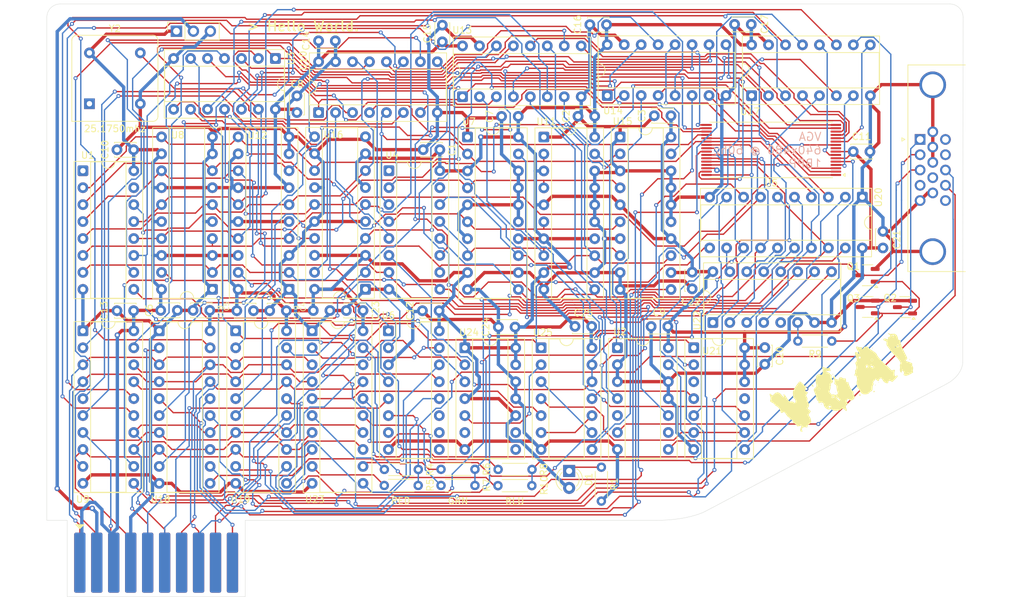
<source format=kicad_pcb>
(kicad_pcb (version 20241229) (generator "pcbnew") (generator_version "9.0")
  (layers (0 "F.Cu" signal) (2 "B.Cu" signal) (13 "F.Paste" user) (15 "B.Paste" user) (5 "F.SilkS" user "F.Silkscreen") (7 "B.SilkS" user "B.Silkscreen") (1 "F.Mask" user) (3 "B.Mask" user) (25 "Edge.Cuts" user))
  (net 0 "")
  (net 1 "GND")
  (net 2 "+5V")
  (net 3 "/D6")
  (net 5 "R{slash}~{W}")
  (net 6 "/D1")
  (net 7 "/D2")
  (net 9 "PHI2")
  (net 10 "~{D2_SEL}")
  (net 11 "/A0")
  (net 12 "/D3")
  (net 13 "/D7")
  (net 14 "/A1")
  (net 15 "/D5")
  (net 16 "/D0")
  (net 18 "/D4")
  (net 19 "+3V3")
  (net 20 "VSYNC")
  (net 24 "HSYNC")
  (net 27 "Net-(U22-~{Z})")
  (net 28 "/Y6")
  (net 29 "NF")
  (net 31 "/Y8")
  (net 32 "/Y5")
  (net 33 "/Y0")
  (net 34 "/Y9")
  (net 35 "/Y4")
  (net 36 "~{NL}")
  (net 37 "/Y2")
  (net 38 "/Y1")
  (net 40 "/Y3")
  (net 41 "/Y7")
  (net 43 "Net-(U2A-~{S})")
  (net 44 "Net-(U11-P=R)")
  (net 45 "Net-(U12-P=R)")
  (net 46 "Net-(U2B-~{S})")
  (net 48 "PRE")
  (net 49 "/X2")
  (net 50 "Net-(U21-Pad1)")
  (net 51 "/X1")
  (net 52 "Net-(U21-Pad4)")
  (net 53 "Net-(U21-Pad2)")
  (net 54 "/X0")
  (net 55 "~{NF}")
  (net 56 "~{PRE}")
  (net 57 "NL")
  (net 59 "/X7")
  (net 60 "/X4")
  (net 61 "/X8")
  (net 62 "/X3")
  (net 63 "/X6")
  (net 64 "/X9")
  (net 65 "VCLK")
  (net 66 "/X5")
  (net 68 "Net-(U10-Zd)")
  (net 69 "/PD3")
  (net 70 "Net-(U14-Zd)")
  (net 71 "Net-(U13-Za)")
  (net 72 "Net-(U10-Za)")
  (net 73 "Net-(U17-Za)")
  (net 74 "/PD7")
  (net 75 "Net-(U13-Zd)")
  (net 76 "Net-(U13-Zc)")
  (net 77 "Net-(U14-Zb)")
  (net 78 "~{WE}")
  (net 79 "A16")
  (net 80 "Net-(U14-Zc)")
  (net 81 "/PD4")
  (net 82 "Net-(U13-Zb)")
  (net 83 "Net-(U17-Zc)")
  (net 85 "/PD5")
  (net 86 "Net-(U14-Za)")
  (net 87 "Net-(U17-Zb)")
  (net 88 "/PD6")
  (net 89 "Net-(U10-Zb)")
  (net 90 "/PD2")
  (net 91 "Net-(U10-Zc)")
  (net 92 "/PD0")
  (net 93 "Net-(U17-Zd)")
  (net 94 "/PD1")
  (net 95 "C_W")
  (net 96 "Y_W")
  (net 98 "Net-(U25-Pad10)")
  (net 102 "D_W")
  (net 103 "X_W")
  (net 104 "/PX6")
  (net 105 "/PX7")
  (net 106 "/PX3")
  (net 107 "/PX9")
  (net 108 "/PY0")
  (net 109 "/PX4")
  (net 110 "/PX5")
  (net 111 "/PX8")
  (net 112 "/PY1")
  (net 113 "/PY3")
  (net 114 "/PY2")
  (net 115 "/PY4")
  (net 116 "/PY6")
  (net 117 "/PY5")
  (net 118 "/PY8")
  (net 119 "/PY7")
  (net 120 "Net-(U20-O2)")
  (net 121 "Net-(U20-O0)")
  (net 122 "Net-(U20-O4)")
  (net 123 "Net-(U20-O6)")
  (net 124 "Net-(U20-O5)")
  (net 125 "Net-(U20-O7)")
  (net 126 "Net-(U20-O3)")
  (net 127 "Net-(U20-O1)")
  (net 128 "~{VCLK}")
  (net 130 "Net-(U23-O0)")
  (net 131 "F_EDIT")
  (net 132 "F_OUT")
  (net 136 "Net-(U25-Pad3)")
  (net 138 "G")
  (net 139 "R")
  (net 140 "B")
  (net 141 "Net-(Q1-G)")
  (net 142 "Net-(U23-O2)")
  (net 143 "Net-(U23-O3)")
  (net 144 "Net-(U23-O4)")
  (net 145 "Net-(U23-O5)")
  (net 146 "Net-(U23-O6)")
  (net 147 "Net-(U23-O7)")
  (net 148 "Net-(D1-K)")
  (footprint "LED_THT:LED_D3.0mm" (layer "F.Cu") (at 132.025 153.5535 -90)
    (property "Reference" "D1")
    (property "Value" "LED")
  )
  (footprint "Capacitor_THT:C_Disc_D3.0mm_W2.0mm_P2.50mm" (layer "F.Cu") (at 161.325 135.0535 -90)
    (property "Reference" "C20")
    (property "Value" "C_Small")
  )
  (footprint "Package_SO:TSOP-I-32_18.4x8mm_P0.5mm" (layer "F.Cu") (at 162.285 105.4285 180)
    (property "Reference" "U5")
    (property "Value" "IS6xC1024AL-xxT")
  )
  (footprint "Capacitor_THT:C_Disc_D3.0mm_W2.0mm_P2.50mm" (layer "F.Cu") (at 64.3 105.4035)
    (property "Reference" "C10")
    (property "Value" "C_Small")
  )
  (footprint "Capacitor_THT:C_Disc_D3.0mm_W2.0mm_P2.50mm" (layer "F.Cu") (at 124.4 100.4035 180)
    (property "Reference" "C7")
    (property "Value" "C_Small")
  )
  (footprint "Capacitor_THT:C_Disc_D3.0mm_W2.0mm_P2.50mm" (layer "F.Cu") (at 159.3 86.6035 180)
    (property "Reference" "C17")
    (property "Value" "C_Small")
  )
  (footprint "Capacitor_THT:C_Disc_D3.0mm_W2.0mm_P2.50mm" (layer "F.Cu") (at 150.45 123.7535 -90)
    (property "Reference" "C22")
    (property "Value" "C_Small")
  )
  (footprint "Package_DIP:DIP-14_W7.62mm_Socket" (layer "F.Cu") (at 139.255 135.082)
    (property "Reference" "U2")
    (property "Value" "74HC74")
  )
  (footprint "Connector_Dsub:DSUB-15-HD_Socket_Horizontal_P2.29x1.90mm_EdgePinOffset3.03mm_Housed_MountingHolesOffset4.94mm" (layer "F.Cu") (at 184.585 103.86 90)
    (property "Reference" "J6" (hide yes))
    (property "Value" "DB15_Female_HighDensity")
  )
  (footprint "Package_DIP:DIP-20_W7.62mm_Socket" (layer "F.Cu") (at 82.08 132.5485)
    (property "Reference" "U19")
    (property "Value" "74HC373")
  )
  (footprint "Resistor_THT:R_Axial_DIN0204_L3.6mm_D1.6mm_P5.08mm_Horizontal" (layer "F.Cu") (at 121.385 153.3285)
    (property "Reference" "R8")
    (property "Value" "800")
  )
  (footprint "Capacitor_THT:C_Disc_D3.0mm_W2.0mm_P2.50mm" (layer "F.Cu") (at 179.025 120.1285 90)
    (property "Reference" "C21")
    (property "Value" "C_Small")
  )
  (footprint "Connector_PinSocket_2.54mm:PinSocket_1x03_P2.54mm_Vertical" (layer "F.Cu") (at 73.21 87.6285 90)
    (property "Reference" "J2" (hide yes))
    (property "Value" "Conn_01x03")
  )
  (footprint "Package_DIP:DIP-20_W7.62mm_Socket" (layer "F.Cu") (at 59.2 132.5485)
    (property "Reference" "U9")
    (property "Value" "74HC373")
  )
  (footprint "Resistor_THT:R_Axial_DIN0204_L3.6mm_D1.6mm_P5.08mm_Horizontal" (layer "F.Cu") (at 136.85 158.0685 90)
    (property "Reference" "R1")
    (property "Value" "1k")
  )
  (footprint "Capacitor_THT:C_Disc_D3.0mm_W2.0mm_P2.50mm" (layer "F.Cu") (at 75.7 129.4785)
    (property "Reference" "C18")
    (property "Value" "C_Small")
  )
  (footprint "Package_DIP:DIP-20_W7.62mm_Socket" (layer "F.Cu") (at 90.075 126.3285 180)
    (property "Reference" "U12")
    (property "Value" "74HC688")
  )
  (footprint "Package_DIP:DIP-20_W7.62mm_Socket" (layer "F.Cu") (at 175.93 112.5035 -90)
    (property "Reference" "U20")
    (property "Value" "74HC373")
  )
  (footprint "Capacitor_THT:C_Disc_D3.0mm_W2.0mm_P2.50mm" (layer "F.Cu") (at 70.85 129.4785)
    (property "Reference" "C6")
    (property "Value" "C_Small")
  )
  (footprint "Capacitor_THT:C_Disc_D3.0mm_W2.0mm_P2.50mm" (layer "F.Cu") (at 91.25 99.822 90)
    (property "Reference" "C8")
    (property "Value" "C_Small")
  )
  (footprint "Package_DIP:DIP-20_W7.62mm_Socket" (layer "F.Cu") (at 139.66 103.4885)
    (property "Reference" "U15")
    (property "Value" "74HC688")
  )
  (footprint "Oscillator:Oscillator_DIP-8" (layer "F.Cu") (at 60.175 98.5035)
    (property "Reference" "Y2")
    (property "Value" "25.1750mhz")
  )
  (footprint "Capacitor_THT:C_Disc_D3.0mm_W2.0mm_P2.50mm" (layer "F.Cu") (at 135.4 131.8785 180)
    (property "Reference" "C25")
    (property "Value" "C_Small")
  )
  (footprint "Capacitor_THT:C_Disc_D3.0mm_W2.0mm_P2.50mm" (layer "F.Cu") (at 137.625 86.6535 180)
    (property "Reference" "C16")
    (property "Value" "C_Small")
  )
  (footprint "Package_DIP:DIP-14_W7.62mm_Socket" (layer "F.Cu") (at 127.825 135.0935)
    (property "Reference" "U25")
    (property "Value" "74HC00")
  )
  (footprint "Capacitor_THT:C_Disc_D3.0mm_W2.0mm_P2.50mm" (layer "F.Cu") (at 174.575 105.6785)
    (property "Reference" "C11")
    (property "Value" "C_Small")
  )
  (footprint "Resistor_THT:R_Axial_DIN0204_L3.6mm_D1.6mm_P5.08mm_Horizontal" (layer "F.Cu") (at 121.36 155.7535)
    (property "Reference" "R10")
    (property "Value" "1.2k")
  )
  (footprint "Package_DIP:DIP-20_W7.62mm_Socket" (layer "F.Cu") (at 116.8 103.4935)
    (property "Reference" "U7")
    (property "Value" "74HC688")
  )
  (footprint "Resistor_THT:R_Axial_DIN0204_L3.6mm_D1.6mm_P5.08mm_Horizontal" (layer "F.Cu") (at 104.35 153.3285)
    (property "Reference" "R4")
    (property "Value" "800")
  )
  (footprint "Capacitor_THT:C_Disc_D3.0mm_W2.0mm_P2.50mm" (layer "F.Cu") (at 146.8 131.897 180)
    (property "Reference" "C9")
    (property "Value" "C_Small")
  )
  (footprint "Capacitor_THT:C_Disc_D3.0mm_W2.0mm_P2.50mm" (layer "F.Cu") (at 94.5 89.0785)
    (property "Reference" "C14")
    (property "Value" "C_Small")
  )
  (footprint "Package_DIP:DIP-16_W7.62mm_Socket" (layer "F.Cu") (at 137.735 97.2735 90)
    (property "Reference" "U14")
    (property "Value" "74LS157")
  )
  (footprint "Package_DIP:DIP-16_W7.62mm_Socket" (layer "F.Cu") (at 59.2 108.5485)
    (property "Reference" "U1")
    (property "Value" "74HC4040")
  )
  (footprint "Capacitor_THT:C_Disc_D3.0mm_W2.0mm_P2.50mm" (layer "F.Cu") (at 123.925 131.9785 180)
    (property "Reference" "C24")
    (property "Value" "C_Small")
  )
  (footprint "LOGO" (layer "F.Cu") (at 173.033143 140.449625 27.86)
    (property "Reference" "G***" (hide yes))
    (property "Value" "LOGO" (hide yes))
  )
  (footprint "Package_DIP:DIP-20_W7.62mm_Socket" (layer "F.Cu") (at 78.595 126.3285 180)
    (property "Reference" "U8")
    (property "Value" "74HC688")
  )
  (footprint "Capacitor_THT:C_Disc_D3.0mm_W2.0mm_P2.50mm" (layer "F.Cu") (at 93.7 129.5035)
    (property "Reference" "C4")
    (property "Value" "C_Small")
  )
  (footprint "Resistor_THT:R_Axial_DIN0204_L3.6mm_D1.6mm_P5.08mm_Horizontal" (layer "F.Cu") (at 104.335 155.7285)
    (property "Reference" "R5")
    (property "Value" "1.2k")
  )
  (footprint "Capacitor_THT:C_Disc_D3.0mm_W2.0mm_P2.50mm" (layer "F.Cu") (at 98.65 129.5035)
    (property "Reference" "C23")
    (property "Value" "C_Small")
  )
  (footprint "Package_DIP:DIP-20_W7.62mm_Socket" (layer "F.Cu") (at 70.63 132.5485)
    (property "Reference" "U18")
    (property "Value" "74HC373")
  )
  (footprint "Capacitor_THT:C_Disc_D3.0mm_W2.0mm_P2.50mm" (layer "F.Cu") (at 147.275 100.3035 180)
    (property "Reference" "C3")
    (property "Value" "C_Small")
  )
  (footprint "Resistor_THT:R_Axial_DIN0204_L3.6mm_D1.6mm_P5.08mm_Horizontal" (layer "F.Cu") (at 166.285 134.0785)
    (property "Reference" "R9")
    (property "Value" "1k")
  )
  (footprint "Resistor_THT:R_Axial_DIN0204_L3.6mm_D1.6mm_P5.08mm_Horizontal" (layer "F.Cu") (at 112.835 153.3035)
    (property "Reference" "R6")
    (property "Value" "800")
  )
  (footprint "Package_DIP:DIP-16_W7.62mm_Socket" (layer "F.Cu") (at 159.35 97.2985 90)
    (property "Reference" "U17")
    (property "Value" "74LS157")
  )
  (footprint "Package_TO_SOT_SMD:SOT-23-3" (layer "F.Cu") (at 176.72 124.221 180)
    (property "Reference" "Q1")
    (property "Value" "FDV301N")
  )
  (footprint "Package_DIP:DIP-14_W7.62mm_Socket" (layer "F.Cu") (at 116.4 135.0935)
    (property "Reference" "U24")
    (property "Value" "74HC74")
  )
  (footprint "Package_TO_SOT_SMD:SOT-23-3" (layer "F.Cu") (at 182.32 128.991 180)
    (property "Reference" "Q2")
    (property "Value" "FDV301N")
  )
  (footprint "Package_DIP:DIP-16_W7.62mm_Socket" (layer "F.Cu") (at 116.05 97.4535 90)
    (property "Reference" "U13")
    (property "Value" "74LS157")
  )
  (footprint "Package_DIP:DIP-16_W7.62mm_Socket" (layer "F.Cu") (at 105.03 108.5385)
    (property "Reference" "U4")
    (property "Value" "74HC4040")
  )
  (footprint "Package_DIP:DIP-16_W7.62mm_Socket" (layer "F.Cu") (at 153.545 131.2985 90)
    (property "Reference" "U22")
    (property "Value" "74LS151")
  )
  (footprint "Capacitor_THT:C_Disc_D3.0mm_W2.0mm_P2.50mm" (layer "F.Cu") (at 110.05 129.5335)
    (property "Reference" "C12")
    (property "Value" "C_Small")
  )
  (footprint "Package_TO_SOT_SMD:SOT-23-3" (layer "F.Cu") (at 176.745 128.971 180)
    (property "Reference" "Q3")
    (property "Value" "FDV301N")
  )
  (footprint "EdgeConn:AliExpress_20Edge" (layer "F.Cu") (at 58.74 167.3)
    (property "Reference" "J1" (hide yes))
    (property "Value" "Conn_02x10_Counter_Clockwise")
    (fp_line (start -1.905 5.08) (end -1.905 -6.35) (stroke (width 0.05)) (layer "Edge.Cuts"))
    (fp_line (start 24.765 -6.35) (end 24.765 5.08) (stroke (width 0.05)) (layer "Edge.Cuts"))
    (fp_line (start 24.765 5.08) (end -1.905 5.08) (stroke (width 0.05)) (layer "Edge.Cuts"))
  )
  (footprint "Package_DIP:DIP-14_W7.62mm_Socket" (layer "F.Cu") (at 88.025 91.722 -90)
    (property "Reference" "U3")
    (property "Value" "74HC14")
  )
  (footprint "Package_DIP:DIP-16_W7.62mm_Socket" (layer "F.Cu") (at 104.955 132.5535)
    (property "Reference" "U6")
    (property "Value" "74HC238")
  )
  (footprint "Capacitor_THT:C_Disc_D3.0mm_W2.0mm_P2.50mm" (layer "F.Cu") (at 82.25 129.5285)
    (property "Reference" "C5")
    (property "Value" "C_Small")
  )
  (footprint "Package_DIP:DIP-20_W7.62mm_Socket" (layer "F.Cu") (at 93.53 132.5485)
    (property "Reference" "U23")
    (property "Value" "74HC373")
  )
  (footprint "Capacitor_THT:C_Disc_D3.0mm_W2.0mm_P2.50mm" (layer "F.Cu") (at 113.025 89.2285 90)
    (property "Reference" "C15")
    (property "Value" "C_Small")
  )
  (footprint "Package_DIP:DIP-20_W7.62mm_Socket" (layer "F.Cu") (at 101.515 126.3135 180)
    (property "Reference" "U16")
    (property "Value" "74HC688")
  )
  (footprint "Capacitor_THT:C_Disc_D3.0mm_W2.0mm_P2.50mm" (layer "F.Cu") (at 64.3 129.5285)
    (property "Reference" "C13")
    (property "Value" "C_Small")
  )
  (footprint "Capacitor_THT:C_Disc_D3.0mm_W2.0mm_P2.50mm" (layer "F.Cu") (at 87.175 129.5285)
    (property "Reference" "C19")
    (property "Value" "C_Small")
  )
  (footprint "Package_DIP:DIP-20_W7.62mm_Socket" (layer "F.Cu") (at 128.23 103.4985)
    (property "Reference" "U11")
    (property "Value" "74HC688")
  )
  (footprint "Package_DIP:DIP-16_W7.62mm_Socket" (layer "F.Cu") (at 94.5 99.8285 90)
    (property "Reference" "U10")
    (property "Value" "74LS157")
  )
  (footprint "Resistor_THT:R_Axial_DIN0204_L3.6mm_D1.6mm_P5.08mm_Horizontal" (layer "F.Cu") (at 112.835 155.7285)
    (property "Reference" "R7")
    (property "Value" "1.2k")
  )
  (footprint "Package_DIP:DIP-14_W7.62mm_Socket" (layer "F.Cu") (at 150.685 135.0885)
    (property "Reference" "U21")
    (property "Value" "74LS20")
  )
  (footprint "Capacitor_THT:C_Disc_D3.0mm_W2.0mm_P2.50mm" (layer "F.Cu") (at 110.155 105.3935)
    (property "Reference" "C1")
    (property "Value" "C_Small")
  )
  (footprint "Capacitor_THT:C_Disc_D3.0mm_W2.0mm_P2.50mm" (layer "F.Cu") (at 135.85 100.3785 180)
    (property "Reference" "C2")
    (property "Value" "C_Small")
  )
  (gr_arc (start 53.8 85.55) (mid 54.385786 84.135786) (end 55.8 83.55) (stroke (width 0.05)) (layer "Edge.Cuts"))
  (gr_line (start 83.505 160.95) (end 145.1 160.95) (stroke (width 0.05)) (layer "Edge.Cuts"))
  (gr_curve (pts (xy 188.54 140.51) (xy 190.980013 139.219491) (xy 190.980013 137.27) (xy 190.980013 137.27)) (stroke (width 0.05)) (layer "Edge.Cuts"))
  (gr_line (start 56.835 160.95) (end 53.8 160.95) (stroke (width 0.05)) (layer "Edge.Cuts"))
  (gr_line (start 152.425 159.601921) (end 188.538911 140.51) (stroke (width 0.05)) (layer "Edge.Cuts"))
  (gr_line (start 53.8 160.95) (end 53.8 85.55) (stroke (width 0.05)) (layer "Edge.Cuts"))
  (gr_curve (pts (xy 145.1 160.95) (xy 149.875 160.95) (xy 152.375 159.65) (xy 152.425 159.6)) (stroke (width 0.05)) (layer "Edge.Cuts"))
  (gr_arc (start 189.032858 83.547142) (mid 190.439983 84.129958) (end 191.022858 85.537058) (stroke (width 0.05)) (layer "Edge.Cuts"))
  (gr_line (start 191.022858 85.5371) (end 190.980013 137.27) (stroke (width 0.05)) (layer "Edge.Cuts"))
  (gr_line (start 55.8 83.55) (end 189.032858 83.55) (stroke (width 0.05)) (layer "Edge.Cuts"))
  (gr_text "GRN" (at 115.375 158.05 0) (layer "F.SilkS") (effects (font (size 1 1))))
  (gr_text "> Hello World." (at 83.6 87.75 0) (layer "F.SilkS") (effects (font (size 1.5 1.5) (thickness 0.25) (bold yes)) (justify left bottom)))
  (gr_text "RED" (at 106.8 158.025 0) (layer "F.SilkS") (effects (font (size 1 1))))
  (gr_text "BLU" (at 123.875 158.1 0) (layer "F.SilkS") (effects (font (size 1 1))))
  (gr_text "VGA\n640x480 @ 60hz\n1BPP" (at 169.91 108.2085 0) (layer "B.SilkS") (effects (font (size 1.25 1.25)) (justify left bottom mirror)))
  (segment (start 128.23 125.9523) (end 130.3348 123.8475) (width 0.5) (layer "F.Cu") (net 1))
  (segment (start 78.0528 102.0368) (end 78.595 102.579) (width 0.5) (layer "F.Cu") (net 1))
  (segment (start 128.23 103.4985) (end 130.7877 103.4985) (width 0.5) (layer "F.Cu") (net 1))
  (segment (start 110.155 105.3935) (end 103.069 105.3935) (width 0.5) (layer "F.Cu") (net 1))
  (segment (start 116.8 100.6353) (end 115.9932 99.8285) (width 0.5) (layer "F.Cu") (net 1))
  (segment (start 146.875 140.162) (end 139.255 140.162) (width 0.5) (layer "F.Cu") (net 1))
  (segment (start 87.3506 156.6405) (end 83.312 156.6405) (width 0.5) (layer "F.Cu") (net 1))
  (segment (start 135.821 123.8475) (end 135.85 123.8185) (width 0.5) (layer "F.Cu") (net 1))
  (segment (start 90.0729 103.4685) (end 90.075 103.4685) (width 0.5) (layer "F.Cu") (net 1))
  (segment (start 153.8565 108.1785) (end 154.15 108.472) (width 0.2) (layer "F.Cu") (net 1))
  (segment (start 149.275 125.0785) (end 145.4522 125.0785) (width 0.5) (layer "F.Cu") (net 1))
  (segment (start 93.895 105.9935) (end 96.049 103.8395) (width 0.5) (layer "F.Cu") (net 1))
  (segment (start 129.095 149.0635) (end 137.9965 149.0635) (width 0.5) (layer "F.Cu") (net 1))
  (segment (start 140.2074 125.8011) (end 139.66 126.3485) (width 0.5) (layer "F.Cu") (net 1))
  (segment (start 101.52 126.3185) (end 101.515 126.3135) (width 0.5) (layer "F.Cu") (net 1))
  (segment (start 177.075 105.6785) (end 178.3995 104.354) (width 0.5) (layer "F.Cu") (net 1))
  (segment (start 67.795 98.5035) (end 67.795 101.7821) (width 0.5) (layer "F.Cu") (net 1))
  (segment (start 116.8 126.3535) (end 119.34 123.8135) (width 0.5) (layer "F.Cu") (net 1))
  (segment (start 130.7877 103.4985) (end 133.35 100.9362) (width 0.5) (layer "F.Cu") (net 1))
  (segment (start 93.895 116.1535) (end 101.515 116.1535) (width 0.5) (layer "F.Cu") (net 1))
  (segment (start 139.66 103.4885) (end 139.66 101.9385) (width 0.5) (layer "F.Cu") (net 1))
  (segment (start 79.6734 102.2131) (end 88.8175 102.2131) (width 0.5) (layer "F.Cu") (net 1))
  (segment (start 152.5975 105.1785) (end 153.925 105.1785) (width 0.2) (layer "F.Cu") (net 1))
  (segment (start 87.175 129.5285) (end 84.75 129.5285) (width 0.5) (layer "F.Cu") (net 1))
  (segment (start 186.485 111.875) (end 185.73 111.875) (width 0.5) (layer "F.Cu") (net 1))
  (segment (start 133.35 100.9362) (end 133.35 100.3785) (width 0.5) (layer "F.Cu") (net 1))
  (segment (start 178.3995 104.354) (end 178.3995 99.7978) (width 0.5) (layer "F.Cu") (net 1))
  (segment (start 126.0912 123.8135) (end 124.42 123.8135) (width 0.5) (layer "F.Cu") (net 1))
  (segment (start 186.485 95.685) (end 186.475 95.675) (width 0.5) (layer "F.Cu") (net 1))
  (segment (start 135.2216 86.6535) (end 135.125 86.6535) (width 0.5) (layer "F.Cu") (net 1))
  (segment (start 138.8544 88.2329) (end 136.801 88.2329) (width 0.5) (layer "F.Cu") (net 1))
  (segment (start 105.03 126.3185) (end 101.52 126.3185) (width 0.5) (layer "F.Cu") (net 1))
  (segment (start 67.8582 101.8453) (end 64.3 105.4035) (width 0.5) (layer "F.Cu") (net 1))
  (segment (start 139.65 123.8185) (end 139.66 123.8085) (width 0.5) (layer "F.Cu") (net 1))
  (segment (start 148.425 112.5035) (end 153.07 112.5035) (width 0.5) (layer "F.Cu") (net 1))
  (segment (start 177.8825 128.021) (end 183.4375 128.021) (width 0.5) (layer "F.Cu") (net 1))
  (segment (start 139.66 118.7285) (end 137.3243 118.7285) (width 0.5) (layer "F.Cu") (net 1))
  (segment (start 139.66 108.5685) (end 147.28 108.5685) (width 0.5) (layer "F.Cu") (net 1))
  (segment (start 73.7706 156.7112) (end 72.4679 155.4085) (width 0.5) (layer "F.Cu") (net 1))
  (segment (start 103.069 105.3935) (end 101.515 103.8395) (width 0.5) (layer "F.Cu") (net 1))
  (segment (start 116.8 100.6353) (end 121.6682 100.6353) (width 0.5) (layer "F.Cu") (net 1))
  (segment (start 186.485 102.715) (end 186.485 107.295) (width 0.5) (layer "F.Cu") (net 1))
  (segment (start 147.28 113.6485) (end 148.425 112.5035) (width 0.5) (layer "F.Cu") (net 1))
  (segment (start 135.85 108.5785) (end 136.0924 108.8209) (width 0.5) (layer "F.Cu") (net 1))
  (segment (start 72.4679 155.4085) (end 70.63 155.4085) (width 0.5) (layer "F.Cu") (net 1))
  (segment (start 150.45 126.2535) (end 149.275 125.0785) (width 0.5) (layer "F.Cu") (net 1))
  (segment (start 177.8575 123.271) (end 180.485 120.6435) (width 0.5) (layer "F.Cu") (net 1))
  (segment (start 121.425 131.9785) (end 120.2906 130.8441) (width 0.5) (layer "F.Cu") (net 1))
  (segment (start 119.34 123.8135) (end 124.42 123.8135) (width 0.5) (layer "F.Cu") (net 1))
  (segment (start 78.595 102.579) (end 78.595 103.4685) (width 0.5) (layer "F.Cu") (net 1))
  (segment (start 183.4375 128.021) (end 183.4575 128.041) (width 0.5) (layer "F.Cu") (net 1))
  (segment (start 113.025 86.7285) (end 114.8558 88.5593) (width 0.5) (layer "F.Cu") (net 1))
  (segment (start 127.825 150.3335) (end 129.095 149.0635) (width 0.5) (layer "F.Cu") (net 1))
  (segment (start 81.1019 155.4085) (end 82.08 155.4085) (width 0.5) (layer "F.Cu") (net 1))
  (segment (start 180.485 120.6435) (end 186.49 120.6435) (width 0.5) (layer "F.Cu") (net 1))
  (segment (start 62.22 129.5285) (end 59.2 132.5485) (width 0.5) (layer "F.Cu") (net 1))
  (segment (start 64.3 129.5285) (end 62.22 129.5285) (width 0.5) (layer "F.Cu") (net 1))
  (segment (start 116.4 150.3335) (end 117.651 149.0825) (width 0.5) (layer "F.Cu") (net 1))
  (segment (start 64.3 129.5285) (end 65.8017 131.0302) (width 0.5) (layer "F.Cu") (net 1))
  (segment (start 144.775 100.3035) (end 143.14 101.9385) (width 0.5) (layer "F.Cu") (net 1))
  (segment (start 98.65 129.5035) (end 96.2 129.5035) (width 0.5) (layer "F.Cu") (net 1))
  (segment (start 68.0497 102.0368) (end 78.0528 102.0368) (width 0.5) (layer "F.Cu") (net 1))
  (segment (start 92.2289 156.7096) (end 87.4197 156.7096) (width 0.5) (layer "F.Cu") (net 1))
  (segment (start 171.325 131.2985) (end 174.6025 128.021) (width 0.5) (layer "F.Cu") (net 1))
  (segment (start 153.925 105.1785) (end 154.125 105.3785) (width 0.2) (layer "F.Cu") (net 1))
  (segment (start 106.225 149.0635) (end 115.13 149.0635) (width 0.5) (layer "F.Cu") (net 1))
  (segment (start 73.35 129.4785) (end 75.7 129.4785) (width 0.5) (layer "F.Cu") (net 1))
  (segment (start 120.2906 130.8441) (end 111.3606 130.8441) (width 0.5) (layer "F.Cu") (net 1))
  (segment (start 179.9765 117.6285) (end 179.025 117.6285) (width 0.5) (layer "F.Cu") (net 1))
  (segment (start 136.801 88.2329) (end 135.2216 86.6535) (width 0.5) (layer "F.Cu") (net 1))
  (segment (start 117.651 149.0825) (end 126.574 149.0825) (width 0.5) (layer "F.Cu") (net 1))
  (segment (start 96.049 103.8395) (end 101.515 103.8395) (width 0.5) (layer "F.Cu") (net 1))
  (segment (start 186.49 95.6435) (end 178.785 95.6435) (width 0.5) (layer "F.Cu") (net 1))
  (segment (start 136.0924 108.8209) (end 139.4076 108.8209) (width 0.5) (layer "F.Cu") (net 1))
  (segment (start 140.275 89.6535) (end 138.8544 88.2329) (width 0.5) (layer "F.Cu") (net 1))
  (segment (start 186.485 102.715) (end 186.485 95.685) (width 0.5) (layer "F.Cu") (net 1))
  (segment (start 90.075 103.4685) (end 91.37 103.4685) (width 0.5) (layer "F.Cu") (net 1))
  (segment (start 135.85 123.8185) (end 139.65 123.8185) (width 0.5) (layer "F.Cu") (net 1))
  (segment (start 79.7992 156.7112) (end 73.7706 156.7112) (width 0.5) (layer "F.Cu") (net 1))
  (segment (start 161.89 89.6785) (end 160.3705 88.159) (width 0.5) (layer "F.Cu") (net 1))
  (segment (start 115.13 149.0635) (end 116.4 150.3335) (width 0.5) (layer "F.Cu") (net 1))
  (segment (start 79.3075 102.579) (end 79.6734 102.2131) (width 0.5) (layer "F.Cu") (net 1))
  (segment (start 111.3606 130.8441) (end 110.05 129.5335) (width 0.5) (layer "F.Cu") (net 1))
  (segment (start 93.53 155.4085) (end 92.2289 156.7096) (width 0.5) (layer "F.Cu") (net 1))
  (segment (start 104.955 150.3335) (end 106.225 149.0635) (width 0.5) (layer "F.Cu") (net 1))
  (segment (start 145.4522 125.0785) (end 144.7296 125.8011) (width 0.5) (layer "F.Cu") (net 1))
  (segment (start 133.35 100.3785) (end 134.91 101.9385) (width 0.5) (layer "F.Cu") (net 1))
  (segment (start 130.3348 123.8475) (end 135.821 123.8475) (width 0.5) (layer "F.Cu") (net 1))
  (segment (start 152.5975 108.1785) (end 153.8565 108.1785) (width 0.2) (layer "F.Cu") (net 1))
  (segment (start 143.14 101.9385) (end 139.66 101.9385) (width 0.5) (layer "F.Cu") (net 1))
  (segment (start 69.1117 131.0302) (end 70.63 132.5485) (width 0.5) (layer "F.Cu") (net 1))
  (segment (start 83.312 156.6405) (end 82.08 155.4085) (width 0.5) (layer "F.Cu") (net 1))
  (segment (start 67.8582 101.8453) (end 68.0497 102.0368) (width 0.5) (layer "F.Cu") (net 1))
  (segment (start 160.3705 88.159) (end 158.3555 88.159) (width 0.5) (layer "F.Cu") (net 1))
  (segment (start 180.485 120.6435) (end 180.485 119.0885) (width 0.5) (layer "F.Cu") (net 1))
  (segment (start 78.595 102.579) (end 79.3075 102.579) (width 0.5) (layer "F.Cu") (net 1))
  (segment (start 65.8017 131.0302) (end 69.1117 131.0302) (width 0.5) (layer "F.Cu") (net 1))
  (segment (start 69.36 154.1385) (end 70.63 155.4085) (width 0.5) (layer "F.Cu") (net 1))
  (segment (start 159.98 138.8985) (end 161.325 137.5535) (width 0.5) (layer "F.Cu") (net 1))
  (segment (start 185.73 111.875) (end 184.585 113.02) (width 0.5) (layer "F.Cu") (net 1))
  (segment (start 146.875 140.162) (end 148.1385 138.8985) (width 0.5) (layer "F.Cu") (net 1))
  (segment (start 91.37 103.4685) (end 93.895 105.9935) (width 0.5) (layer "F.Cu") (net 1))
  (segment (start 178.785 95.6435) (end 177.13 97.2985) (width 0.5) (layer "F.Cu") (net 1))
  (segment (start 115.9932 99.8285) (end 112.28 99.8285) (width 0.5) (layer "F.Cu") (net 1))
  (segment (start 128.23 126.3585) (end 128.23 125.9523) (width 0.5) (layer "F.Cu") (net 1))
  (segment (start 81.1019 155.4085) (end 79.7992 156.7112) (width 0.5) (layer "F.Cu") (net 1))
  (segment (start 144.7296 125.8011) (end 140.2074 125.8011) (width 0.5) (layer "F.Cu") (net 1))
  (segment (start 174.6025 128.021) (end 177.8825 128.021) (width 0.5) (layer "F.Cu") (net 1))
  (segment (start 116.8 103.4935) (end 116.8 100.6353) (width 0.5) (layer "F.Cu") (net 1))
  (segment (start 59.2 155.4085) (end 60.47 154.1385) (width 0.5) (layer "F.Cu") (net 1))
  (segment (start 158.3555 88.159) (end 156.8 86.6035) (width 0.5) (layer "F.Cu") (net 1))
  (segment (start 139.4076 108.8209) (end 139.66 108.5685) (width 0.5) (layer "F.Cu") (net 1))
  (segment (start 67.795 101.7821) (end 67.8582 101.8453) (width 0.5) (layer "F.Cu") (net 1))
  (segment (start 117.3158 88.5593) (end 118.59 89.8335) (width 0.5) (layer "F.Cu") (net 1))
  (segment (start 121.6682 100.6353) (end 121.9 100.4035) (width 0.5) (layer "F.Cu") (net 1))
  (segment (start 171.325 131.2985) (end 168.785 131.2985) (width 0.5) (layer "F.Cu") (net 1))
  (segment (start 137.9965 149.0635) (end 139.255 150.322) (width 0.5) (layer "F.Cu") (net 1))
  (segment (start 148.1385 138.8985) (end 159.98 138.8985) (width 0.5) (layer "F.Cu") (net 1))
  (segment (start 180.485 119.0885) (end 179.025 117.6285) (width 0.5) (layer "F.Cu") (net 1))
  (segment (start 87.4197 156.7096) (end 87.3506 156.6405) (width 0.5) (layer "F.Cu") (net 1))
  (segment (start 128.23 125.9523) (end 126.0912 123.8135) (width 0.5) (layer "F.Cu") (net 1))
  (segment (start 124.42 113.6535) (end 116.8 113.6535) (width 0.5) (layer "F.Cu") (net 1))
  (segment (start 177.13 98.5283) (end 177.13 97.2985) (width 0.5) (layer "F.Cu") (net 1))
  (segment (start 114.8558 88.5593) (end 117.3158 88.5593) (width 0.5) (layer "F.Cu") (net 1))
  (segment (start 101.515 103.8395) (end 101.515 103.4535) (width 0.5) (layer "F.Cu") (net 1))
  (segment (start 178.3995 99.7978) (end 177.13 98.5283) (width 0.5) (layer "F.Cu") (net 1))
  (segment (start 88.8175 102.2131) (end 90.0729 103.4685) (width 0.5) (layer "F.Cu") (net 1))
  (segment (start 126.574 149.0825) (end 127.825 150.3335) (width 0.5) (layer "F.Cu") (net 1))
  (segment (start 184.585 113.02) (end 179.9765 117.6285) (width 0.5) (layer "F.Cu") (net 1))
  (segment (start 134.91 101.9385) (end 139.66 101.9385) (width 0.5) (layer "F.Cu") (net 1))
  (segment (start 60.47 154.1385) (end 69.36 154.1385) (width 0.5) (layer "F.Cu") (net 1))
  (via (at 137.3243 118.7285) (size 0.8) (drill 0.4) (layers "F.Cu" "B.Cu") (net 1))
  (via (at 154.125 105.3785) (size 0.8) (drill 0.4) (layers "F.Cu" "B.Cu") (net 1))
  (via (at 154.15 108.472) (size 0.8) (drill 0.4) (layers "F.Cu" "B.Cu") (net 1))
  (segment (start 154.15 108.472) (end 154.487 108.472) (width 0.2) (layer "B.Cu") (net 1))
  (segment (start 91.0563 127.3098) (end 90.075 126.3285) (width 0.5) (layer "B.Cu") (net 1))
  (segment (start 148.1648 143.9918) (end 148.1648 147.8083) (width 0.5) (layer "B.Cu") (net 1))
  (segment (start 147.28 113.6485) (end 147.28 116.1885) (width 0.5) (layer "B.Cu") (net 1))
  (segment (start 101.515 126.3135) (end 98.65 129.1785) (width 0.5) (layer "B.Cu") (net 1))
  (segment (start 177.13 97.2985) (end 177.13 103.7878) (width 0.5) (layer "B.Cu") (net 1))
  (segment (start 70.63 132.5485) (end 73.35 129.8285) (width 0.5) (layer "B.Cu") (net 1))
  (segment (start 110.155 105.3935) (end 110.1933 105.3935) (width 0.5) (layer "B.Cu") (net 1))
  (segment (start 66.36 160.4734) (end 69.624 157.2094) (width 0.5) (layer "B.Cu") (net 1))
  (segment (start 124.42 111.1135) (end 124.42 113.6535) (width 0.5) (layer "B.Cu") (net 1))
  (segment (start 174.6602 124.5437) (end 171.325 127.8789) (width 0.5) (layer "B.Cu") (net 1))
  (segment (start 124.42 108.5735) (end 124.42 111.1135) (width 0.5) (layer "B.Cu") (net 1))
  (segment (start 90.075 121.2485) (end 92.2616 119.0619) (width 0.5) (layer "B.Cu") (net 1))
  (segment (start 89.992 103.3855) (end 89.992 98.58) (width 0.5) (layer "B.Cu") (net 1))
  (segment (start 78.3537 126.3285) (end 75.7 128.9822) (width 0.5) (layer "B.Cu") (net 1))
  (segment (start 124.42 113.6535) (end 124.42 116.1935) (width 0.5) (layer "B.Cu") (net 1))
  (segment (start 124.42 108.5735) (end 121.9 106.0535) (width 0.5) (layer "B.Cu") (net 1))
  (segment (start 95.1848 107.2833) (end 93.895 105.9935) (width 0.5) (layer "B.Cu") (net 1))
  (segment (start 135.0594 88.6174) (end 135.125 88.683) (width 0.5) (layer "B.Cu") (net 1))
  (segment (start 67.795 98.5035) (end 67.795 96.712) (width 0.5) (layer "B.Cu") (net 1))
  (segment (start 97.04 92.2085) (end 96.3635 92.2085) (width 0.5) (layer "B.Cu") (net 1))
  (segment (start 167.4641 129.9776) (end 165.7694 129.9776) (width 0.5) (layer "B.Cu") (net 1))
  (segment (start 115.5102 117.4437) (end 115.5102 114.9433) (width 0.5) (layer "B.Cu") (net 1))
  (segment (start 139.255 150.322) (end 139.255 155.6635) (width 0.5) (layer "B.Cu") (net 1))
  (segment (start 87.175 129.2285) (end 87.175 129.5285) (width 0.5) (layer "B.Cu") (net 1))
  (segment (start 127.825 150.3335) (end 125.3098 147.8183) (width 0.5) (layer "B.Cu") (net 1))
  (segment (start 90.075 126.3285) (end 88.7858 125.0393) (width 0.5) (layer "B.Cu") (net 1))
  (segment (start 108.5999 129.6492) (end 109.9343 129.6492) (width 0.5) (layer "B.Cu") (net 1))
  (segment (start 137.3243 117.6728) (end 137.3243 118.7285) (width 0.5) (layer "B.Cu") (net 1))
  (segment (start 140.5262 136.3508) (end 140.5262 127.2147) (width 0.5) (layer "B.Cu") (net 1))
  (segment (start 77.3339 125.0674) (end 77.3339 116.1685) (width 0.5) (layer "B.Cu") (net 1))
  (segment (start 175.93 108.1287) (end 175.93 112.5035) (width 0.5) (layer "B.Cu") (net 1))
  (segment (start 177.13 103.7878) (end 177.13 106.9287) (width 0.5) (layer "B.Cu") (net 1))
  (segment (start 91.0563 130.0748) (end 91.0563 127.3098) (width 0.5) (layer "B.Cu") (net 1))
  (segment (start 154.125 106.16) (end 154.887 106.922) (width 0.2) (layer "B.Cu") (net 1))
  (segment (start 118.4976 126.3535) (end 116.8 126.3535) (width 0.5) (layer "B.Cu") (net 1))
  (segment (start 69.3213 133.8572) (end 69.3213 155.1058) (width 0.5) (layer "B.Cu") (net 1))
  (segment (start 154.125 105.3785) (end 154.125 106.16) (width 0.2) (layer "B.Cu") (net 1))
  (segment (start 93.895 111.0735) (end 95.1848 111.0735) (width 0.5) (layer "B.Cu") (net 1))
  (segment (start 92.2616 117.7869) (end 93.895 116.1535) (width 0.5) (layer "B.Cu") (net 1))
  (segment (start 154.887 106.922) (end 154.887 108.872) (width 0.5) (layer "B.Cu") (net 1))
  (segment (start 116.8 118.7335) (end 115.5102 117.4437) (width 0.5) (layer "B.Cu") (net 1))
  (segment (start 121.425 131.9785) (end 121.425 129.2809) (width 0.5) (layer "B.Cu") (net 1))
  (segment (start 105.03 126.3185) (end 105.2692 126.3185) (width 0.5) (layer "B.Cu") (net 1))
  (segment (start 70.63 132.5485) (end 69.3213 133.8572) (width 0.5) (layer "B.Cu") (net 1))
  (segment (start 93.53 132.5485) (end 91.0563 130.0748) (width 0.5) (layer "B.Cu") (net 1))
  (segment (start 139.255 155.6635) (end 136.85 158.0685) (width 0.5) (layer "B.Cu") (net 1))
  (segment (start 90.075 103.4685) (end 89.992 103.3855) (width 0.5) (layer "B.Cu") (net 1))
  (segment (start 115.5102 114.9433) (end 116.8 113.6535) (width 0.5) (layer "B.Cu") (net 1))
  (segment (start 133.83 99.8985) (end 133.35 100.3785) (width 0.5) (layer "B.Cu") (net 1))
  (segment (start 67.795 96.712) (end 72.785 91.722) (width 0.5) (layer "B.Cu") (net 1))
  (segment (start 144.3 137.587) (end 144.3 131.897) (width 0.5) (layer "B.Cu") (net 1))
  (segment (start 109.9343 129.6492) (end 110.05 129.5335) (width 0.5) (layer "B.Cu") (net 1))
  (segment (start 95.1848 111.0735) (end 95.1848 107.2833) (width 0.5) (layer "B.Cu") (net 1))
  (segment (start 108.5999 133.9886) (end 108.5999 129.6492) (width 0.5) (layer "B.Cu") (net 1))
  (segment (start 179.025 115.5985) (end 179.025 117.6285) (width 0.5) (layer "B.Cu") (net 1))
  (segment (start 135.125 88.683) (end 135.125 96.1585) (width 0.5) (layer "B.Cu") (net 1))
  (segment (start 97 89.0785) (end 97.04 89.1185) (width 0.5) (layer "B.Cu") (net 1))
  (segment (start 138.3851 107.2936) (end 138.3851 104.7634) (width 0.5) (layer "B.Cu") (net 1))
  (segment (start 139.66 108.5685) (end 138.3851 107.2936) (width 0.5) (layer "B.Cu") (net 1))
  (segment (start 104.955 137.6335) (end 108.5999 133.9886) (width 0.5) (layer "B.Cu") (net 1))
  (segment (start 147.28 108.5685) (end 147.28 111.1085) (width 0.5) (layer "B.Cu") (net 1))
  (segment (start 135.85 116.1985) (end 137.3243 117.6728) (width 0.5) (layer "B.Cu") (net 1))
  (segment (start 111.01 89.6075) (end 111.01 96.229) (width 0.5) (layer "B.Cu") (net 1))
  (segment (start 133.83 97.4535) (end 133.83 99.8985) (width 0.5) (layer "B.Cu") (net 1))
  (segment (start 77.3339 116.1685) (end 77.3339 107.2696) (width 0.5) (layer "B.Cu") (net 1))
  (segment (start 124.02 140.1735) (end 124.02 142.7135) (width 0.5) (layer "B.Cu") (net 1))
  (segment (start 175.93 112.5035) (end 174.6602 113.7733) (width 0.5) (layer "B.Cu") (net 1))
  (segment (start 171.325 127.8789) (end 171.325 131.2985) (width 0.5) (layer "B.Cu") (net 1))
  (segment (start 77.3339 116.1685) (end 78.595 116.1685) (width 0.5) (layer "B.Cu") (net 1))
  (segment (start 154.887 108.872) (end 154.887 110.6865) (width 0.5) (layer "B.Cu") (net 1))
  (segment (start 137.3243 122.3442) (end 135.85 123.8185) (width 0.5) (layer "B.Cu") (net 1))
  (segment (start 137.3243 118.7285) (end 137.3243 122.3442) (width 0.5) (layer "B.Cu") (net 1))
  (segment (start 113.025 86.7285) (end 110.9127 88.8408) (width 0.5) (layer "B.Cu") (net 1))
  (segment (start 135.85 111.1185) (end 135.85 113.6585) (width 0.5) (layer "B.Cu") (net 1))
  (segment (start 139.255 140.162) (end 139.255 137.622) (width 0.5) (layer "B.Cu") (net 1))
  (segment (start 164.975 133.9035) (end 161.325 137.5535) (width 0.5) (layer "B.Cu") (net 1))
  (segment (start 59.2 126.3285) (end 59.2 132.5485) (width 0.5) (layer "B.Cu") (net 1))
  (segment (start 140.5262 127.2147) (end 139.66 126.3485) (width 0.5) (layer "B.Cu") (net 1))
  (segment (start 69.624 155.4085) (end 70.63 155.4085) (width 0.5) (layer "B.Cu") (net 1))
  (segment (start 164.975 130.772) (end 164.975 133.9035) (width 0.5) (layer "B.Cu") (net 1))
  (segment (start 97.04 89.1185) (end 97.04 92.2085) (width 0.5) (layer "B.Cu") (net 1))
  (segment (start 93.53 132.5485) (end 96.2 129.8785) (width 0.5) (layer "B.Cu") (net 1))
  (segment (start 121.425 129.2809) (end 118.4976 126.3535) (width 0.5) (layer "B.Cu") (net 1))
  (segment (start 177.13 106.9287) (end 175.93 108.1287) (width 0.5) (layer "B.Cu") (net 1))
  (segment (start 90.075 126.3285) (end 87.175 129.2285) (width 0.5) (layer "B.Cu") (net 1))
  (segment (start 112.28 97.499) (end 112.28 99.8285) (width 0.5) (layer "B.Cu") (net 1))
  (segment (start 77.3339 107.2696) (end 78.595 106.0085) (width 0.5) (layer "B.Cu") (net 1))
  (segment (start 139.255 137.622) (end 140.5262 136.3508) (width 0.5) (layer "B.Cu") (net 1))
  (segment (start 138.3851 104.7634) (end 139.66 103.4885) (width 0.5) (layer "B.Cu") (net 1))
  (segment (start 135.85 116.1985) (end 135.85 113.6585) (width 0.5) (layer "B.Cu") (net 1))
  (segment (start 165.7694 129.9776) (end 164.975 130.772) (width 0.5) (layer "B.Cu") (net 1))
  (segment (start 132.9 131.8785) (end 128.23 127.2085) (width 0.5) (layer "B.Cu") (net 1))
  (segment (start 175.93 112.5035) (end 179.025 115.5985) (width 0.5) (layer "B.Cu") (net 1))
  (segment (start 73.35 129.8285) (end 73.35 129.4785) (width 0.5) (layer "B.Cu") (net 1))
  (segment (start 110.9127 89.5102) (end 111.01 89.6075) (width 0.5) (layer "B.Cu") (net 1))
  (segment (start 78.595 126.3285) (end 78.3537 126.3285) (width 0.5) (layer "B.Cu") (net 1))
  (segment (start 154.887 110.6865) (end 153.07 112.5035) (width 0.5) (layer "B.Cu") (net 1))
  (segment (start 95.1848 114.8637) (end 95.1848 111.0735) (width 0.5) (layer "B.Cu") (net 1))
  (segment (start 146.875 140.162) (end 144.3 137.587) (width 0.5) (layer "B.Cu") (net 1))
  (segment (start 78.595 126.3285) (end 77.3339 125.0674) (width 0.5) (layer "B.Cu") (net 1))
  (segment (start 135.125 96.1585) (end 133.83 97.4535) (width 0.5) (layer "B.Cu") (net 1))
  (segment (start 96.3635 92.2085) (end 91.25 97.322) (width 0.5) (layer "B.Cu") (net 1))
  (segment (start 75.9081 90.0104) (end 74.4966 90.0104) (width 0.5) (layer "B.Cu") (net 1))
  (segment (start 155.515 97.2735) (end 154.887 97.9015) (width 0.5) (layer "B.Cu") (net 1))
  (segment (start 135.125 86.6535) (end 135.0594 86.7191) (width 0.5) (layer "B.Cu") (net 1))
  (segment (start 93.895 116.1535) (end 95.1848 114.8637) (width 0.5) (layer "B.Cu") (net 1))
  (segment (start 168.785 131.2985) (end 167.4641 129.9776) (width 0.5) (layer "B.Cu") (net 1))
  (segment (start 74.4966 90.0104) (end 72.785 91.722) (width 0.5) (layer "B.Cu") (net 1))
  (segment (start 69.3213 155.1058) (end 69.624 155.4085) (width 0.5) (layer "B.Cu") (net 1))
  (segment (start 88.7858 125.0393) (end 88.7858 122.5377) (width 0.5) (layer "B.Cu") (net 1))
  (segment (start 69.624 157.2094) (end 69.624 155.4085) (width 0.5) (layer "B.Cu") (net 1))
  (segment (start 154.487 108.472) (end 154.887 108.872) (width 0.2) (layer "B.Cu") (net 1))
  (segment (start 105.2692 126.3185) (end 108.5999 129.6492) (width 0.5) (layer "B.Cu") (net 1))
  (segment (start 139.66 126.3485) (end 139.66 123.8085) (width 0.5) (layer "B.Cu") (net 1))
  (segment (start 90.075 103.4685) (end 90.075 106.0085) (width 0.5) (layer "B.Cu") (net 1))
  (segment (start 75.7 128.9822) (end 75.7 129.4785) (width 0.5) (layer "B.Cu") (net 1))
  (segment (start 186.5 120.6335) (end 186.49 120.6435) (width 0.5) (layer "B.Cu") (net 1))
  (segment (start 155.515 97.2735) (end 156.8 95.9885) (width 0.5) (layer "B.Cu") (net 1))
  (segment (start 78.29 87.6285) (end 75.9081 90.0104) (width 0.5) (layer "B.Cu") (net 1))
  (segment (start 112.28 103.3068) (end 112.28 99.8285) (width 0.5) (layer "B.Cu") (net 1))
  (segment (start 154.887 97.9015) (end 154.887 106.922) (width 0.5) (layer "B.Cu") (net 1))
  (segment (start 146.875 142.702) (end 148.1648 143.9918) (width 0.5) (layer "B.Cu") (net 1))
  (segment (start 96.2 129.8785) (end 96.2 129.5035) (width 0.5) (layer "B.Cu") (net 1))
  (segment (start 66.36 166.822) (end 66.36 160.4734) (width 0.5) (layer "B.Cu") (net 1))
  (segment (start 135.0594 86.7191) (end 135.0594 88.6174) (width 0.5) (layer "B.Cu") (net 1))
  (segment (start 125.3098 144.0033) (end 124.02 142.7135) (width 0.5) (layer "B.Cu") (net 1))
  (segment (start 147.28 111.1085) (end 147.28 113.6485) (width 0.5) (layer "B.Cu") (net 1))
  (segment (start 89.992 98.58) (end 91.25 97.322) (width 0.5) (layer "B.Cu") (net 1))
  (segment (start 177.13 103.7878) (end 177.13 105.6235) (width 0.5) (layer "B.Cu") (net 1))
  (segment (start 111.01 96.229) (end 112.28 97.499) (width 0.5) (layer "B.Cu") (net 1))
  (segment (start 110.1933 105.3935) (end 112.28 103.3068) (width 0.5) (layer "B.Cu") (net 1))
  (segment (start 156.8 95.9885) (end 156.8 86.6035) (width 0.5) (layer "B.Cu") (net 1))
  (segment (start 110.9127 88.8408) (end 110.9127 89.5102) (width 0.5) (layer "B.Cu") (net 1))
  (segment (start 135.85 108.5785) (end 135.85 111.1185) (width 0.5) (layer "B.Cu") (net 1))
  (segment (start 174.6602 113.7733) (end 174.6602 124.5437) (width 0.5) (layer "B.Cu") (net 1))
  (segment (start 121.425 137.5785) (end 121.425 131.9785) (width 0.5) (layer "B.Cu") (net 1))
  (segment (start 146.875 140.162) (end 146.875 142.702) (width 0.5) (layer "B.Cu") (net 1))
  (segment (start 88.7858 122.5377) (end 90.075 121.2485) (width 0.5) (layer "B.Cu") (net 1))
  (segment (start 92.2616 119.0619) (end 92.2616 117.7869) (width 0.5) (layer "B.Cu") (net 1))
  (segment (start 124.02 140.1735) (end 121.425 137.5785) (width 0.5) (layer "B.Cu") (net 1))
  (segment (start 125.3098 147.8183) (end 125.3098 144.0033) (width 0.5) (layer "B.Cu") (net 1))
  (segment (start 78.595 103.4685) (end 78.595 106.0085) (width 0.5) (layer "B.Cu") (net 1))
  (segment (start 98.65 129.1785) (end 98.65 129.5035) (width 0.5) (layer "B.Cu") (net 1))
  (segment (start 128.23 127.2085) (end 128.23 126.3585) (width 0.5) (layer "B.Cu") (net 1))
  (segment (start 148.1648 147.8083) (end 150.685 150.3285) (width 0.5) (layer "B.Cu") (net 1))
  (segment (start 121.9 106.0535) (end 121.9 100.4035) (width 0.5) (layer "B.Cu") (net 1))
  (segment (start 177.13 105.6235) (end 177.075 105.6785) (width 0.5) (layer "B.Cu") (net 1))
  (segment (start 125.7161 99.0874) (end 134.5589 99.0874) (width 0.5) (layer "F.Cu") (net 2))
  (segment (start 66.7811 132.5096) (end 66.82 132.5485) (width 0.5) (layer "F.Cu") (net 2))
  (segment (start 150.525 123.6785) (end 150.45 123.7535) (width 0.5) (layer "F.Cu") (net 2))
  (segment (start 116.4 135.0935) (end 124.02 135.0935) (width 0.5) (layer "F.Cu") (net 2))
  (segment (start 88.025 99.342) (end 90.77 99.342) (width 0.5) (layer "F.Cu") (net 2))
  (segment (start 107.0089 122.5085) (end 102.79 122.5085) (width 0.5) (layer "F.Cu") (net 2))
  (segment (start 153.545 123.6785) (end 150.525 123.6785) (width 0.5) (layer "F.Cu") (net 2))
  (segment (start 111.3663 106.6822) (end 102.2037 106.6822) (width 0.5) (layer "F.Cu") (net 2))
  (segment (start 78.595 121.2485) (end 82.455 121.2485) (width 0.5) (layer "F.Cu") (net 2))
  (segment (start 70.37 105.4035) (end 70.975 106.0085) (width 0.5) (layer "F.Cu") (net 2))
  (segment (start 144.74 118.7285) (end 147.28 118.7285) (width 0.5) (layer "F.Cu") (net 2))
  (segment (start 124.4 100.4035) (end 125.7161 99.0874) (width 0.5) (layer "F.Cu") (net 2))
  (segment (start 60.175 90.6376) (end 62.7183 88.0943) (width 0.5) (layer "F.Cu") (net 2))
  (segment (start 158.305 135.0885) (end 158.305 132.7385) (width 0.5) (layer "F.Cu") (net 2))
  (segment (start 65.0298 132.5096) (end 66.7811 132.5096) (width 0.5) (layer "F.Cu") (net 2))
  (segment (start 161.29 135.0885) (end 161.325 135.0535) (width 0.5) (layer "F.Cu") (net 2))
  (segment (start 70.975 111.0885) (end 78.595 111.0885) (width 0.5) (layer "F.Cu") (net 2))
  (segment (start 70.85 129.4785) (end 66.85 129.4785) (width 0.5) (layer "F.Cu") (net 2))
  (segment (start 177.2256 120.1235) (end 177.2256 108.3291) (width 0.5) (layer "F.Cu") (net 2))
  (segment (start 93.895 121.2335) (end 101.515 121.2335) (width 0.5) (layer "F.Cu") (net 2))
  (segment (start 150.395 123.8085) (end 150.45 123.7535) (width 0.5) (layer "F.Cu") (net 2))
  (segment (start 112.685 108.5735) (end 116.8 108.5735) (width 0.5) (layer "F.Cu") (net 2))
  (segment (start 177.2256 108.3291) (end 174.575 105.6785) (width 0.5) (layer "F.Cu") (net 2))
  (segment (start 60.175 90.8835) (end 60.175 90.6376) (width 0.5) (layer "F.Cu") (net 2))
  (segment (start 89.675 129.5285) (end 93.675 129.5285) (width 0.5) (layer "F.Cu") (net 2))
  (segment (start 111.5216 90.7319) (end 113.025 89.2285) (width 0.5) (layer "F.Cu") (net 2))
  (segment (start 87.8187 127.6722) (end 87.8187 127.3151) (width 0.5) (layer "F.Cu") (net 2))
  (segment (start 113.5471 125.047) (end 109.5474 125.047) (width 0.5) (layer "F.Cu") (net 2))
  (segment (start 129.0527 122.9958) (end 132.0908 122.9958) (width 0.5) (layer "F.Cu") (net 2))
  (segment (start 134.5589 99.0874) (end 135.85 100.3785) (width 0.5) (layer "F.Cu") (net 2))
  (segment (start 129.5 112.3885) (end 138.4 112.3885) (width 0.5) (layer "F.Cu") (net 2))
  (segment (start 87.3784 126.8748) (end 83.0013 126.8748) (width 0.5) (layer "F.Cu") (net 2))
  (segment (start 73.21 87.6285) (end 71.9083 87.6285) (width 0.5) (layer "F.Cu") (net 2))
  (segment (start 102.79 122.5085) (end 101.515 121.2335) (width 0.5) (layer "F.Cu") (net 2))
  (segment (start 124.42 103.4935) (end 118.7941 103.4935) (width 0.5) (layer "F.Cu") (net 2))
  (segment (start 132.0706 130.5925) (end 134.114 130.5925) (width 0.5) (layer "F.Cu") (net 2))
  (segment (start 128.23 118.7385) (end 124.425 118.7385) (width 0.5) (layer "F.Cu") (net 2))
  (segment (start 177.2256 120.1235) (end 179.02 120.1235) (width 0.5) (layer "F.Cu") (net 2))
  (segment (start 179.02 120.1235) (end 179.025 120.1285) (width 0.5) (layer "F.Cu") (net 2))
  (segment (start 93.675 129.5285) (end 93.7 129.5035) (width 0.5) (layer "F.Cu") (net 2))
  (segment (start 147.28 123.8085) (end 150.395 123.8085) (width 0.5) (layer "F.Cu") (net 2))
  (segment (start 135.85 118.7385) (end 128.23 118.7385) (width 0.5) (layer "F.Cu") (net 2))
  (segment (start 70.975 121.2485) (end 78.595 121.2485) (width 0.5) (layer "F.Cu") (net 2))
  (segment (start 93.895 126.3135) (end 97.96 126.3135) (width 0.5) (layer "F.Cu") (net 2))
  (segment (start 123.925 131.9785) (end 130.6846 131.9785) (width 0.5) (layer "F.Cu") (net 2))
  (segment (start 158.305 135.0885) (end 161.29 135.0885) (width 0.5) (layer "F.Cu") (net 2))
  (segment (start 90.77 99.342) (end 91.25 99.822) (width 0.5) (layer "F.Cu") (net 2))
  (segment (start 171.9725 105.6785) (end 174.575 105.6785) (width 0.2) (layer "F.Cu") (net 2))
  (segment (start 173.575 106.6785) (end 174.575 105.6785) (width 0.2) (layer "F.Cu") (net 2))
  (segment (start 109.5474 125.047) (end 107.0089 122.5085) (width 0.5) (layer "F.Cu") (net 2))
  (segment (start 112.65 108.5385) (end 112.685 108.5735) (width 0.5) (layer "F.Cu") (net 2))
  (segment (start 128.23 123.8185) (end 129.0527 122.9958) (width 0.5) (layer "F.Cu") (net 2))
  (segment (start 94.5 92.2085) (end 95.9766 90.7319) (width 0.5) (layer "F.Cu") (net 2))
  (segment (start 175.93 120.1235) (end 177.2256 120.1235) (width 0.5) (layer "F.Cu") (net 2))
  (segment (start 82.455 116.1685) (end 90.075 116.1685) (width 0.5) (layer "F.Cu") (net 2))
  (segment (start 138.4 112.3885) (end 139.66 113.6485) (width 0.5) (layer "F.Cu") (net 2))
  (segment (start 62.7183 88.0943) (end 71.4425 88.0943) (width 0.5) (layer "F.Cu") (net 2))
  (segment (start 158.305 132.7385) (end 147.6415 132.7385) (width 0.5) (layer "F.Cu") (net 2))
  (segment (start 124.02 145.2535) (end 121.48 142.7135) (width 0.5) (layer "F.Cu") (net 2))
  (segment (start 113.63 89.8335) (end 113.025 89.2285) (width 0.5) (layer "F.Cu") (net 2))
  (segment (start 64.357 133.1824) (end 65.0298 132.5096) (width 0.5) (layer "F.Cu") (net 2))
  (segment (start 71.4425 88.0943) (end 71.9083 87.6285) (width 0.5) (layer "F.Cu") (net 2))
  (segment (start 128.23 113.6585) (end 129.5 112.3885) (width 0.5) (layer "F.Cu") (net 2))
  (segment (start 66.8 105.4035) (end 70.37 105.4035) (width 0.5) (layer "F.Cu") (net 2))
  (segment (start 83.0013 126.8748) (end 82.455 126.3285) (width 0.5) (layer "F.Cu") (net 2))
  (segment (start 116.8 123.8135) (end 114.7806 123.8135) (width 0.5) (layer "F.Cu") (net 2))
  (segment (start 137.625 86.6535) (end 154.7067 86.6535) (width 0.5) (layer "F.Cu") (net 2))
  (segment (start 112.655 105.3935) (end 111.3663 106.6822) (width 0.5) (layer "F.Cu") (net 2))
  (segment (start 171.9725 106.6785) (end 173.575 106.6785) (width 0.2) (layer "F.Cu") (net 2))
  (segment (start 158.305 132.7385) (end 172.4084 132.7385) (width 0.5) (layer "F.Cu") (net 2))
  (segment (start 82.455 111.0885) (end 90.075 111.0885) (width 0.5) (layer "F.Cu") (net 2))
  (segment (start 78.25 129.5285) (end 78.2 129.4785) (width 0.5) (layer "F.Cu") (net 2))
  (segment (start 66.85 129.4785) (end 66.8 129.5285) (width 0.5) (layer "F.Cu") (net 2))
  (segment (start 78.595 111.0885) (end 82.455 111.0885) (width 0.5) (layer "F.Cu") (net 2))
  (segment (start 124.425 118.7385) (end 124.42 118.7335) (width 0.5) (layer "F.Cu") (net 2))
  (segment (start 139.66 113.6485) (end 144.74 118.7285) (width 0.5) (layer "F.Cu") (net 2))
  (segment (start 87.8187 127.3151) (end 87.3784 126.8748) (width 0.5) (layer "F.Cu") (net 2))
  (segment (start 121.48 142.7135) (end 116.4 142.7135) (width 0.5) (layer "F.Cu") (net 2))
  (segment (start 130.6846 131.9785) (end 132.0706 130.5925) (width 0.5) (layer "F.Cu") (net 2))
  (segment (start 157.7317 89.6785) (end 159.35 89.6785) (width 0.5) (layer "F.Cu") (net 2))
  (segment (start 116.05 89.8335) (end 113.63 89.8335) (width 0.5) (layer "F.Cu") (net 2))
  (segment (start 147.6415 132.7385) (end 146.8 131.897) (width 0.5) (layer "F.Cu") (net 2))
  (segment (start 154.7067 86.6535) (end 157.7317 89.6785) (width 0.5) (layer "F.Cu") (net 2))
  (segment (start 102.2037 106.6822) (end 101.515 105.9935) (width 0.5) (layer "F.Cu") (net 2))
  (segment (start 114.7806 123.8135) (end 113.5471 125.047) (width 0.5) (layer "F.Cu") (net 2))
  (segment (start 97.96 126.3135) (end 101.15 129.5035) (width 0.5) (layer "F.Cu") (net 2))
  (segment (start 134.114 130.5925) (end 135.4 131.8785) (width 0.5) (layer "F.Cu") (net 2))
  (segment (start 89.675 129.5285) (end 87.8187 127.6722) (width 0.5) (layer "F.Cu") (net 2))
  (segment (start 95.9766 90.7319) (end 111.5216 90.7319) (width 0.5) (layer "F.Cu") (net 2))
  (segment (start 172.4084 132.7385) (end 173.2719 131.875) (width 0.5) (layer "F.Cu") (net 2))
  (segment (start 82.25 129.5285) (end 78.25 129.5285) (width 0.5) (layer "F.Cu") (net 2))
  (via (at 173.2719 131.875) (size 0.8) (drill 0.4) (layers "F.Cu" "B.Cu") (net 2))
  (via (at 118.7941 103.4935) (size 0.8) (drill 0.4) (layers "F.Cu" "B.Cu") (net 2))
  (via (at 64.357 133.1824) (size 0.8) (drill 0.4) (layers "F.Cu" "B.Cu") (net 2))
  (via (at 132.0908 122.9958) (size 0.8) (drill 0.4) (layers "F.Cu" "B.Cu") (net 2))
  (segment (start 60.2582 158.2686) (end 60.9934 158.2686) (width 0.5) (layer "B.Cu") (net 2))
  (segment (start 65.3049 96.0134) (end 65.3049 103.9084) (width 0.5) (layer "B.Cu") (net 2))
  (segment (start 114.7431 125.8704) (end 116.8 123.8135) (width 0.5) (layer "B.Cu") (net 2))
  (segment (start 70.85 129.4785) (end 70.85 126.4535) (width 0.5) (layer "B.Cu") (net 2))
  (segment (start 81.5113 111.0885) (end 81.5113 109.7607) (width 0.5) (layer "B.Cu") (net 2))
  (segment (start 112.55 132.5285) (end 112.55 129.5335) (width 0.5) (layer "B.Cu") (net 2))
  (segment (start 70.975 121.2485) (end 69.6852 121.2485) (width 0.5) (layer "B.Cu") (net 2))
  (segment (start 82.455 126.3285) (end 81.1817 125.0552) (width 0.5) (layer "B.Cu") (net 2))
  (segment (start 112.65 105.3985) (end 112.655 105.3935) (width 0.5) (layer "B.Cu") (net 2))
  (segment (start 81.1817 116.1685) (end 82.455 116.1685) (width 0.5) (layer "B.Cu") (net 2))
  (segment (start 100.2252 107.2833) (end 101.515 105.9935) (width 0.5) (layer "B.Cu") (net 2))
  (segment (start 81.5113 109.7607) (end 81.1817 109.4311) (width 0.5) (layer "B.Cu") (net 2))
  (segment (start 173.2719 127.2746) (end 175.93 124.6165) (width 0.5) (layer "B.Cu") (net 2))
  (segment (start 58.74 167.3) (end 59.0349 167.0051) (width 0.5) (layer "B.Cu") (net 2))
  (segment (start 81.1817 109.4311) (end 81.1817 107.2818) (width 0.5) (layer "B.Cu") (net 2))
  (segment (start 81.1817 116.1685) (end 81.1817 111.4181) (width 0.5) (layer "B.Cu") (net 2))
  (segment (start 116.8133 142.7135) (end 116.4 142.7135) (width 0.5) (layer "B.Cu") (net 2))
  (segment (start 69.6852 111.0885) (end 69.6852 107.2983) (width 0.5) (layer "B.Cu") (net 2))
  (segment (start 78.2 132.4985) (end 78.2 129.4785) (width 0.5) (layer "B.Cu") (net 2))
  (segment (start 62.053 161.541175) (end 63.82 163.308175) (width 0.5) (layer "B.Cu") (net 2))
  (segment (start 122.7431 146.5304) (end 124.02 145.2535) (width 0.5) (layer "B.Cu") (net 2))
  (segment (start 69.6852 116.1685) (end 69.6852 111.0885) (width 0.5) (layer "B.Cu") (net 2))
  (segment (start 158.305 137.6285) (end 158.305 140.1685) (width 0.5) (layer "B.Cu") (net 2))
  (segment (start 112.55 129.5335) (end 116.4 133.3835) (width 0.5) (layer "B.Cu") (net 2))
  (segment (start 60.9934 158.2686) (end 62.053 159.3282) (width 0.5) (layer "B.Cu") (net 2))
  (segment (start 101.515 121.2335) (end 96.435 126.3135) (width 0.5) (layer "B.Cu") (net 2))
  (segment (start 124.02 132.0735) (end 123.925 131.9785) (width 0.5) (layer "B.Cu") (net 2))
  (segment (start 159.35 89.6785) (end 159.3 89.6285) (width 0.5) (layer "B.Cu") (net 2))
  (segment (start 59.0349 166.5271) (end 59.0349 159.4919) (width 0.5) (layer "B.Cu") (net 2))
  (segment (start 173.2719 131.875) (end 173.2719 127.2746) (width 0.5) (layer "B.Cu") (net 2))
  (segment (start 124.4 100.4035) (end 124.4 103.4735) (width 0.5) (layer "B.Cu") (net 2))
  (segment (start 123.925 131.9785) (end 125.331 131.9785) (width 0.5) (layer "B.Cu") (net 2))
  (segment (start 135.4 131.8785) (end 135.3264 131.9521) (width 0.5) (layer "B.Cu") (net 2))
  (segment (start 145.9917 117.4402) (end 145.9917 104.7768) (width 0.5) (layer "B.Cu") (net 2))
  (segment (start 146.875 131.972) (end 146.8 131.897) (width 0.5) (layer "B.Cu") (net 2))
  (segment (start 149.2259 129.0418) (end 146.8 131.4677) (width 0.5) (layer "B.Cu") (net 2))
  (segment (start 93.895 126.3135) (end 93.7 126.5085) (width 0.5) (layer "B.Cu") (net 2))
  (segment (start 126.9687 113.6585) (end 126.9687 108.5785) (width 0.5) (layer "B.Cu") (net 2))
  (segment (start 70.975 116.1685) (end 69.6852 116.1685) (width 0.5) (layer "B.Cu") (net 2))
  (segment (start 122.7431 148.3158) (end 122.7431 146.5304) (width 0.5) (layer "B.Cu") (net 2))
  (segment (start 63.82 162.655) (end 63.82 167.3) (width 0.5) (layer "B.Cu") (net 2))
  (segment (start 137.735 89.6535) (end 135.85 91.5385) (width 0.5) (layer "B.Cu") (net 2))
  (segment (start 135.85 103.4985) (end 135.85 100.3785) (width 0.5) (layer "B.Cu") (net 2))
  (segment (start 124.02 137.6335) (end 124.02 135.0935) (width 0.5) (layer "B.Cu") (net 2))
  (segment (start 125.331 131.9785) (end 126.5049 130.8046) (width 0.5) (layer "B.Cu") (net 2))
  (segment (start 150.45 121.7662) (end 147.4123 118.7285) (width 0.5) (layer "B.Cu") (net 2))
  (segment (start 152.486 124.7375) (end 152.486 126.0151) (width 0.5) (layer "B.Cu") (net 2))
  (segment (start 100.2252 109.7837) (end 100.2252 107.2833) (width 0.5) (layer "B.Cu") (net 2))
  (segment (start 66.8 108.5285) (end 66.8 105.4035) (width 0.5) (layer "B.Cu") (net 2))
  (segment (start 135.3264 131.9521) (end 135.3264 134.9749) (width 0.5) (layer "B.Cu") (net 2))
  (segment (start 65.3049 103.9084) (end 66.8 105.4035) (width 0.5) (layer "B.Cu") (net 2))
  (segment (start 149.4593 129.0418) (end 149.2259 129.0418) (width 0.5) (layer "B.Cu") (net 2))
  (segment (start 126.9687 117.4772) (end 126.9687 113.6585) (width 0.5) (layer "B.Cu") (net 2))
  (segment (start 118.5693 139.4643) (end 118.5693 140.9575) (width 0.5) (layer "B.Cu") (net 2))
  (segment (start 131.7952 156.0935) (end 124.7652 149.0635) (width 0.5) (layer "B.Cu") (net 2))
  (segment (start 159.3 89.6285) (end 159.3 86.6035) (width 0.5) (layer "B.Cu") (net 2))
  (segment (start 137.735 89.6535) (end 137.625 89.5435) (width 0.5) (layer "B.Cu") (net 2))
  (segment (start 146.875 135.082) (end 146.875 131.972) (width 0.5) (layer "B.Cu") (net 2))
  (segment (start 118.1919 136.8854) (end 118.1919 139.0869) (width 0.5) (layer "B.Cu") (net 2))
  (segment (start 66.82 108.5485) (end 66.8 108.5285) (width 0.5) (layer "B.Cu") (net 2))
  (segment (start 81.1817 125.0552) (end 81.1817 116.1685) (width 0.5) (layer "B.Cu") (net 2))
  (segment (start 114.7431 127.3404) (end 114.7431 125.8704) (width 0.5) (layer "B.Cu") (net 2))
  (segment (start 135.3264 134.9749) (end 135.445 135.0935) (width 0.5) (layer "B.Cu") (net 2))
  (segment (start 89.7 132.5485) (end 89.675 132.5235) (width 0.5) (layer "B.Cu") (net 2))
  (segment (start 124.02 135.0935) (end 124.02 132.0735) (width 0.5) (layer "B.Cu") (net 2))
  (segment (start 147.28 103.4885) (end 147.275 103.4835) (width 0.5) (layer "B.Cu") (net 2))
  (segment (start 69.6852 125.0387) (end 69.6852 121.2485) (width 0.5) (layer "B.Cu") (net 2))
  (segment (start 126.5049 130.8046) (end 126.5049 125.5436) (width 0.5) (layer "B.Cu") (net 2))
  (segment (start 126.9687 108.5785) (end 126.9687 106.0422) (width 0.5) (layer "B.Cu") (net 2))
  (segment (start 101.515 111.0735) (end 100.2252 109.7837) (width 0.5) (layer "B.Cu") (net 2))
  (segment (start 93.7 126.5085) (end 93.7 129.5035) (width 0.5) (layer "B.Cu") (net 2))
  (segment (start 118.1919 139.0869) (end 118.5693 139.4643) (width 0.5) (layer "B.Cu") (net 2))
  (segment (start 123.4908 149.0635) (end 122.7431 148.3158) (width 0.5) (layer "B.Cu") (net 2))
  (segment (start 124.7652 149.0635) (end 123.4908 149.0635) (width 0.5) (layer "B.Cu") (net 2))
  (segment (start 69.6852 116.1685) (end 69.6852 121.2485) (width 0.5) (layer "B.Cu") (net 2))
  (segment (start 158.305 135.0885) (end 158.305 137.6285) (width 0.5) (layer "B.Cu") (net 2))
  (segment (start 59.0349 159.4919) (end 60.2582 158.2686) (width 0.5) (layer "B.Cu") (net 2))
  (segment (start 137.625 89.5435) (end 137.625 86.6535) (width 0.5) (layer "B.Cu") (net 2))
  (segment (start 64.357 162.118) (end 63.82 162.655) (width 0.5) (layer "B.Cu") (net 2))
  (segment (start 69.6852 107.2983) (end 70.975 106.0085) (width 0.5) (layer "B.Cu") (net 2))
  (segment (start 116.4 135.0935) (end 118.1919 136.8854) (width 0.5) (layer "B.Cu") (net 2))
  (segment (start 112.65 108.5385) (end 112.65 105.3985) (width 0.5) (layer "B.Cu") (net 2))
  (segment (start 81.1817 111.4181) (end 81.5113 111.0885) (width 0.5) (layer "B.Cu") (net 2))
  (segment (start 66.82 132.5485) (end 66.8 132.5285) (width 0.5) (layer "B.Cu") (net 2))
  (segment (start 88.025 109.0385) (end 88.025 99.342) (width 0.5) (layer "B.Cu") (net 2))
  (segment (start 132.0908 122.9958) (end 132.0908 122.5993) (width 0.5) (layer "B.Cu") (net 2))
  (segment (start 94.5 92.2085) (end 88.025 98.6835) (width 0.5) (layer "B.Cu") (net 2))
  (segment (start 66.8 132.5285) (end 66.8 129.5285) (width 0.5) (layer "B.Cu") (net 2))
  (segment (start 90.075 111.0885) (end 88.025 109.0385) (width 0.5) (layer "B.Cu") (net 2))
  (segment (start 62.053 159.3282) (end 62.053 161.541175) (width 0.5) (layer "B.Cu") (net 2))
  (segment (start 153.545 123.6785) (end 152.486 124.7375) (width 0.5) (layer "B.Cu") (net 2))
  (segment (start 135.85 91.5385) (end 135.85 100.3785) (width 0.5) (layer "B.Cu") (net 2))
  (segment (start 126.9687 106.0422) (end 124.42 103.4935) (width 0.5) (layer "B.Cu") (net 2))
  (segment (start 128.23 108.5785) (end 126.9687 108.5785) (width 0.5) (layer "B.Cu") (net 2))
  (segment (start 116.4 133.3835) (end 116.4 135.0935) (width 0.5) (layer "B.Cu") (net 2))
  (segment (start 128.23 118.7385) (end 126.9687 117.4772) (width 0.5) (layer "B.Cu") (net 2))
  (segment (start 124.4 103.4735) (end 124.42 103.4935) (width 0.5) (layer "B.Cu") (net 2))
  (segment (start 63.82 163.308175) (end 63.82 167.3) (width 0.5) (layer "B.Cu") (net 2))
  (segment (start 147.275 103.4835) (end 147.275 100.3035) (width 0.5) (layer "B.Cu") (net 2))
  (segment (start 94.5 92.2085) (end 94.5 89.0785) (width 0.5) (layer "B.Cu") (net 2))
  (segment (start 147.4123 118.7285) (end 147.28 118.7285) (width 0.5) (layer "B.Cu") (net 2))
  (segment (start 82.25 126.5335) (end 82.25 129.5285) (width 0.5) (layer "B.Cu") (net 2))
  (segment (start 132.0908 122.5993) (end 128.23 118.7385) (width 0.5) (layer "B.Cu") (net 2))
  (segment (start 126.5049 125.5436) (end 128.23 123.8185) (width 0.5) (layer "B.Cu") (net 2))
  (segment (start 116.8 108.5735) (end 118.7941 106.5794) (width 0.5) (layer "B.Cu") (net 2))
  (segment (start 69.6852 111.0885) (end 70.975 111.0885) (width 0.5) (layer "B.Cu") (net 2))
  (segment (start 88.025 98.6835) (end 88.025 99.342) (width 0.5) (layer "B.Cu") (net 2))
  (segment (start 60.175 90.8835) (end 65.3049 96.0134) (width 0.5) (layer "B.Cu") (net 2))
  (segment (start 132.025 156.0935) (end 131.7952 156.0935) (width 0.5) (layer "B.Cu") (net 2))
  (segment (start 146.8 131.4677) (end 146.8 131.897) (width 0.5) (layer "B.Cu") (net 2))
  (segment (start 118.5693 140.9575) (end 116.8133 142.7135) (width 0.5) (layer "B.Cu") (net 2))
  (segment (start 70.85 126.4535) (end 70.975 126.3285) (width 0.5) (layer "B.Cu") (net 2))
  (segment (start 101.15 132.5485) (end 101.15 129.5035) (width 0.5) (layer "B.Cu") (net 2))
  (segment (start 82.455 126.3285) (end 82.25 126.5335) (width 0.5) (layer "B.Cu") (net 2))
  (segment (start 150.45 123.7535) (end 150.45 121.7662) (width 0.5) (layer "B.Cu") (net 2))
  (segment (start 64.357 133.1824) (end 64.357 162.118) (width 0.5) (layer "B.Cu") (net 2))
  (segment (start 145.9917 104.7768) (end 147.28 103.4885) (width 0.5) (layer "B.Cu") (net 2))
  (segment (start 112.55 129.5335) (end 114.7431 127.3404) (width 0.5) (layer "B.Cu") (net 2))
  (segment (start 175.93 124.6165) (end 175.93 120.1235) (width 0.5) (layer "B.Cu") (net 2))
  (segment (start 96.435 126.3135) (end 93.895 126.3135) (width 0.5) (layer "B.Cu") (net 2))
  (segment (start 81.1817 107.2818) (end 82.455 106.0085) (width 0.5) (layer "B.Cu") (net 2))
  (segment (start 81.5113 111.0885) (end 82.455 111.0885) (width 0.5) (layer "B.Cu") (net 2))
  (segment (start 147.28 118.7285) (end 145.9917 117.4402) (width 0.5) (layer "B.Cu") (net 2))
  (segment (start 118.7941 106.5794) (end 118.7941 103.4935) (width 0.5) (layer "B.Cu") (net 2))
  (segment (start 89.675 132.5235) (end 89.675 129.5285) (width 0.5) (layer "B.Cu") (net 2))
  (segment (start 126.9687 113.6585) (end 128.23 113.6585) (width 0.5) (layer "B.Cu") (net 2))
  (segment (start 152.486 126.0151) (end 149.4593 129.0418) (width 0.5) (layer "B.Cu") (net 2))
  (segment (start 70.975 126.3285) (end 69.6852 125.0387) (width 0.5) (layer "B.Cu") (net 2))
  (segment (start 112.575 132.5535) (end 112.55 132.5285) (width 0.5) (layer "B.Cu") (net 2))
  (segment (start 78.25 132.5485) (end 78.2 132.4985) (width 0.5) (layer "B.Cu") (net 2))
  (segment (start 90.8112 141.2797) (end 89.7 140.1685) (width 0.2) (layer "F.Cu") (net 3))
  (segment (start 73.98 162.702) (end 73.98 167.3) (width 0.2) (layer "F.Cu") (net 3))
  (segment (start 75.9317 160.7503) (end 73.98 162.702) (width 0.2) (layer "F.Cu") (net 3))
  (segment (start 88.5983 141.2702) (end 79.3517 141.2702) (width 0.2) (layer "F.Cu") (net 3))
  (segment (start 77.1419 141.2766) (end 67.9281 141.2766) (width 0.2) (layer "F.Cu") (net 3))
  (segment (start 101.15 140.1685) (end 100.0388 141.2797) (width 0.2) (layer "F.Cu") (net 3))
  (segment (start 79.3517 141.2702) (end 78.25 140.1685) (width 0.2) (layer "F.Cu") (net 3))
  (segment (start 89.7 140.1685) (end 88.5983 141.2702) (width 0.2) (layer "F.Cu") (net 3))
  (segment (start 75.9317 160.425) (end 75.9317 160.7503) (width 0.2) (layer "F.Cu") (net 3))
  (segment (start 67.9281 141.2766) (end 66.82 140.1685) (width 0.2) (layer "F.Cu") (net 3))
  (segment (start 78.25 140.1685) (end 77.1419 141.2766) (width 0.2) (layer "F.Cu") (net 3))
  (segment (start 100.0388 141.2797) (end 90.8112 141.2797) (width 0.2) (layer "F.Cu") (net 3))
  (via (at 75.9317 160.425) (size 0.6) (drill 0.3) (layers "F.Cu" "B.Cu") (net 3))
  (segment (start 75.9317 144.8439) (end 76.1508 144.6248) (width 0.2) (layer "B.Cu") (net 3))
  (segment (start 75.9317 160.425) (end 75.9317 144.8439) (width 0.2) (layer "B.Cu") (net 3))
  (segment (start 76.1508 144.6248) (end 76.1508 142.2677) (width 0.2) (layer "B.Cu") (net 3))
  (segment (start 76.1508 142.2677) (end 78.25 140.1685) (width 0.2) (layer "B.Cu") (net 3))
  (segment (start 104.955 142.7135) (end 103.5323 144.1362) (width 0.2) (layer "F.Cu") (net 5))
  (segment (start 103.5323 144.1362) (end 75.1474 144.1362) (width 0.2) (layer "F.Cu") (net 5))
  (via (at 75.1474 144.1362) (size 0.6) (drill 0.3) (layers "F.Cu" "B.Cu") (net 5))
  (segment (start 71.44 167.3) (end 71.44 162.0208) (width 0.2) (layer "B.Cu") (net 5))
  (segment (start 75.1134 149.805) (end 75.1134 144.1702) (width 0.2) (layer "B.Cu") (net 5))
  (segment (start 73.1213 160.3395) (end 73.1213 151.7971) (width 0.2) (layer "B.Cu") (net 5))
  (segment (start 75.1134 144.1702) (end 75.1474 144.1362) (width 0.2) (layer "B.Cu") (net 5))
  (segment (start 71.44 162.0208) (end 73.1213 160.3395) (width 0.2) (layer "B.Cu") (net 5))
  (segment (start 73.1213 151.7971) (end 75.1134 149.805) (width 0.2) (layer "B.Cu") (net 5))
  (segment (start 76.1212 140.1685) (end 77.2671 139.0226) (width 0.2) (layer "F.Cu") (net 6))
  (segment (start 77.2671 139.0226) (end 80.9341 139.0226) (width 0.2) (layer "F.Cu") (net 6))
  (segment (start 90.5643 139.0587) (end 91.6741 140.1685) (width 0.2) (layer "F.Cu") (net 6))
  (segment (start 70.63 140.1685) (end 76.1212 140.1685) (width 0.2) (layer "F.Cu") (net 6))
  (segment (start 91.6741 140.1685) (end 93.53 140.1685) (width 0.2) (layer "F.Cu") (net 6))
  (segment (start 83.1898 139.0587) (end 90.5643 139.0587) (width 0.2) (layer "F.Cu") (net 6))
  (segment (start 67.6828 139.0572) (end 60.3113 139.0572) (width 0.2) (layer "F.Cu") (net 6))
  (segment (start 80.9341 139.0226) (end 82.08 140.1685) (width 0.2) (layer "F.Cu") (net 6))
  (segment (start 61.28 167.3) (end 61.28 164.174) (width 0.2) (layer "F.Cu") (net 6))
  (segment (start 82.08 140.1685) (end 83.1898 139.0587) (width 0.2) (layer "F.Cu") (net 6))
  (segment (start 68.7941 140.1685) (end 67.6828 139.0572) (width 0.2) (layer "F.Cu") (net 6))
  (segment (start 60.3113 139.0572) (end 59.2 140.1685) (width 0.2) (layer "F.Cu") (net 6))
  (segment (start 58.2 159.9) (end 61.28 162.98) (width 0.2) (layer "F.Cu") (net 6))
  (segment (start 61.28 162.98) (end 61.28 163.696) (width 0.2) (layer "F.Cu") (net 6))
  (segment (start 70.63 140.1685) (end 68.7941 140.1685) (width 0.2) (layer "F.Cu") (net 6))
  (via (at 58.2 159.9) (size 0.6) (drill 0.3) (layers "F.Cu" "B.Cu") (net 6))
  (segment (start 57.6744 159.3744) (end 57.6744 141.6941) (width 0.2) (layer "B.Cu") (net 6))
  (segment (start 57.6744 141.6941) (end 59.2 140.1685) (width 0.2) (layer "B.Cu") (net 6))
  (segment (start 58.2 159.9) (end 57.6744 159.3744) (width 0.2) (layer "B.Cu") (net 6))
  (segment (start 92.4025 148.916) (end 93.53 147.7885) (width 0.2) (layer "F.Cu") (net 7))
  (segment (start 82.08 147.7885) (end 87.7259 147.7885) (width 0.2) (layer "F.Cu") (net 7))
  (segment (start 63.3712 166.8512) (end 63.82 167.3) (width 0.2) (layer "F.Cu") (net 7))
  (segment (start 87.7259 147.7885) (end 88.8534 148.916) (width 0.2) (layer "F.Cu") (net 7))
  (segment (start 71.7344 148.8929) (end 80.9756 148.8929) (width 0.2) (layer "F.Cu") (net 7))
  (segment (start 70.63 147.7885) (end 71.7344 148.8929) (width 0.2) (layer "F.Cu") (net 7))
  (segment (start 67.5674 148.9409) (end 68.7198 147.7885) (width 0.2) (layer "F.Cu") (net 7))
  (segment (start 63.3712 161.7973) (end 63.3712 166.8512) (width 0.2) (layer "F.Cu") (net 7))
  (segment (start 59.2 147.7885) (end 60.3524 148.9409) (width 0.2) (layer "F.Cu") (net 7))
  (segment (start 80.9756 148.8929) (end 82.08 147.7885) (width 0.2) (layer "F.Cu") (net 7))
  (segment (start 60.3524 148.9409) (end 67.5674 148.9409) (width 0.2) (layer "F.Cu") (net 7))
  (segment (start 68.7198 147.7885) (end 70.63 147.7885) (width 0.2) (layer "F.Cu") (net 7))
  (segment (start 88.8534 148.916) (end 92.4025 148.916) (width 0.2) (layer "F.Cu") (net 7))
  (via (at 63.3712 161.7973) (size 0.6) (drill 0.3) (layers "F.Cu" "B.Cu") (net 7))
  (segment (start 59.2 147.7885) (end 63.3712 151.9597) (width 0.2) (layer "B.Cu") (net 7))
  (segment (start 63.3712 151.9597) (end 63.3712 161.7973) (width 0.2) (layer "B.Cu") (net 7))
  (segment (start 109.175 145.775) (end 108.6535 145.2535) (width 0.2) (layer "F.Cu") (net 9))
  (segment (start 85.5585 157.2719) (end 86.2806 157.994) (width 0.2) (layer "F.Cu") (net 9))
  (segment (start 108.6535 145.2535) (end 104.955 145.2535) (width 0.2) (layer "F.Cu") (net 9))
  (segment (start 82.4562 157.2719) (end 85.5585 157.2719) (width 0.2) (layer "F.Cu") (net 9))
  (segment (start 71.4595 157.3) (end 80.0263 157.3) (width 0.2) (layer "F.Cu") (net 9))
  (segment (start 86.2806 157.994) (end 98.7582 157.994) (width 0.2) (layer "F.Cu") (net 9))
  (segment (start 81.8854 156.7011) (end 82.4562 157.2719) (width 0.2) (layer "F.Cu") (net 9))
  (segment (start 80.0263 157.3) (end 80.6252 156.7011) (width 0.2) (layer "F.Cu") (net 9))
  (segment (start 80.6252 156.7011) (end 81.8854 156.7011) (width 0.2) (layer "F.Cu") (net 9))
  (segment (start 98.7582 157.994) (end 98.959 158.1948) (width 0.2) (layer "F.Cu") (net 9))
  (via (at 71.4595 157.3) (size 0.6) (drill 0.3) (layers "F.Cu" "B.Cu") (net 9))
  (via (at 109.175 145.775) (size 0.6) (drill 0.3) (layers "F.Cu" "B.Cu") (net 9))
  (via (at 98.959 158.1948) (size 0.6) (drill 0.3) (layers "F.Cu" "B.Cu") (net 9))
  (segment (start 68.9 166.822) (end 68.9 159.8595) (width 0.2) (layer "B.Cu") (net 9))
  (segment (start 99.7711 159.0945) (end 98.959 158.2824) (width 0.2) (layer "B.Cu") (net 9))
  (segment (start 68.9 159.8595) (end 71.4595 157.3) (width 0.2) (layer "B.Cu") (net 9))
  (segment (start 109.175 146.4111) (end 108.2146 147.3715) (width 0.2) (layer "B.Cu") (net 9))
  (segment (start 108.2146 154.1635) (end 103.2836 159.0945) (width 0.2) (layer "B.Cu") (net 9))
  (segment (start 108.2146 147.3715) (end 108.2146 154.1635) (width 0.2) (layer "B.Cu") (net 9))
  (segment (start 103.2836 159.0945) (end 99.7711 159.0945) (width 0.2) (layer "B.Cu") (net 9))
  (segment (start 109.175 145.775) (end 109.175 146.4111) (width 0.2) (layer "B.Cu") (net 9))
  (segment (start 98.959 158.2824) (end 98.959 158.1948) (width 0.2) (layer "B.Cu") (net 9))
  (segment (start 79.66 161.025) (end 79.901757 161.025) (width 0.2) (layer "F.Cu") (net 10))
  (segment (start 83.4517 158.257) (end 83.4701 158.2754) (width 0.2) (layer "F.Cu") (net 10))
  (segment (start 82.669757 158.257) (end 83.4517 158.257) (width 0.2) (layer "F.Cu") (net 10))
  (segment (start 79.901757 161.025) (end 82.669757 158.257) (width 0.2) (layer "F.Cu") (net 10))
  (via (at 79.66 161.025) (size 0.6) (drill 0.3) (layers "F.Cu" "B.Cu") (net 10))
  (via (at 83.4701 158.2754) (size 0.6) (drill 0.3) (layers "F.Cu" "B.Cu") (net 10))
  (segment (start 91.3127 147.7939) (end 90.1826 148.924) (width 0.2) (layer "B.Cu") (net 10))
  (segment (start 103.4019 135.7311) (end 101.6339 133.9631) (width 0.2) (layer "B.Cu") (net 10))
  (segment (start 91.3127 143.2353) (end 91.3127 147.7939) (width 0.2) (layer "B.Cu") (net 10))
  (segment (start 90.1826 148.924) (end 89.1171 148.924) (width 0.2) (layer "B.Cu") (net 10))
  (segment (start 89.1171 148.924) (end 85.7908 152.2503) (width 0.2) (layer "B.Cu") (net 10))
  (segment (start 100.6628 133.9631) (end 99.3687 135.2572) (width 0.2) (layer "B.Cu") (net 10))
  (segment (start 101.6339 133.9631) (end 100.6628 133.9631) (width 0.2) (layer "B.Cu") (net 10))
  (segment (start 76.52 162.98) (end 76.52 163.7122) (width 0.2) (layer "B.Cu") (net 10))
  (segment (start 93.1095 141.4385) (end 91.3127 143.2353) (width 0.2) (layer "B.Cu") (net 10))
  (segment (start 103.4019 138.6204) (end 103.4019 135.7311) (width 0.2) (layer "B.Cu") (net 10))
  (segment (start 85.7908 154.6532) (end 83.4701 156.9739) (width 0.2) (layer "B.Cu") (net 10))
  (segment (start 93.8397 141.4385) (end 93.1095 141.4385) (width 0.2) (layer "B.Cu") (net 10))
  (segment (start 83.4701 156.9739) (end 83.4701 158.2754) (width 0.2) (layer "B.Cu") (net 10))
  (segment (start 78.475 161.025) (end 76.52 162.98) (width 0.2) (layer "B.Cu") (net 10))
  (segment (start 99.3678 135.2572) (end 99.0167 135.6083) (width 0.2) (layer "B.Cu") (net 10))
  (segment (start 99.0167 136.2615) (end 93.8397 141.4385) (width 0.2) (layer "B.Cu") (net 10))
  (segment (start 79.66 161.025) (end 78.475 161.025) (width 0.2) (layer "B.Cu") (net 10))
  (segment (start 104.955 140.1735) (end 103.4019 138.6204) (width 0.2) (layer "B.Cu") (net 10))
  (segment (start 99.3687 135.2572) (end 99.3678 135.2572) (width 0.2) (layer "B.Cu") (net 10))
  (segment (start 76.52 167.3) (end 76.52 164.1902) (width 0.2) (layer "B.Cu") (net 10))
  (segment (start 99.0167 135.6083) (end 99.0167 136.2615) (width 0.2) (layer "B.Cu") (net 10))
  (segment (start 85.7908 152.2503) (end 85.7908 154.6532) (width 0.2) (layer "B.Cu") (net 10))
  (segment (start 79.06 166.822) (end 79.06 160.2867) (width 0.2) (layer "F.Cu") (net 11))
  (segment (start 80.6393 158.7074) (end 81.3673 158.7074) (width 0.2) (layer "F.Cu") (net 11))
  (segment (start 79.06 160.2867) (end 80.6393 158.7074) (width 0.2) (layer "F.Cu") (net 11))
  (segment (start 81.3673 158.7074) (end 81.9199 158.1548) (width 0.2) (layer "F.Cu") (net 11))
  (via (at 81.9199 158.1548) (size 0.6) (drill 0.3) (layers "F.Cu" "B.Cu") (net 11))
  (segment (start 99.1228 133.1193) (end 99.1228 133.6795) (width 0.2) (layer "B.Cu") (net 11))
  (segment (start 90.911 141.1649) (end 90.911 145.6805) (width 0.2) (layer "B.Cu") (net 11))
  (segment (start 99.1228 133.6795) (end 93.9038 138.8985) (width 0.2) (layer "B.Cu") (net 11))
  (segment (start 101.5854 128.3709) (end 100.6945 128.3709) (width 0.2) (layer "B.Cu") (net 11))
  (segment (start 85.3891 150.4773) (end 85.3891 154.475) (width 0.2) (layer "B.Cu") (net 11))
  (segment (start 100.0483 129.0171) (end 100.0483 132.1938) (width 0.2) (layer "B.Cu") (net 11))
  (segment (start 81.9199 157.9442) (end 81.9199 158.1548) (width 0.2) (layer "B.Cu") (net 11))
  (segment (start 85.3891 154.475) (end 81.9199 157.9442) (width 0.2) (layer "B.Cu") (net 11))
  (segment (start 104.955 132.5535) (end 104.955 131.7405) (width 0.2) (layer "B.Cu") (net 11))
  (segment (start 93.1774 138.8985) (end 90.911 141.1649) (width 0.2) (layer "B.Cu") (net 11))
  (segment (start 90.911 145.6805) (end 90.073 146.5185) (width 0.2) (layer "B.Cu") (net 11))
  (segment (start 93.9038 138.8985) (end 93.1774 138.8985) (width 0.2) (layer "B.Cu") (net 11))
  (segment (start 89.3479 146.5185) (end 85.3891 150.4773) (width 0.2) (layer "B.Cu") (net 11))
  (segment (start 90.073 146.5185) (end 89.3479 146.5185) (width 0.2) (layer "B.Cu") (net 11))
  (segment (start 100.0483 132.1938) (end 99.1228 133.1193) (width 0.2) (layer "B.Cu") (net 11))
  (segment (start 100.6945 128.3709) (end 100.0483 129.0171) (width 0.2) (layer "B.Cu") (net 11))
  (segment (start 104.955 131.7405) (end 101.5854 128.3709) (width 0.2) (layer "B.Cu") (net 11))
  (segment (start 71.731 151.4295) (end 80.979 151.4295) (width 0.2) (layer "F.Cu") (net 12))
  (segment (start 66.36 163.6498) (end 60.3102 157.6) (width 0.2) (layer "F.Cu") (net 12))
  (segment (start 60.3102 157.6) (end 59.525 157.6) (width 0.2) (layer "F.Cu") (net 12))
  (segment (start 58.0732 156.1482) (end 58.0732 151.4553) (width 0.2) (layer "F.Cu") (net 12))
  (segment (start 66.36 167.3) (end 66.36 164.1278) (width 0.2) (layer "F.Cu") (net 12))
  (segment (start 59.2 150.3285) (end 60.3112 151.4397) (width 0.2) (layer "F.Cu") (net 12))
  (segment (start 70.63 150.3285) (end 71.731 151.4295) (width 0.2) (layer "F.Cu") (net 12))
  (segment (start 60.3112 151.4397) (end 69.5188 151.4397) (width 0.2) (layer "F.Cu") (net 12))
  (segment (start 92.4188 151.4397) (end 83.1912 151.4397) (width 0.2) (layer "F.Cu") (net 12))
  (segment (start 83.1912 151.4397) (end 82.08 150.3285) (width 0.2) (layer "F.Cu") (net 12))
  (segment (start 93.53 150.3285) (end 92.4188 151.4397) (width 0.2) (layer "F.Cu") (net 12))
  (segment (start 59.525 157.6) (end 58.0732 156.1482) (width 0.2) (layer "F.Cu") (net 12))
  (segment (start 80.979 151.4295) (end 82.08 150.3285) (width 0.2) (layer "F.Cu") (net 12))
  (segment (start 58.0732 151.4553) (end 58.7192 150.8093) (width 0.2) (layer "F.Cu") (net 12))
  (segment (start 69.5188 151.4397) (end 70.63 150.3285) (width 0.2) (layer "F.Cu") (net 12))
  (segment (start 80.176 137.6285) (end 81.3252 138.7777) (width 0.2) (layer "F.Cu") (net 13))
  (segment (start 94.4398 138.75) (end 95.5613 137.6285) (width 0.2) (layer "F.Cu") (net 13))
  (segment (start 90.8215 138.75) (end 94.4398 138.75) (width 0.2) (layer "F.Cu") (net 13))
  (segment (start 76.52 162.5607) (end 76.52 167.3) (width 0.2) (layer "F.Cu") (net 13))
  (segment (start 75.7634 161.8041) (end 76.52 162.5607) (width 0.2) (layer "F.Cu") (net 13))
  (segment (start 66.8586 137.6285) (end 66.82 137.6285) (width 0.2) (layer "F.Cu") (net 13))
  (segment (start 84.0452 137.6285) (end 89.7 137.6285) (width 0.2) (layer "F.Cu") (net 13))
  (segment (start 82.896 138.7777) (end 84.0452 137.6285) (width 0.2) (layer "F.Cu") (net 13))
  (segment (start 78.25 137.6285) (end 77.893 137.6285) (width 0.2) (layer "F.Cu") (net 13))
  (segment (start 67.9683 138.7382) (end 66.8586 137.6285) (width 0.2) (layer "F.Cu") (net 13))
  (segment (start 89.7 137.6285) (end 90.8215 138.75) (width 0.2) (layer "F.Cu") (net 13))
  (segment (start 77.893 137.6285) (end 76.7833 138.7382) (width 0.2) (layer "F.Cu") (net 13))
  (segment (start 95.5613 137.6285) (end 101.15 137.6285) (width 0.2) (layer "F.Cu") (net 13))
  (segment (start 81.3252 138.7777) (end 82.896 138.7777) (width 0.2) (layer "F.Cu") (net 13))
  (segment (start 78.25 137.6285) (end 80.176 137.6285) (width 0.2) (layer "F.Cu") (net 13))
  (segment (start 76.7833 138.7382) (end 67.9683 138.7382) (width 0.2) (layer "F.Cu") (net 13))
  (via (at 75.7634 161.8041) (size 0.6) (drill 0.3) (layers "F.Cu" "B.Cu") (net 13))
  (segment (start 75.7491 140.1294) (end 78.25 137.6285) (width 0.2) (layer "B.Cu") (net 13))
  (segment (start 75.53 144.6776) (end 75.7491 144.4585) (width 0.2) (layer "B.Cu") (net 13))
  (segment (start 75.3291 161.3698) (end 75.3291 150.3875) (width 0.2) (layer "B.Cu") (net 13))
  (segment (start 75.7634 161.8041) (end 75.3291 161.3698) (width 0.2) (layer "B.Cu") (net 13))
  (segment (start 75.7491 144.4585) (end 75.7491 140.1294) (width 0.2) (layer "B.Cu") (net 13))
  (segment (start 75.53 150.1866) (end 75.53 144.6776) (width 0.2) (layer "B.Cu") (net 13))
  (segment (start 75.3291 150.3875) (end 75.53 150.1866) (width 0.2) (layer "B.Cu") (net 13))
  (segment (start 88.4549 126.6031) (end 88.4549 126.4547) (width 0.2) (layer "F.Cu") (net 14))
  (segment (start 81.6 161.625) (end 81.6 167.3) (width 0.2) (layer "F.Cu") (net 14))
  (segment (start 89.4794 127.6276) (end 88.4549 126.6031) (width 0.2) (layer "F.Cu") (net 14))
  (segment (start 88.4549 126.4547) (end 88.5223 126.3873) (width 0.2) (layer "F.Cu") (net 14))
  (segment (start 98.1738 127.6276) (end 89.4794 127.6276) (width 0.2) (layer "F.Cu") (net 14))
  (segment (start 87.067 127.6265) (end 87.0654 127.6249) (width 0.2) (layer "F.Cu") (net 14))
  (segment (start 87.0654 127.6249) (end 79.5191 127.6249) (width 0.2) (layer "F.Cu") (net 14))
  (via (at 87.067 127.6265) (size 0.6) (drill 0.3) (layers "F.Cu" "B.Cu") (net 14))
  (via (at 98.1738 127.6276) (size 0.6) (drill 0.3) (layers "F.Cu" "B.Cu") (net 14))
  (via (at 81.6 161.625) (size 0.6) (drill 0.3) (layers "F.Cu" "B.Cu") (net 14))
  (via (at 88.5223 126.3873) (size 0.6) (drill 0.3) (layers "F.Cu" "B.Cu") (net 14))
  (via (at 79.5191 127.6249) (size 0.6) (drill 0.3) (layers "F.Cu" "B.Cu") (net 14))
  (segment (start 88.3062 126.3873) (end 88.5223 126.3873) (width 0.2) (layer "B.Cu") (net 14))
  (segment (start 79.5191 140.4575) (end 79.5191 127.6249) (width 0.2) (layer "B.Cu") (net 14))
  (segment (start 106.6579 133.3906) (end 104.955 135.0935) (width 0.2) (layer "B.Cu") (net 14))
  (segment (start 106.6579 129.5488) (end 106.6579 133.3906) (width 0.2) (layer "B.Cu") (net 14))
  (segment (start 98.1738 127.6276) (end 100.5906 125.2108) (width 0.2) (layer "B.Cu") (net 14))
  (segment (start 78.0998 141.2969) (end 78.6797 141.2969) (width 0.2) (layer "B.Cu") (net 14))
  (segment (start 81.6 161.625) (end 81.5976 161.625) (width 0.2) (layer "B.Cu") (net 14))
  (segment (start 76.6792 144.6644) (end 76.6792 142.7175) (width 0.2) (layer "B.Cu") (net 14))
  (segment (start 76.3334 145.0102) (end 76.6792 144.6644) (width 0.2) (layer "B.Cu") (net 14))
  (segment (start 102.3199 125.2108) (end 106.6579 129.5488) (width 0.2) (layer "B.Cu") (net 14))
  (segment (start 87.067 127.6265) (end 88.3062 126.3873) (width 0.2) (layer "B.Cu") (net 14))
  (segment (start 76.6792 142.7175) (end 78.0998 141.2969) (width 0.2) (layer "B.Cu") (net 14))
  (segment (start 81.5976 161.625) (end 76.3334 156.3608) (width 0.2) (layer "B.Cu") (net 14))
  (segment (start 78.6797 141.2969) (end 79.5191 140.4575) (width 0.2) (layer "B.Cu") (net 14))
  (segment (start 100.5906 125.2108) (end 102.3199 125.2108) (width 0.2) (layer "B.Cu") (net 14))
  (segment (start 76.3334 156.3608) (end 76.3334 145.0102) (width 0.2) (layer "B.Cu") (net 14))
  (segment (start 100.014 146.6525) (end 101.15 147.7885) (width 0.2) (layer "F.Cu") (net 15))
  (segment (start 71.44 162.3048) (end 67.4368 158.3016) (width 0.2) (layer "F.Cu") (net 15))
  (segment (start 77.3872 147.7885) (end 76.2852 146.6865) (width 0.2) (layer "F.Cu") (net 15))
  (segment (start 88.598 146.6865) (end 89.7 147.7885) (width 0.2) (layer "F.Cu") (net 15))
  (segment (start 76.2852 146.6865) (end 67.922 146.6865) (width 0.2) (layer "F.Cu") (net 15))
  (segment (start 71.44 167.3) (end 71.44 162.3048) (width 0.2) (layer "F.Cu") (net 15))
  (segment (start 67.922 146.6865) (end 66.82 147.7885) (width 0.2) (layer "F.Cu") (net 15))
  (segment (start 79.352 146.6865) (end 88.598 146.6865) (width 0.2) (layer "F.Cu") (net 15))
  (segment (start 78.25 147.7885) (end 77.3872 147.7885) (width 0.2) (layer "F.Cu") (net 15))
  (segment (start 90.836 146.6525) (end 100.014 146.6525) (width 0.2) (layer "F.Cu") (net 15))
  (segment (start 89.7 147.7885) (end 90.836 146.6525) (width 0.2) (layer "F.Cu") (net 15))
  (segment (start 78.25 147.7885) (end 79.352 146.6865) (width 0.2) (layer "F.Cu") (net 15))
  (via (at 67.4368 158.3016) (size 0.6) (drill 0.3) (layers "F.Cu" "B.Cu") (net 15))
  (segment (start 67.4368 157.4827) (end 67.4368 158.3016) (width 0.2) (layer "B.Cu") (net 15))
  (segment (start 68.3372 156.5823) (end 67.4368 157.4827) (width 0.2) (layer "B.Cu") (net 15))
  (segment (start 68.3372 149.3057) (end 68.3372 156.5823) (width 0.2) (layer "B.Cu") (net 15))
  (segment (start 66.82 147.7885) (end 68.3372 149.3057) (width 0.2) (layer "B.Cu") (net 15))
  (segment (start 69.5187 136.5172) (end 70.63 137.6285) (width 0.2) (layer "F.Cu") (net 16))
  (segment (start 60.3113 136.5172) (end 69.5187 136.5172) (width 0.2) (layer "F.Cu") (net 16))
  (segment (start 70.63 137.6285) (end 71.7683 136.4902) (width 0.2) (layer "F.Cu") (net 16))
  (segment (start 80.9417 136.4902) (end 82.08 137.6285) (width 0.2) (layer "F.Cu") (net 16))
  (segment (start 58.076 161) (end 58.74 161.664) (width 0.2) (layer "F.Cu") (net 16))
  (segment (start 82.08 137.6285) (end 83.2183 136.4902) (width 0.2) (layer "F.Cu") (net 16))
  (segment (start 83.2183 136.4902) (end 92.3917 136.4902) (width 0.2) (layer "F.Cu") (net 16))
  (segment (start 58.74 161.664) (end 58.74 166.822) (width 0.2) (layer "F.Cu") (net 16))
  (segment (start 71.7683 136.4902) (end 80.9417 136.4902) (width 0.2) (layer "F.Cu") (net 16))
  (segment (start 59.2 137.6285) (end 60.3113 136.5172) (width 0.2) (layer "F.Cu") (net 16))
  (segment (start 92.3917 136.4902) (end 93.53 137.6285) (width 0.2) (layer "F.Cu") (net 16))
  (via (at 58.076 161) (size 0.6) (drill 0.3) (layers "F.Cu" "B.Cu") (net 16))
  (segment (start 57.2 160.124) (end 58.076 161) (width 0.2) (layer "B.Cu") (net 16))
  (segment (start 59.2 137.6285) (end 57.5317 139.2968) (width 0.2) (layer "B.Cu") (net 16))
  (segment (start 57.5317 139.2968) (end 57.5317 141.1983) (width 0.2) (layer "B.Cu") (net 16))
  (segment (start 57.5317 141.1983) (end 57.2 141.53) (width 0.2) (layer "B.Cu") (net 16))
  (segment (start 57.2 141.53) (end 57.2 160.124) (width 0.2) (layer "B.Cu") (net 16))
  (segment (start 72.5496 150.3285) (end 78.25 150.3285) (width 0.2) (layer "F.Cu") (net 18))
  (segment (start 68.9 166.822) (end 68.9 161.5175) (width 0.2) (layer "F.Cu") (net 18))
  (segment (start 88.5486 149.1783) (end 81.4302 149.1783) (width 0.2) (layer "F.Cu") (net 18))
  (segment (start 92.85 149.075) (end 99.8965 149.075) (width 0.2) (layer "F.Cu") (net 18))
  (segment (start 68.9 161.5175) (end 66.5726 159.1901) (width 0.2) (layer "F.Cu") (net 18))
  (segment (start 88.6873 149.317) (end 88.5486 149.1783) (width 0.2) (layer "F.Cu") (net 18))
  (segment (start 67.9774 149.1711) (end 71.3922 149.1711) (width 0.2) (layer "F.Cu") (net 18))
  (segment (start 71.3922 149.1711) (end 72.5496 150.3285) (width 0.2) (layer "F.Cu") (net 18))
  (segment (start 89.7 150.3285) (end 91.5965 150.3285) (width 0.2) (layer "F.Cu") (net 18))
  (segment (start 66.82 150.3285) (end 67.9774 149.1711) (width 0.2) (layer "F.Cu") (net 18))
  (segment (start 91.5965 150.3285) (end 92.85 149.075) (width 0.2) (layer "F.Cu") (net 18))
  (segment (start 80.28 150.3285) (end 78.25 150.3285) (width 0.2) (layer "F.Cu") (net 18))
  (segment (start 81.4302 149.1783) (end 80.28 150.3285) (width 0.2) (layer "F.Cu") (net 18))
  (segment (start 88.6885 149.317) (end 89.7 150.3285) (width 0.2) (layer "F.Cu") (net 18))
  (segment (start 88.6873 149.317) (end 88.6885 149.317) (width 0.2) (layer "F.Cu") (net 18))
  (segment (start 99.8965 149.075) (end 101.15 150.3285) (width 0.2) (layer "F.Cu") (net 18))
  (via (at 66.5726 159.1901) (size 0.6) (drill 0.3) (layers "F.Cu" "B.Cu") (net 18))
  (segment (start 66.5726 157.4834) (end 66.5726 159.1901) (width 0.2) (layer "B.Cu") (net 18))
  (segment (start 66.82 150.3285) (end 67.9355 151.444) (width 0.2) (layer "B.Cu") (net 18))
  (segment (start 67.9355 156.1205) (end 66.5726 157.4834) (width 0.2) (layer "B.Cu") (net 18))
  (segment (start 67.9355 151.444) (end 67.9355 156.1205) (width 0.2) (layer "B.Cu") (net 18))
  (segment (start 60.5921 159.1447) (end 58.3223 159.1447) (width 0.5) (layer "F.Cu") (net 19))
  (segment (start 58.3223 159.1447) (end 55.3526 156.175) (width 0.5) (layer "F.Cu") (net 19))
  (via (at 60.5921 159.1447) (size 0.8) (drill 0.4) (layers "F.Cu" "B.Cu") (net 19))
  (via (at 55.3526 156.175) (size 0.8) (drill 0.4) (layers "F.Cu" "B.Cu") (net 19))
  (segment (start 57.2557 85.7789) (end 73.9004 85.7789) (width 0.5) (layer "B.Cu") (net 19))
  (segment (start 61.28 166.822) (end 61.28 159.8326) (width 0.5) (layer "B.Cu") (net 19))
  (segment (start 61.28 159.8326) (end 60.5921 159.1447) (width 0.5) (layer "B.Cu") (net 19))
  (segment (start 73.9004 85.7789) (end 75.75 87.6285) (width 0.5) (layer "B.Cu") (net 19))
  (segment (start 55.3526 87.682) (end 57.2557 85.7789) (width 0.5) (layer "B.Cu") (net 19))
  (segment (start 55.3526 156.175) (end 55.3526 87.682) (width 0.5) (layer "B.Cu") (net 19))
  (segment (start 148.1385 149.0585) (end 168.0165 149.0585) (width 0.2) (layer "F.Cu") (net 20))
  (segment (start 189.825 127.25) (end 189.825 112.17) (width 0.2) (layer "F.Cu") (net 20))
  (segment (start 146.875 150.322) (end 148.1385 149.0585) (width 0.2) (layer "F.Cu") (net 20))
  (segment (start 168.0165 149.0585) (end 189.825 127.25) (width 0.2) (layer "F.Cu") (net 20))
  (segment (start 189.825 112.17) (end 188.385 110.73) (width 0.2) (layer "F.Cu") (net 20))
  (segment (start 169.338 146.512) (end 140.525 146.512) (width 0.2) (layer "F.Cu") (net 24))
  (segment (start 140.525 146.512) (end 139.255 147.782) (width 0.2) (layer "F.Cu") (net 24))
  (via (at 169.338 146.512) (size 0.6) (drill 0.3) (layers "F.Cu" "B.Cu") (net 24))
  (segment (start 189.5349 126.3151) (end 189.5349 115.8349) (width 0.2) (layer "B.Cu") (net 24))
  (segment (start 189.525 109.58) (end 188.385 108.44) (width 0.2) (layer "B.Cu") (net 24))
  (segment (start 169.338 146.512) (end 189.5349 126.3151) (width 0.2) (layer "B.Cu") (net 24))
  (segment (start 189.5349 115.8349) (end 189.525 115.825) (width 0.2) (layer "B.Cu") (net 24))
  (segment (start 189.525 115.825) (end 189.525 109.58) (width 0.2) (layer "B.Cu") (net 24))
  (segment (start 166.285 131.3385) (end 166.285 134.0785) (width 0.2) (layer "B.Cu") (net 27))
  (segment (start 166.245 131.2985) (end 166.285 131.3385) (width 0.2) (layer "B.Cu") (net 27))
  (segment (start 160.8827 110.675) (end 159.42 112.1377) (width 0.2) (layer "F.Cu") (net 28))
  (segment (start 101.0587 112.5118) (end 99.957 113.6135) (width 0.2) (layer "F.Cu") (net 28))
  (segment (start 92.514 114.9945) (end 83.5818 114.9945) (width 0.2) (layer "F.Cu") (net 28))
  (segment (start 63.01 112.3585) (end 67.165 112.3585) (width 0.2) (layer "F.Cu") (net 28))
  (segment (start 159.42 112.1377) (end 159.42 112.816) (width 0.2) (layer "F.Cu") (net 28))
  (segment (start 144.9696 119.8393) (end 140.2171 115.0868) (width 0.2) (layer "F.Cu") (net 28))
  (segment (start 80.3162 109.6647) (end 72.0912 109.6647) (width 0.2) (layer "F.Cu") (net 28))
  (segment (start 82.455 108.5485) (end 81.4324 108.5485) (width 0.2) (layer "F.Cu") (net 28))
  (segment (start 151.4808 117.6191) (end 149.2606 119.8393) (width 0.2) (layer "F.Cu") (net 28))
  (segment (start 67.165 112.3585) (end 70.975 108.5485) (width 0.2) (layer "F.Cu") (net 28))
  (segment (start 93.895 113.6135) (end 92.514 114.9945) (width 0.2) (layer "F.Cu") (net 28))
  (segment (start 72.0912 109.6647) (end 70.975 108.5485) (width 0.2) (layer "F.Cu") (net 28))
  (segment (start 154.6169 117.6191) (end 151.4808 117.6191) (width 0.2) (layer "F.Cu") (net 28))
  (segment (start 59.2 116.1685) (end 63.01 112.3585) (width 0.2) (layer "F.Cu") (net 28))
  (segment (start 140.2171 115.0868) (end 127.6934 115.0868) (width 0.2) (layer "F.Cu") (net 28))
  (segment (start 159.42 112.816) (end 154.6169 117.6191) (width 0.2) (layer "F.Cu") (net 28))
  (segment (start 81.4324 108.5485) (end 80.3162 109.6647) (width 0.2) (layer "F.Cu") (net 28))
  (segment (start 99.957 113.6135) (end 93.895 113.6135) (width 0.2) (layer "F.Cu") (net 28))
  (segment (start 127.6934 115.0868) (end 125.1184 112.5118) (width 0.2) (layer "F.Cu") (net 28))
  (segment (start 125.1184 112.5118) (end 101.0587 112.5118) (width 0.2) (layer "F.Cu") (net 28))
  (segment (start 161.925 110.675) (end 160.8827 110.675) (width 0.2) (layer "F.Cu") (net 28))
  (segment (start 149.2606 119.8393) (end 144.9696 119.8393) (width 0.2) (layer "F.Cu") (net 28))
  (via (at 83.5818 114.9945) (size 0.6) (drill 0.3) (layers "F.Cu" "B.Cu") (net 28))
  (via (at 161.925 110.675) (size 0.6) (drill 0.3) (layers "F.Cu" "B.Cu") (net 28))
  (segment (start 83.5818 109.6753) (end 83.5818 114.9945) (width 0.2) (layer "B.Cu") (net 28))
  (segment (start 162.2926 110.3074) (end 162.2926 104.6481) (width 0.2) (layer "B.Cu") (net 28))
  (segment (start 162.2926 104.6481) (end 169.51 97.4307) (width 0.2) (layer "B.Cu") (net 28))
  (segment (start 82.455 108.5485) (end 83.5818 109.6753) (width 0.2) (layer "B.Cu") (net 28))
  (segment (start 169.51 97.4307) (end 169.51 97.2985) (width 0.2) (layer "B.Cu") (net 28))
  (segment (start 161.925 110.675) (end 162.2926 110.3074) (width 0.2) (layer "B.Cu") (net 28))
  (segment (start 96.3487 131.0422) (end 70.3673 131.0422) (width 0.2) (layer "F.Cu") (net 29))
  (segment (start 70.3673 131.0422) (end 70.1579 130.8328) (width 0.2) (layer "F.Cu") (net 29))
  (segment (start 103.6134 131.4456) (end 100.0112 131.4456) (width 0.2) (layer "F.Cu") (net 29))
  (segment (start 97.009 131.7025) (end 96.3487 131.0422) (width 0.2) (layer "F.Cu") (net 29))
  (segment (start 100.0112 131.4456) (end 99.7543 131.7025) (width 0.2) (layer "F.Cu") (net 29))
  (segment (start 99.7543 131.7025) (end 97.009 131.7025) (width 0.2) (layer "F.Cu") (net 29))
  (segment (start 109.3523 131.0491) (end 104.0099 131.0491) (width 0.2) (layer "F.Cu") (net 29))
  (segment (start 104.0099 131.0491) (end 103.6134 131.4456) (width 0.2) (layer "F.Cu") (net 29))
  (via (at 109.3523 131.0491) (size 0.6) (drill 0.3) (layers "F.Cu" "B.Cu") (net 29))
  (via (at 70.1579 130.8328) (size 0.6) (drill 0.3) (layers "F.Cu" "B.Cu") (net 29))
  (segment (start 68.6399 129.3148) (end 70.1579 130.8328) (width 0.2) (layer "B.Cu") (net 29))
  (segment (start 72.1985 95.4179) (end 72.1985 96.9624) (width 0.2) (layer "B.Cu") (net 29))
  (segment (start 79.2749 90.5919) (end 74.8836 90.5919) (width 0.2) (layer "B.Cu") (net 29))
  (segment (start 116.4 139.8218) (end 112.7737 136.1955) (width 0.2) (layer "B.Cu") (net 29))
  (segment (start 110.8938 135.0164) (end 110.8938 132.5906) (width 0.2) (layer "B.Cu") (net 29))
  (segment (start 80.405 91.722) (end 79.2749 90.5919) (width 0.2) (layer "B.Cu") (net 29))
  (segment (start 72.1985 96.9624) (end 68.8198 100.3411) (width 0.2) (layer "B.Cu") (net 29))
  (segment (start 112.0729 136.1955) (end 110.8938 135.0164) (width 0.2) (layer "B.Cu") (net 29))
  (segment (start 110.8938 132.5906) (end 109.3523 131.0491) (width 0.2) (layer "B.Cu") (net 29))
  (segment (start 74.8836 90.5919) (end 74.2233 91.2522) (width 0.2) (layer "B.Cu") (net 29))
  (segment (start 116.4 140.1735) (end 116.4 139.8218) (width 0.2) (layer "B.Cu") (net 29))
  (segment (start 68.8198 100.3411) (end 68.8198 121.0686) (width 0.2) (layer "B.Cu") (net 29))
  (segment (start 68.6399 121.2485) (end 68.6399 129.3148) (width 0.2) (layer "B.Cu") (net 29))
  (segment (start 112.7737 136.1955) (end 112.0729 136.1955) (width 0.2) (layer "B.Cu") (net 29))
  (segment (start 68.8198 121.0686) (end 68.6399 121.2485) (width 0.2) (layer "B.Cu") (net 29))
  (segment (start 74.2233 93.3931) (end 72.1985 95.4179) (width 0.2) (layer "B.Cu") (net 29))
  (segment (start 74.2233 91.2522) (end 74.2233 93.3931) (width 0.2) (layer "B.Cu") (net 29))
  (segment (start 68.6399 121.2485) (end 66.82 121.2485) (width 0.2) (layer "B.Cu") (net 29))
  (segment (start 66.82 118.7085) (end 70.975 118.7085) (width 0.2) (layer "F.Cu") (net 31))
  (segment (start 81.887 118.7085) (end 82.455 118.7085) (width 0.2) (layer "F.Cu") (net 31))
  (segment (start 70.975 118.7085) (end 72.0863 117.5972) (width 0.2) (layer "F.Cu") (net 31))
  (segment (start 159.558 84.8065) (end 164.43 89.6785) (width 0.2) (layer "F.Cu") (net 31))
  (segment (start 86.45 85.1996) (end 91.9504 85.1996) (width 0.2) (layer "F.Cu") (net 31))
  (segment (start 91.9504 85.1996) (end 92.3435 84.8065) (width 0.2) (layer "F.Cu") (net 31))
  (segment (start 72.0863 117.5972) (end 80.7757 117.5972) (width 0.2) (layer "F.Cu") (net 31))
  (segment (start 92.3435 84.8065) (end 159.558 84.8065) (width 0.2) (layer "F.Cu") (net 31))
  (segment (start 80.7757 117.5972) (end 81.887 118.7085) (width 0.2) (layer "F.Cu") (net 31))
  (via (at 86.45 85.1996) (size 0.6) (drill 0.3) (layers "F.Cu" "B.Cu") (net 31))
  (segment (start 86.45 85.1996) (end 84.0917 87.5579) (width 0.2) (layer "B.Cu") (net 31))
  (segment (start 84.0917 87.5579) (end 84.0917 96.2093) (width 0.2) (layer "B.Cu") (net 31))
  (segment (start 81.7748 98.5262) (end 81.7748 100.0855) (width 0.2) (layer "B.Cu") (net 31))
  (segment (start 84.4483 106.2888) (end 84.2181 106.519) (width 0.2) (layer "B.Cu") (net 31))
  (segment (start 84.2181 106.519) (end 84.2181 116.9454) (width 0.2) (layer "B.Cu") (net 31))
  (segment (start 84.4483 102.759) (end 84.4483 106.2888) (width 0.2) (layer "B.Cu") (net 31))
  (segment (start 84.2181 116.9454) (end 82.455 118.7085) (width 0.2) (layer "B.Cu") (net 31))
  (segment (start 81.7748 100.0855) (end 84.4483 102.759) (width 0.2) (layer "B.Cu") (net 31))
  (segment (start 84.0917 96.2093) (end 81.7748 98.5262) (width 0.2) (layer "B.Cu") (net 31))
  (segment (start 82.455 103.4685) (end 83.6284 104.6419) (width 0.2) (layer "F.Cu") (net 32))
  (segment (start 112.2176 106.7916) (end 115.4746 106.7916) (width 0.2) (layer "F.Cu") (net 32))
  (segment (start 122.5453 92.1449) (end 131.5224 92.1449) (width 0.2) (layer "F.Cu") (net 32))
  (segment (start 90.339 104.6419) (end 93.895 108.1979) (width 0.2) (layer "F.Cu") (net 32))
  (segment (start 131.5224 92.1449) (end 132.0235 92.646) (width 0.2) (layer "F.Cu") (net 32))
  (segment (start 93.895 108.1979) (end 94.8058 107.2871) (width 0.2) (layer "F.Cu") (net 32))
  (segment (start 70.975 103.4685) (end 72.0862 104.5797) (width 0.2) (layer "F.Cu") (net 32))
  (segment (start 111.7221 107.2871) (end 112.2176 106.7916) (width 0.2) (layer "F.Cu") (net 32))
  (segment (start 118.4069 92.9355) (end 121.7547 92.9355) (width 0.2) (layer "F.Cu") (net 32))
  (segment (start 65.6983 104.8664) (end 67.0962 103.4685) (width 0.2) (layer "F.Cu") (net 32))
  (segment (start 132.0235 92.646) (end 157.2375 92.646) (width 0.2) (layer "F.Cu") (net 32))
  (segment (start 59.2 111.0885) (end 60.21 111.0885) (width 0.2) (layer "F.Cu") (net 32))
  (segment (start 60.21 111.0885) (end 65.6983 105.6002) (width 0.2) (layer "F.Cu") (net 32))
  (segment (start 67.0962 103.4685) (end 70.975 103.4685) (width 0.2) (layer "F.Cu") (net 32))
  (segment (start 157.2375 92.646) (end 161.89 97.2985) (width 0.2) (layer "F.Cu") (net 32))
  (segment (start 72.0862 104.5797) (end 81.3438 104.5797) (width 0.2) (layer "F.Cu") (net 32))
  (segment (start 65.6983 105.6002) (end 65.6983 104.8664) (width 0.2) (layer "F.Cu") (net 32))
  (segment (start 81.3438 104.5797) (end 82.455 103.4685) (width 0.2) (layer "F.Cu") (net 32))
  (segment (start 93.895 108.1979) (end 93.895 108.5335) (width 0.2) (layer "F.Cu") (net 32))
  (segment (start 83.6284 104.6419) (end 90.339 104.6419) (width 0.2) (layer "F.Cu") (net 32))
  (segment (start 94.8058 107.2871) (end 111.7221 107.2871) (width 0.2) (layer "F.Cu") (net 32))
  (segment (start 121.7547 92.9355) (end 122.5453 92.1449) (width 0.2) (layer "F.Cu") (net 32))
  (via (at 115.4746 106.7916) (size 0.6) (drill 0.3) (layers "F.Cu" "B.Cu") (net 32))
  (via (at 118.4069 92.9355) (size 0.6) (drill 0.3) (layers "F.Cu" "B.Cu") (net 32))
  (segment (start 117.384 99.9057) (end 115.4044 101.8853) (width 0.2) (layer "B.Cu") (net 32))
  (segment (start 115.4044 106.7214) (end 115.4746 106.7916) (width 0.2) (layer "B.Cu") (net 32))
  (segment (start 118.4069 92.9355) (end 117.384 93.9584) (width 0.2) (layer "B.Cu") (net 32))
  (segment (start 115.4044 101.8853) (end 115.4044 106.7214) (width 0.2) (layer "B.Cu") (net 32))
  (segment (start 117.384 93.9584) (end 117.384 99.9057) (width 0.2) (layer "B.Cu") (net 32))
  (segment (start 97.3273 130.2535) (end 96.9403 130.6405) (width 0.2) (layer "F.Cu") (net 33))
  (segment (start 96.9403 130.6405) (end 77.8007 130.6405) (width 0.2) (layer "F.Cu") (net 33))
  (segment (start 76.9501 129.7899) (end 76.9501 129.1216) (width 0.2) (layer "F.Cu") (net 33))
  (segment (start 75.5593 127.7308) (end 68.2223 127.7308) (width 0.2) (layer "F.Cu") (net 33))
  (segment (start 77.8007 130.6405) (end 76.9501 129.7899) (width 0.2) (layer "F.Cu") (net 33))
  (segment (start 76.9501 129.1216) (end 75.5593 127.7308) (width 0.2) (layer "F.Cu") (net 33))
  (segment (start 68.2223 127.7308) (end 66.82 126.3285) (width 0.2) (layer "F.Cu") (net 33))
  (via (at 97.3273 130.2535) (size 0.6) (drill 0.3) (layers "F.Cu" "B.Cu") (net 33))
  (segment (start 97.3273 127.6062) (end 101.16 123.7735) (width 0.2) (layer "B.Cu") (net 33))
  (segment (start 105.7333 119.9685) (end 104.7213 119.9685) (width 0.2) (layer "B.Cu") (net 33))
  (segment (start 101.515 123.1748) (end 101.515 123.7735) (width 0.2) (layer "B.Cu") (net 33))
  (segment (start 113.7162 102.6934) (end 111.3181 105.0915) (width 0.2) (layer "B.Cu") (net 33))
  (segment (start 115.8714 93.9384) (end 115.8714 94.1493) (width 0.2) (layer "B.Cu") (net 33))
  (segment (start 118.2803 91.5295) (end 115.8714 93.9384) (width 0.2) (layer "B.Cu") (net 33))
  (segment (start 109.5845 111.9244) (end 109.5845 116.1173) (width 0.2) (layer "B.Cu") (net 33))
  (segment (start 115.3964 94.5018) (end 113.7162 96.182) (width 0.2) (layer "B.Cu") (net 33))
  (segment (start 111.3181 110.1908) (end 109.5845 111.9244) (width 0.2) (layer "B.Cu") (net 33))
  (segment (start 119.434 91.5295) (end 118.2803 91.5295) (width 0.2) (layer "B.Cu") (net 33))
  (segment (start 111.3181 105.0915) (end 111.3181 110.1908) (width 0.2) (layer "B.Cu") (net 33))
  (segment (start 97.3273 130.2535) (end 97.3273 127.6062) (width 0.2) (layer "B.Cu") (net 33))
  (segment (start 115.8714 94.1493) (end 115.5189 94.5018) (width 0.2) (layer "B.Cu") (net 33))
  (segment (start 115.5189 94.5018) (end 115.3964 94.5018) (width 0.2) (layer "B.Cu") (net 33))
  (segment (start 113.7162 96.182) (end 113.7162 102.6934) (width 0.2) (layer "B.Cu") (net 33))
  (segment (start 121.13 89.8335) (end 119.434 91.5295) (width 0.2) (layer "B.Cu") (net 33))
  (segment (start 101.16 123.7735) (end 101.515 123.7735) (width 0.2) (layer "B.Cu") (net 33))
  (segment (start 104.7213 119.9685) (end 101.515 123.1748) (width 0.2) (layer "B.Cu") (net 33))
  (segment (start 109.5845 116.1173) (end 105.7333 119.9685) (width 0.2) (layer "B.Cu") (net 33))
  (segment (start 68.6102 117.4385) (end 71.6702 117.4385) (width 0.2) (layer "F.Cu") (net 34))
  (segment (start 79.052 115.0452) (end 81.3623 117.3555) (width 0.2) (layer "F.Cu") (net 34))
  (segment (start 81.3623 117.3555) (end 89.4194 117.3555) (width 0.2) (layer "F.Cu") (net 34))
  (segment (start 93.895 118.6935) (end 91.5099 118.6935) (width 0.2) (layer "F.Cu") (net 34))
  (segment (start 77.1783 115.0452) (end 79.052 115.0452) (width 0.2) (layer "F.Cu") (net 34))
  (segment (start 71.6702 117.4385) (end 71.9581 117.1506) (width 0.2) (layer "F.Cu") (net 34))
  (segment (start 68.2181 117.8306) (end 68.6102 117.4385) (width 0.2) (layer "F.Cu") (net 34))
  (segment (start 75.0729 117.1506) (end 77.1783 115.0452) (width 0.2) (layer "F.Cu") (net 34))
  (segment (start 71.9581 117.1506) (end 75.0729 117.1506) (width 0.2) (layer "F.Cu") (net 34))
  (via (at 89.4194 117.3555) (size 0.6) (drill 0.3) (layers "F.Cu" "B.Cu") (net 34))
  (via (at 68.2181 117.8306) (size 0.6) (drill 0.3) (layers "F.Cu" "B.Cu") (net 34))
  (via (at 91.5099 118.6935) (size 0.6) (drill 0.3) (layers "F.Cu" "B.Cu") (net 34))
  (segment (start 90.3641 117.3555) (end 89.4194 117.3555) (width 0.2) (layer "B.Cu") (net 34))
  (segment (start 68.2181 115.0266) (end 66.82 113.6285) (width 0.2) (layer "B.Cu") (net 34))
  (segment (start 91.5099 118.6935) (end 91.5099 118.5013) (width 0.2) (layer "B.Cu") (net 34))
  (segment (start 68.2181 117.8306) (end 68.2181 115.0266) (width 0.2) (layer "B.Cu") (net 34))
  (segment (start 91.5099 118.5013) (end 90.3641 117.3555) (width 0.2) (layer "B.Cu") (net 34))
  (segment (start 118.8973 95) (end 119.2428 94.6545) (width 0.2) (layer "F.Cu") (net 35))
  (segment (start 90.0364 108.5485) (end 90.075 108.5485) (width 0.2) (layer "F.Cu") (net 35))
  (segment (start 94.8802 95.7847) (end 113.8574 95.7847) (width 0.2) (layer "F.Cu") (net 35))
  (segment (start 114.8247 95.764) (end 115.5887 95) (width 0.2) (layer "F.Cu") (net 35))
  (segment (start 121.4763 94.6545) (end 121.878 95.0562) (width 0.2) (layer "F.Cu") (net 35))
  (segment (start 77.4838 107.4373) (end 78.595 108.5485) (width 0.2) (layer "F.Cu") (net 35))
  (segment (start 65.3912 107.4373) (end 77.4838 107.4373) (width 0.2) (layer "F.Cu") (net 35))
  (segment (start 59.2 113.6285) (end 65.3912 107.4373) (width 0.2) (layer "F.Cu") (net 35))
  (segment (start 88.9252 107.4373) (end 90.0364 108.5485) (width 0.2) (layer "F.Cu") (net 35))
  (segment (start 113.8781 95.764) (end 114.8247 95.764) (width 0.2) (layer "F.Cu") (net 35))
  (segment (start 135.8241 95.8516) (end 138.149 95.8516) (width 0.2) (layer "F.Cu") (net 35))
  (segment (start 94.6594 95.5639) (end 94.8802 95.7847) (width 0.2) (layer "F.Cu") (net 35))
  (segment (start 121.878 95.0562) (end 135.0287 95.0562) (width 0.2) (layer "F.Cu") (net 35))
  (segment (start 78.595 108.5485) (end 79.7062 107.4373) (width 0.2) (layer "F.Cu") (net 35))
  (segment (start 79.7062 107.4373) (end 88.9252 107.4373) (width 0.2) (layer "F.Cu") (net 35))
  (segment (start 119.2428 94.6545) (end 121.4763 94.6545) (width 0.2) (layer "F.Cu") (net 35))
  (segment (start 115.5887 95) (end 118.8973 95) (width 0.2) (layer "F.Cu") (net 35))
  (segment (start 135.0287 95.0562) (end 135.8241 95.8516) (width 0.2) (layer "F.Cu") (net 35))
  (segment (start 113.8574 95.7847) (end 113.8781 95.764) (width 0.2) (layer "F.Cu") (net 35))
  (via (at 94.6594 95.5639) (size 0.6) (drill 0.3) (layers "F.Cu" "B.Cu") (net 35))
  (via (at 138.149 95.8516) (size 0.6) (drill 0.3) (layers "F.Cu" "B.Cu") (net 35))
  (segment (start 91.3315 107.292) (end 90.075 108.5485) (width 0.2) (layer "B.Cu") (net 35))
  (segment (start 91.3315 106.017) (end 91.3315 107.292) (width 0.2) (layer "B.Cu") (net 35))
  (segment (start 93.095001 102.653501) (end 93.095001 97.128299) (width 0.2) (layer "B.Cu") (net 35))
  (segment (start 93.095001 97.128299) (end 94.6594 95.5639) (width 0.2) (layer "B.Cu") (net 35))
  (segment (start 93.3572 103.9913) (end 91.3315 106.017) (width 0.2) (layer "B.Cu") (net 35))
  (segment (start 93.895 103.4535) (end 93.095001 102.653501) (width 0.2) (layer "B.Cu") (net 35))
  (segment (start 138.149 94.3195) (end 138.149 95.8516) (width 0.2) (layer "B.Cu") (net 35))
  (segment (start 142.815 89.6535) (end 138.149 94.3195) (width 0.2) (layer "B.Cu") (net 35))
  (segment (start 71.2058 90.1786) (end 71.005 90.3794) (width 0.2) (layer "F.Cu") (net 36))
  (segment (start 99.5283 95.3823) (end 113.6927 95.3823) (width 0.2) (layer "F.Cu") (net 36))
  (segment (start 118.8275 94.5018) (end 119.0765 94.2528) (width 0.2) (layer "F.Cu") (net 36))
  (segment (start 93.576 94.5605) (end 98.7065 94.5605) (width 0.2) (layer "F.Cu") (net 36))
  (segment (start 145.5509 98.583) (end 145.3885 98.4206) (width 0.2) (layer "F.Cu") (net 36))
  (segment (start 98.7065 94.5605) (end 99.5283 95.3823) (width 0.2) (layer "F.Cu") (net 36))
  (segment (start 122.3356 94.6545) (end 135.195 94.6545) (width 0.2) (layer "F.Cu") (net 36))
  (segment (start 135.4949 94.8065) (end 135.8187 95.1303) (width 0.2) (layer "F.Cu") (net 36))
  (segment (start 88.025 91.722) (end 86.4816 90.1786) (width 0.2) (layer "F.Cu") (net 36))
  (segment (start 119.0765 94.2528) (end 121.6426 94.2528) (width 0.2) (layer "F.Cu") (net 36))
  (segment (start 88.025 91.722) (end 90.1695 91.722) (width 0.2) (layer "F.Cu") (net 36))
  (segment (start 122.3347 94.6536) (end 122.3356 94.6545) (width 0.2) (layer "F.Cu") (net 36))
  (segment (start 121.6426 94.2528) (end 122.0434 94.6536) (width 0.2) (layer "F.Cu") (net 36))
  (segment (start 135.195 94.6545) (end 135.347 94.8065) (width 0.2) (layer "F.Cu") (net 36))
  (segment (start 86.4816 90.1786) (end 71.2058 90.1786) (width 0.2) (layer "F.Cu") (net 36))
  (segment (start 92.7033 93.6878) (end 93.576 94.5605) (width 0.2) (layer "F.Cu") (net 36))
  (segment (start 135.8187 95.1303) (end 138.8395 95.1303) (width 0.2) (layer "F.Cu") (net 36))
  (segment (start 113.6927 95.3823) (end 114.5732 94.5018) (width 0.2) (layer "F.Cu") (net 36))
  (segment (start 114.5732 94.5018) (end 118.8275 94.5018) (width 0.2) (layer "F.Cu") (net 36))
  (segment (start 135.347 94.8065) (end 135.4949 94.8065) (width 0.2) (layer "F.Cu") (net 36))
  (segment (start 122.0434 94.6536) (end 122.3347 94.6536) (width 0.2) (layer "F.Cu") (net 36))
  (segment (start 90.1695 91.722) (end 92.1353 93.6878) (width 0.2) (layer "F.Cu") (net 36))
  (segment (start 92.1353 93.6878) (end 92.7033 93.6878) (width 0.2) (layer "F.Cu") (net 36))
  (segment (start 145.3885 98.4206) (end 139.5737 98.4206) (width 0.2) (layer "F.Cu") (net 36))
  (via (at 145.5509 98.583) (size 0.6) (drill 0.3) (layers "F.Cu" "B.Cu") (net 36))
  (via (at 139.5737 98.4206) (size 0.6) (drill 0.3) (layers "F.Cu" "B.Cu") (net 36))
  (via (at 71.005 90.3794) (size 0.6) (drill 0.3) (layers "F.Cu" "B.Cu") (net 36))
  (via (at 138.8395 95.1303) (size 0.6) (drill 0.3) (layers "F.Cu" "B.Cu") (net 36))
  (segment (start 148.4651 104.8434) (end 148.4651 99.9129) (width 0.2) (layer "B.Cu") (net 36))
  (segment (start 65.717 113.1662) (end 66.5247 112.3585) (width 0.2) (layer "B.Cu") (net 36))
  (segment (start 67.1352 112.3585) (end 68.3328 111.1609) (width 0.2) (layer "B.Cu") (net 36))
  (segment (start 66.6473 99.366) (end 66.6473 94.7371) (width 0.2) (layer "B.Cu") (net 36))
  (segment (start 138.8395 97.6864) (end 138.8395 95.1303) (width 0.2) (layer "B.Cu") (net 36))
  (segment (start 68.3328 101.0515) (end 66.6473 99.366) (width 0.2) (layer "B.Cu") (net 36))
  (segment (start 68.3328 111.1609) (end 68.3328 101.0515) (width 0.2) (layer "B.Cu") (net 36))
  (segment (start 148.4651 99.9129) (end 147.7032 99.151) (width 0.2) (layer "B.Cu") (net 36))
  (segment (start 66.82 123.7885) (end 65.717 122.6855) (width 0.2) (layer "B.Cu") (net 36))
  (segment (start 66.5247 112.3585) (end 67.1352 112.3585) (width 0.2) (layer "B.Cu") (net 36))
  (segment (start 147.7032 99.151) (end 146.1189 99.151) (width 0.2) (layer "B.Cu") (net 36))
  (segment (start 65.717 122.6855) (end 65.717 113.1662) (width 0.2) (layer "B.Cu") (net 36))
  (segment (start 66.6473 94.7371) (end 71.005 90.3794) (width 0.2) (layer "B.Cu") (net 36))
  (segment (start 147.28 106.0285) (end 148.4651 104.8434) (width 0.2) (layer "B.Cu") (net 36))
  (segment (start 146.1189 99.151) (end 145.5509 98.583) (width 0.2) (layer "B.Cu") (net 36))
  (segment (start 139.5737 98.4206) (end 138.8395 97.6864) (width 0.2) (layer "B.Cu") (net 36))
  (segment (start 103.4045 113.8821) (end 103.8926 114.3702) (width 0.2) (layer "F.Cu") (net 37))
  (segment (start 90.075 118.7085) (end 90.075 117.9523) (width 0.2) (layer "F.Cu") (net 37))
  (segment (start 101.515 113.8821) (end 103.4045 113.8821) (width 0.2) (layer "F.Cu") (net 37))
  (segment (start 90.075 117.9523) (end 91.8929 116.1344) (width 0.2) (layer "F.Cu") (net 37))
  (segment (start 90.075 118.7085) (end 85.6523 118.7085) (width 0.2) (layer "F.Cu") (net 37))
  (segment (start 78.595 118.7085) (end 78.595 119.86) (width 0.2) (layer "F.Cu") (net 37))
  (segment (start 78.595 119.86) (end 60.5885 119.86) (width 0.2) (layer "F.Cu") (net 37))
  (segment (start 101.515 113.8821) (end 101.515 113.6135) (width 0.2) (layer "F.Cu") (net 37))
  (segment (start 84.5008 119.86) (end 78.595 119.86) (width 0.2) (layer "F.Cu") (net 37))
  (segment (start 91.8929 116.1344) (end 92.3043 116.1344) (width 0.2) (layer "F.Cu") (net 37))
  (segment (start 93.5751 114.8636) (end 100.5335 114.8636) (width 0.2) (layer "F.Cu") (net 37))
  (segment (start 92.3043 116.1344) (end 93.5751 114.8636) (width 0.2) (layer "F.Cu") (net 37))
  (segment (start 100.5335 114.8636) (end 101.515 113.8821) (width 0.2) (layer "F.Cu") (net 37))
  (segment (start 60.5885 119.86) (end 59.2 121.2485) (width 0.2) (layer "F.Cu") (net 37))
  (segment (start 85.6523 118.7085) (end 84.5008 119.86) (width 0.2) (layer "F.Cu") (net 37))
  (via (at 103.8926 114.3702) (size 0.6) (drill 0.3) (layers "F.Cu" "B.Cu") (net 37))
  (segment (start 148.9994 89.1978) (end 144.5263 84.7247) (width 0.2) (layer "B.Cu") (net 37))
  (segment (start 144.5263 84.7247) (end 111.7026 84.7247) (width 0.2) (layer "B.Cu") (net 37))
  (segment (start 105.5169 114.7307) (end 104.2531 114.7307) (width 0.2) (layer "B.Cu") (net 37))
  (segment (start 148.9994 93.322) (end 148.9994 89.1978) (width 0.2) (layer "B.Cu") (net 37))
  (segment (start 108.3161 111.9315) (end 105.5169 114.7307) (width 0.2) (layer "B.Cu") (net 37))
  (segment (start 108.3161 88.1112) (end 108.3161 111.9315) (width 0.2) (layer "B.Cu") (net 37))
  (segment (start 147.895 97.2735) (end 147.895 94.4264) (width 0.2) (layer "B.Cu") (net 37))
  (segment (start 104.2531 114.7307) (end 103.8926 114.3702) (width 0.2) (layer "B.Cu") (net 37))
  (segment (start 147.895 94.4264) (end 148.9994 93.322) (width 0.2) (layer "B.Cu") (net 37))
  (segment (start 111.7026 84.7247) (end 108.3161 88.1112) (width 0.2) (layer "B.Cu") (net 37))
  (segment (start 60.3055 122.683) (end 59.2 123.7885) (width 0.2) (layer "F.Cu") (net 38))
  (segment (start 101.515 118.6935) (end 102.78 117.4285) (width 0.2) (layer "F.Cu") (net 38))
  (segment (start 60.3055 122.683) (end 77.4895 122.683) (width 0.2) (layer "F.Cu") (net 38))
  (segment (start 79.7005 122.683) (end 83.1208 122.683) (width 0.2) (layer "F.Cu") (net 38))
  (segment (start 83.1208 122.683) (end 84.2263 123.7885) (width 0.2) (layer "F.Cu") (net 38))
  (segment (start 84.2263 123.7885) (end 90.075 123.7885) (width 0.2) (layer "F.Cu") (net 38))
  (segment (start 134.5266 95.9466) (end 120.6115 95.9466) (width 0.2) (layer "F.Cu") (net 38))
  (segment (start 139.6164 97.2736) (end 138.5138 98.3762) (width 0.2) (layer "F.Cu") (net 38))
  (segment (start 78.595 123.7885) (end 79.7005 122.683) (width 0.2) (layer "F.Cu") (net 38))
  (segment (start 138.5138 98.3762) (end 136.9562 98.3762) (width 0.2) (layer "F.Cu") (net 38))
  (segment (start 136.9562 98.3762) (end 134.5266 95.9466) (width 0.2) (layer "F.Cu") (net 38))
  (segment (start 102.78 117.4285) (end 111.4609 117.4285) (width 0.2) (layer "F.Cu") (net 38))
  (segment (start 120.6115 95.9466) (end 120.4287 96.1294) (width 0.2) (layer "F.Cu") (net 38))
  (segment (start 140.275 97.2735) (end 139.6164 97.2735) (width 0.2) (layer "F.Cu") (net 38))
  (segment (start 77.4895 122.683) (end 78.595 123.7885) (width 0.2) (layer "F.Cu") (net 38))
  (segment (start 139.6164 97.2735) (end 139.6164 97.2736) (width 0.2) (layer "F.Cu") (net 38))
  (via (at 111.4609 117.4285) (size 0.6) (drill 0.3) (layers "F.Cu" "B.Cu") (net 38))
  (via (at 120.4287 96.1294) (size 0.6) (drill 0.3) (layers "F.Cu" "B.Cu") (net 38))
  (segment (start 101.515 118.827) (end 101.515 118.6935) (width 0.2) (layer "B.Cu") (net 38))
  (segment (start 116.2731 94.3156) (end 116.2731 94.1306) (width 0.2) (layer "B.Cu") (net 38))
  (segment (start 114.1179 96.4708) (end 116.2731 94.3156) (width 0.2) (layer "B.Cu") (net 38))
  (segment (start 118.1024 92.3013) (end 118.6354 92.3013) (width 0.2) (layer "B.Cu") (net 38))
  (segment (start 113.1365 109.6737) (end 114.1179 108.6923) (width 0.2) (layer "B.Cu") (net 38))
  (segment (start 111.4609 117.4285) (end 111.4609 110.7096) (width 0.2) (layer "B.Cu") (net 38))
  (segment (start 116.2731 94.1306) (end 118.1024 92.3013) (width 0.2) (layer "B.Cu") (net 38))
  (segment (start 120.4287 94.0946) (end 120.4287 96.1294) (width 0.2) (layer "B.Cu") (net 38))
  (segment (start 90.075 123.7885) (end 91.1731 124.8866) (width 0.2) (layer "B.Cu") (net 38))
  (segment (start 114.1179 108.6923) (end 114.1179 96.4708) (width 0.2) (layer "B.Cu") (net 38))
  (segment (start 91.1731 124.8866) (end 95.4554 124.8866) (width 0.2) (layer "B.Cu") (net 38))
  (segment (start 95.4554 124.8866) (end 101.515 118.827) (width 0.2) (layer "B.Cu") (net 38))
  (segment (start 118.6354 92.3013) (end 120.4287 94.0946) (width 0.2) (layer "B.Cu") (net 38))
  (segment (start 112.4968 109.6737) (end 113.1365 109.6737) (width 0.2) (layer "B.Cu") (net 38))
  (segment (start 111.4609 110.7096) (end 112.4968 109.6737) (width 0.2) (layer "B.Cu") (net 38))
  (segment (start 76.0602 114.8985) (end 70.28 114.8985) (width 0.2) (layer "F.Cu") (net 40))
  (segment (start 117.725 93.1662) (end 118.096 93.5372) (width 0.2) (layer "F.Cu") (net 40))
  (segment (start 122.806 93.0485) (end 123.2579 92.5966) (width 0.2) (layer "F.Cu") (net 40))
  (segment (start 121.8089 93.4493) (end 122.2097 93.0485) (width 0.2) (layer "F.Cu") (net 40))
  (segment (start 70.28 114.8985) (end 67.9083 117.2702) (width 0.2) (layer "F.Cu") (net 40))
  (segment (start 123.2579 92.5966) (end 131.1216 92.5966) (width 0.2) (layer "F.Cu") (net 40))
  (segment (start 101.515 108.5335) (end 97.7314 112.3171) (width 0.2) (layer "F.Cu") (net 40))
  (segment (start 115.1524 93.1662) (end 117.725 93.1662) (width 0.2) (layer "F.Cu") (net 40))
  (segment (start 131.1216 92.5966) (end 131.5727 93.0477) (width 0.2) (layer "F.Cu") (net 40))
  (segment (start 97.7314 112.3171) (end 91.3864 112.3171) (width 0.2) (layer "F.Cu") (net 40))
  (segment (start 101.85 94.7788) (end 105.0057 94.7788) (width 0.2) (layer "F.Cu") (net 40))
  (segment (start 77.3302 113.6285) (end 76.0602 114.8985) (width 0.2) (layer "F.Cu") (net 40))
  (segment (start 113.5398 94.7788) (end 115.1524 93.1662) (width 0.2) (layer "F.Cu") (net 40))
  (segment (start 105.0057 94.7788) (end 105.1527 94.9258) (width 0.2) (layer "F.Cu") (net 40))
  (segment (start 118.7439 93.4494) (end 121.8089 93.4494) (width 0.2) (layer "F.Cu") (net 40))
  (segment (start 67.9083 117.2702) (end 60.6383 117.2702) (width 0.2) (layer "F.Cu") (net 40))
  (segment (start 84.0955 113.6285) (end 82.9793 114.7447) (width 0.2) (layer "F.Cu") (net 40))
  (segment (start 105.1527 94.9258) (end 113.3919 94.9258) (width 0.2) (layer "F.Cu") (net 40))
  (segment (start 118.096 93.5372) (end 118.6561 93.5372) (width 0.2) (layer "F.Cu") (net 40))
  (segment (start 82.9793 114.7447) (end 79.7112 114.7447) (width 0.2) (layer "F.Cu") (net 40))
  (segment (start 60.6383 117.2702) (end 59.2 118.7085) (width 0.2) (layer "F.Cu") (net 40))
  (segment (start 122.2097 93.0485) (end 122.806 93.0485) (width 0.2) (layer "F.Cu") (net 40))
  (segment (start 113.5389 94.7788) (end 113.5398 94.7788) (width 0.2) (layer "F.Cu") (net 40))
  (segment (start 91.3864 112.3171) (end 90.075 113.6285) (width 0.2) (layer "F.Cu") (net 40))
  (segment (start 78.595 113.6285) (end 77.3302 113.6285) (width 0.2) (layer "F.Cu") (net 40))
  (segment (start 150.2349 93.0477) (end 150.435 93.2478) (width 0.2) (layer "F.Cu") (net 40))
  (segment (start 79.7112 114.7447) (end 78.595 113.6285) (width 0.2) (layer "F.Cu") (net 40))
  (segment (start 121.8089 93.4494) (end 121.8089 93.4493) (width 0.2) (layer "F.Cu") (net 40))
  (segment (start 90.075 113.6285) (end 84.0955 113.6285) (width 0.2) (layer "F.Cu") (net 40))
  (segment (start 131.5727 93.0477) (end 150.2349 93.0477) (width 0.2) (layer "F.Cu") (net 40))
  (segment (start 113.3919 94.9258) (end 113.5389 94.7788) (width 0.2) (layer "F.Cu") (net 40))
  (segment (start 118.6561 93.5372) (end 118.7439 93.4494) (width 0.2) (layer "F.Cu") (net 40))
  (via (at 150.435 93.2478) (size 0.6) (drill 0.3) (layers "F.Cu" "B.Cu") (net 40))
  (via (at 101.85 94.7788) (size 0.6) (drill 0.3) (layers "F.Cu" "B.Cu") (net 40))
  (segment (start 102.6784 107.3701) (end 101.515 108.5335) (width 0.2) (layer "B.Cu") (net 40))
  (segment (start 101.308773 94.7788) (end 100.9829 95.104673) (width 0.2) (layer "B.Cu") (net 40))
  (segment (start 100.9829 100.8359) (end 102.6784 102.5314) (width 0.2) (layer "B.Cu") (net 40))
  (segment (start 101.85 94.7788) (end 101.308773 94.7788) (width 0.2) (layer "B.Cu") (net 40))
  (segment (start 100.9829 95.104673) (end 100.9829 100.8359) (width 0.2) (layer "B.Cu") (net 40))
  (segment (start 150.435 89.6535) (end 150.435 93.2478) (width 0.2) (layer "B.Cu") (net 40))
  (segment (start 102.6784 102.5314) (end 102.6784 107.3701) (width 0.2) (layer "B.Cu") (net 40))
  (segment (start 70.975 113.6285) (end 72.1263 112.4772) (width 0.2) (layer "F.Cu") (net 41))
  (segment (start 82.455 113.6285) (end 81.3037 112.4772) (width 0.2) (layer "F.Cu") (net 41))
  (segment (start 66.82 116.1685) (end 68.435 116.1685) (width 0.2) (layer "F.Cu") (net 41))
  (segment (start 86.0421 112.4772) (end 83.6063 112.4772) (width 0.2) (layer "F.Cu") (net 41))
  (segment (start 81.3037 112.4772) (end 72.1263 112.4772) (width 0.2) (layer "F.Cu") (net 41))
  (segment (start 83.6063 112.4772) (end 82.455 113.6285) (width 0.2) (layer "F.Cu") (net 41))
  (segment (start 90.775 84.4048) (end 166.7763 84.4048) (width 0.2) (layer "F.Cu") (net 41))
  (segment (start 86.0421 112.4772) (end 86.5943 111.925) (width 0.2) (layer "F.Cu") (net 41))
  (segment (start 68.435 116.1685) (end 70.975 113.6285) (width 0.2) (layer "F.Cu") (net 41))
  (segment (start 166.7763 84.4048) (end 172.05 89.6785) (width 0.2) (layer "F.Cu") (net 41))
  (via (at 90.775 84.4048) (size 0.6) (drill 0.3) (layers "F.Cu" "B.Cu") (net 41))
  (via (at 86.5943 111.925) (size 0.6) (drill 0.3) (layers "F.Cu" "B.Cu") (net 41))
  (segment (start 86.5943 86.1459) (end 88.3354 84.4048) (width 0.2) (layer "B.Cu") (net 41))
  (segment (start 86.5943 111.925) (end 86.5943 86.1459) (width 0.2) (layer "B.Cu") (net 41))
  (segment (start 88.3354 84.4048) (end 90.775 84.4048) (width 0.2) (layer "B.Cu") (net 41))
  (segment (start 129.6392 122.142) (end 129.6391 122.142) (width 0.2) (layer "B.Cu") (net 43))
  (segment (start 137.208 135.6875) (end 137.208 133.3129) (width 0.2) (layer "B.Cu") (net 43))
  (segment (start 139.255 142.702) (end 137.6097 141.0567) (width 0.2) (layer "B.Cu") (net 43))
  (segment (start 137.208 129.7108) (end 129.6392 122.142) (width 0.2) (layer "B.Cu") (net 43))
  (segment (start 125.5217 117.6297) (end 125.5217 107.1352) (width 0.2) (layer "B.Cu") (net 43))
  (segment (start 137.208 133.3129) (end 137.4096 133.1113) (width 0.2) (layer "B.Cu") (net 43))
  (segment (start 129.6391 121.1016) (end 128.546 120.0085) (width 0.2) (layer "B.Cu") (net 43))
  (segment (start 137.208 130.5952) (end 137.208 129.7108) (width 0.2) (layer "B.Cu") (net 43))
  (segment (start 128.546 120.0085) (end 127.9005 120.0085) (width 0.2) (layer "B.Cu") (net 43))
  (segment (start 137.6097 141.0567) (end 137.6097 136.0892) (width 0.2) (layer "B.Cu") (net 43))
  (segment (start 137.4096 133.1113) (end 137.4096 130.7968) (width 0.2) (layer "B.Cu") (net 43))
  (segment (start 137.6097 136.0892) (end 137.208 135.6875) (width 0.2) (layer "B.Cu") (net 43))
  (segment (start 125.5217 107.1352) (end 124.42 106.0335) (width 0.2) (layer "B.Cu") (net 43))
  (segment (start 127.9005 120.0085) (end 125.5217 117.6297) (width 0.2) (layer "B.Cu") (net 43))
  (segment (start 129.6391 122.142) (end 129.6391 121.1016) (width 0.2) (layer "B.Cu") (net 43))
  (segment (start 137.4096 130.7968) (end 137.208 130.5952) (width 0.2) (layer "B.Cu") (net 43))
  (segment (start 136.137 106.0385) (end 135.85 106.0385) (width 0.2) (layer "B.Cu") (net 44))
  (segment (start 138.0969 127.5336) (end 138.0969 107.9984) (width 0.2) (layer "B.Cu") (net 44))
  (segment (start 139.113 128.5497) (end 138.0969 127.5336) (width 0.2) (layer "B.Cu") (net 44))
  (segment (start 139.255 135.082) (end 139.113 134.94) (width 0.2) (layer "B.Cu") (net 44))
  (segment (start 138.0969 107.9984) (end 136.137 106.0385) (width 0.2) (layer "B.Cu") (net 44))
  (segment (start 139.113 134.94) (end 139.113 128.5497) (width 0.2) (layer "B.Cu") (net 44))
  (segment (start 84.7865 125.4635) (end 84.5 125.75) (width 0.2) (layer "F.Cu") (net 45))
  (segment (start 106.6 149.85) (end 107.0614 150.3114) (width 0.2) (layer "F.Cu") (net 45))
  (segment (start 99.0601 128.351) (end 89.5548 128.351) (width 0.2) (layer "F.Cu") (net 45))
  (segment (start 110.7538 150.3114) (end 111.8776 151.4352) (width 0.2) (layer "F.Cu") (net 45))
  (segment (start 111.8776 151.4352) (end 150.7395 151.4352) (width 0.2) (layer "F.Cu") (net 45))
  (segment (start 104.875 130.0456) (end 103.8774 130.0456) (width 0.2) (layer "F.Cu") (net 45))
  (segment (start 103.8774 130.0456) (end 103.3178 130.6052) (width 0.2) (layer "F.Cu") (net 45))
  (segment (start 103.3178 130.6052) (end 100.6896 130.6052) (width 0.2) (layer "F.Cu") (net 45))
  (segment (start 99.7585 129.0494) (end 99.0601 128.351) (width 0.2) (layer "F.Cu") (net 45))
  (segment (start 107.0614 150.3114) (end 110.7538 150.3114) (width 0.2) (layer "F.Cu") (net 45))
  (segment (start 88.3704 127.1666) (end 88.3704 127.0866) (width 0.2) (layer "F.Cu") (net 45))
  (segment (start 88.3704 127.0866) (end 86.7473 125.4635) (width 0.2) (layer "F.Cu") (net 45))
  (segment (start 86.7473 125.4635) (end 84.7865 125.4635) (width 0.2) (layer "F.Cu") (net 45))
  (segment (start 99.7585 129.6741) (end 99.7585 129.0494) (width 0.2) (layer "F.Cu") (net 45))
  (segment (start 89.5548 128.351) (end 88.3704 127.1666) (width 0.2) (layer "F.Cu") (net 45))
  (segment (start 150.7395 151.4352) (end 150.9441 151.6398) (width 0.2) (layer "F.Cu") (net 45))
  (segment (start 100.6896 130.6052) (end 99.7585 129.6741) (width 0.2) (layer "F.Cu") (net 45))
  (via (at 106.6 149.85) (size 0.6) (drill 0.3) (layers "F.Cu" "B.Cu") (net 45))
  (via (at 150.9441 151.6398) (size 0.6) (drill 0.3) (layers "F.Cu" "B.Cu") (net 45))
  (via (at 84.5 125.75) (size 0.6) (drill 0.3) (layers "F.Cu" "B.Cu") (net 45))
  (via (at 104.875 130.0456) (size 0.6) (drill 0.3) (layers "F.Cu" "B.Cu") (net 45))
  (segment (start 104.875 130.0456) (end 106.0577 131.2283) (width 0.2) (layer "B.Cu") (net 45))
  (segment (start 106.0577 131.2283) (end 106.0577 133.3619) (width 0.2) (layer "B.Cu") (net 45))
  (segment (start 146.875 137.622) (end 148.7291 139.4761) (width 0.2) (layer "B.Cu") (net 45))
  (segment (start 106.0577 133.3619) (end 105.4541 133.9655) (width 0.2) (layer "B.Cu") (net 45))
  (segment (start 150.2186 148.8902) (end 150.8544 148.8902) (width 0.2) (layer "B.Cu") (net 45))
  (segment (start 103.8292 138.1053) (end 104.6274 138.9035) (width 0.2) (layer "B.Cu") (net 45))
  (segment (start 148.7291 139.4761) (end 148.7291 147.4007) (width 0.2) (layer "B.Cu") (net 45))
  (segment (start 151.7972 150.7867) (end 150.9441 151.6398) (width 0.2) (layer "B.Cu") (net 45))
  (segment (start 151.7972 149.833) (end 151.7972 150.7867) (width 0.2) (layer "B.Cu") (net 45))
  (segment (start 148.7291 147.4007) (end 150.2186 148.8902) (width 0.2) (layer "B.Cu") (net 45))
  (segment (start 84.5 125.75) (end 84.5 125.7461) (width 0.2) (layer "B.Cu") (net 45))
  (segment (start 106.4533 140.1047) (end 106.4533 149.7033) (width 0.2) (layer "B.Cu") (net 45))
  (segment (start 150.8544 148.8902) (end 151.7972 149.833) (width 0.2) (layer "B.Cu") (net 45))
  (segment (start 82.5424 123.7885) (end 82.455 123.7885) (width 0.2) (layer "B.Cu") (net 45))
  (segment (start 103.8292 134.6137) (end 103.8292 138.1053) (width 0.2) (layer "B.Cu") (net 45))
  (segment (start 106.4533 149.7033) (end 106.6 149.85) (width 0.2) (layer "B.Cu") (net 45))
  (segment (start 84.5 125.7461) (end 82.5424 123.7885) (width 0.2) (layer "B.Cu") (net 45))
  (segment (start 104.4774 133.9655) (end 103.8292 134.6137) (width 0.2) (layer "B.Cu") (net 45))
  (segment (start 104.6274 138.9035) (end 105.2521 138.9035) (width 0.2) (layer "B.Cu") (net 45))
  (segment (start 105.2521 138.9035) (end 106.4533 140.1047) (width 0.2) (layer "B.Cu") (net 45))
  (segment (start 105.4541 133.9655) (end 104.4774 133.9655) (width 0.2) (layer "B.Cu") (net 45))
  (segment (start 72.6547 124.9945) (end 97.9434 124.9945) (width 0.2) (layer "F.Cu") (net 46))
  (segment (start 100.947 127.9981) (end 113.6514 127.9981) (width 0.2) (layer "F.Cu") (net 46))
  (segment (start 114.9413 129.288) (end 124.1292 129.288) (width 0.2) (layer "F.Cu") (net 46))
  (segment (start 124.1292 129.288) (end 124.7326 129.8914) (width 0.2) (layer "F.Cu") (net 46))
  (segment (start 131.4235 129.8914) (end 131.8237 129.4912) (width 0.2) (layer "F.Cu") (net 46))
  (segment (start 97.9434 124.9945) (end 100.947 127.9981) (width 0.2) (layer "F.Cu") (net 46))
  (segment (start 133.201 129.4903) (end 142.5081 129.4903) (width 0.2) (layer "F.Cu") (net 46))
  (segment (start 71.4487 123.7885) (end 72.6547 124.9945) (width 0.2) (layer "F.Cu") (net 46))
  (segment (start 142.8084 129.19) (end 143.6284 129.19) (width 0.2) (layer "F.Cu") (net 46))
  (segment (start 143.6284 129.19) (end 143.8554 128.963) (width 0.2) (layer "F.Cu") (net 46))
  (segment (start 133.2001 129.4912) (end 133.201 129.4903) (width 0.2) (layer "F.Cu") (net 46))
  (segment (start 142.5081 129.4903) (end 142.8084 129.19) (width 0.2) (layer "F.Cu") (net 46))
  (segment (start 70.975 123.7885) (end 71.4487 123.7885) (width 0.2) (layer "F.Cu") (net 46))
  (segment (start 124.7326 129.8914) (end 131.4235 129.8914) (width 0.2) (layer "F.Cu") (net 46))
  (segment (start 113.6514 127.9981) (end 114.9413 129.288) (width 0.2) (layer "F.Cu") (net 46))
  (segment (start 131.8237 129.4912) (end 133.2001 129.4912) (width 0.2) (layer "F.Cu") (net 46))
  (via (at 143.8554 128.963) (size 0.6) (drill 0.3) (layers "F.Cu" "B.Cu") (net 46))
  (segment (start 142.7927 130.8244) (end 142.7927 141.1597) (width 0.2) (layer "B.Cu") (net 46))
  (segment (start 143.8554 129.7617) (end 142.7927 130.8244) (width 0.2) (layer "B.Cu") (net 46))
  (segment (start 142.7927 141.1597) (end 146.875 145.242) (width 0.2) (layer "B.Cu") (net 46))
  (segment (start 143.8554 128.963) (end 143.8554 129.7617) (width 0.2) (layer "B.Cu") (net 46))
  (segment (start 82.08 132.5485) (end 83.2237 133.6922) (width 0.2) (layer "F.Cu") (net 48))
  (segment (start 99.4754 133.9701) (end 101.7762 133.9701) (width 0.2) (layer "F.Cu") (net 48))
  (segment (start 111.0446 133.9015) (end 126.633 133.9015) (width 0.2) (layer "F.Cu") (net 48))
  (segment (start 146.4647 122.6586) (end 149.7277 122.6586) (width 0.2) (layer "F.Cu") (net 48))
  (segment (start 108.5939 131.4508) (end 111.0446 133.9015) (width 0.2) (layer "F.Cu") (net 48))
  (segment (start 152.2628 120.1235) (end 153.07 120.1235) (width 0.2) (layer "F.Cu") (net 48))
  (segment (start 149.7277 122.6586) (end 152.2628 120.1235) (width 0.2) (layer "F.Cu") (net 48))
  (segment (start 83.2237 133.6922) (end 99.1975 133.6922) (width 0.2) (layer "F.Cu") (net 48))
  (segment (start 130.0122 125.2455) (end 143.8778 125.2455) (width 0.2) (layer "F.Cu") (net 48))
  (segment (start 143.8778 125.2455) (end 146.4647 122.6586) (width 0.2) (layer "F.Cu") (net 48))
  (segment (start 99.1975 133.6922) (end 99.4754 133.9701) (width 0.2) (layer "F.Cu") (net 48))
  (segment (start 101.7762 133.9701) (end 103.8523 131.894) (width 0.2) (layer "F.Cu") (net 48))
  (segment (start 126.633 133.9015) (end 127.825 135.0935) (width 0.2) (layer "F.Cu") (net 48))
  (segment (start 103.8523 131.894) (end 103.8523 131.7747) (width 0.2) (layer "F.Cu") (net 48))
  (segment (start 103.8523 131.7747) (end 104.1762 131.4508) (width 0.2) (layer "F.Cu") (net 48))
  (segment (start 104.1762 131.4508) (end 108.5939 131.4508) (width 0.2) (layer "F.Cu") (net 48))
  (via (at 130.0122 125.2455) (size 0.6) (drill 0.3) (layers "F.Cu" "B.Cu") (net 48))
  (segment (start 127.7682 125.2455) (end 130.0122 125.2455) (width 0.2) (layer "B.Cu") (net 48))
  (segment (start 80.1213 130.5898) (end 82.08 132.5485) (width 0.2) (layer "B.Cu") (net 48))
  (segment (start 75.325 91.722) (end 76.595 92.992) (width 0.2) (layer "B.Cu") (net 48))
  (segment (start 80.1213 103.4167) (end 80.1213 130.5898) (width 0.2) (layer "B.Cu") (net 48))
  (segment (start 127.1092 134.3777) (end 127.1092 125.9045) (width 0.2) (layer "B.Cu") (net 48))
  (segment (start 127.1092 125.9045) (end 127.7682 125.2455) (width 0.2) (layer "B.Cu") (net 48))
  (segment (start 76.595 99.9646) (end 78.9032 102.2728) (width 0.2) (layer "B.Cu") (net 48))
  (segment (start 78.9032 102.2728) (end 78.9774 102.2728) (width 0.2) (layer "B.Cu") (net 48))
  (segment (start 76.595 92.992) (end 76.595 99.9646) (width 0.2) (layer "B.Cu") (net 48))
  (segment (start 78.9774 102.2728) (end 80.1213 103.4167) (width 0.2) (layer "B.Cu") (net 48))
  (segment (start 127.825 135.0935) (end 127.1092 134.3777) (width 0.2) (layer "B.Cu") (net 48))
  (segment (start 142.7895 130.4938) (end 136.6062 130.4938) (width 0.2) (layer "F.Cu") (net 49))
  (segment (start 142.9913 130.292) (end 142.7895 130.4938) (width 0.2) (layer "F.Cu") (net 49))
  (segment (start 135.445 140.1735) (end 134.267 141.3515) (width 0.2) (layer "F.Cu") (net 49))
  (segment (start 123.64 141.3515) (end 122.8878 140.5993) (width 0.2) (layer "F.Cu") (net 49))
  (segment (start 165.2847 129.7188) (end 152.654 129.7188) (width 0.2) (layer "F.Cu") (net 49))
  (segment (start 152.0808 130.292) (end 142.9913 130.292) (width 0.2) (layer "F.Cu") (net 49))
  (segment (start 134.267 141.3515) (end 123.64 141.3515) (width 0.2) (layer "F.Cu") (net 49))
  (segment (start 171.325 123.6785) (end 165.2847 129.7188) (width 0.2) (layer "F.Cu") (net 49))
  (segment (start 152.654 129.7188) (end 152.0808 130.292) (width 0.2) (layer "F.Cu") (net 49))
  (segment (start 122.8878 140.5993) (end 117.8046 140.5993) (width 0.2) (layer "F.Cu") (net 49))
  (via (at 136.6062 130.4938) (size 0.6) (drill 0.3) (layers "F.Cu" "B.Cu") (net 49))
  (via (at 117.8046 140.5993) (size 0.6) (drill 0.3) (layers "F.Cu" "B.Cu") (net 49))
  (segment (start 136.6798 133.2731) (end 137.0079 132.945) (width 0.2) (layer "B.Cu") (net 49))
  (segment (start 136.6062 130.5615) (end 136.6062 130.4938) (width 0.2) (layer "B.Cu") (net 49))
  (segment (start 137.0079 130.9632) (end 136.6062 130.5615) (width 0.2) (layer "B.Cu") (net 49))
  (segment (start 136.6062 133.9496) (end 136.6798 133.876) (width 0.2) (layer "B.Cu") (net 49))
  (segment (start 105.03 121.2385) (end 111.3812 127.5897) (width 0.2) (layer "B.Cu") (net 49))
  (segment (start 136.6798 133.876) (end 136.6798 133.2731) (width 0.2) (layer "B.Cu") (net 49))
  (segment (start 135.445 137.6335) (end 135.445 136.8488) (width 0.2) (layer "B.Cu") (net 49))
  (segment (start 111.3812 127.5897) (end 111.3812 132.9388) (width 0.2) (layer "B.Cu") (net 49))
  (segment (start 135.445 136.8488) (end 136.6062 135.6876) (width 0.2) (layer "B.Cu") (net 49))
  (segment (start 113.1737 133.8235) (end 115.7776 136.4274) (width 0.2) (layer "B.Cu") (net 49))
  (segment (start 117.6402 140.4349) (end 117.8046 140.5993) (width 0.2) (layer "B.Cu") (net 49))
  (segment (start 116.767 136.4274) (end 117.6402 137.3006) (width 0.2) (layer "B.Cu") (net 49))
  (segment (start 135.445 140.1735) (end 135.445 137.6335) (width 0.2) (layer "B.Cu") (net 49))
  (segment (start 115.7776 136.4274) (end 116.767 136.4274) (width 0.2) (layer "B.Cu") (net 49))
  (segment (start 117.6402 137.3006) (end 117.6402 140.4349) (width 0.2) (layer "B.Cu") (net 49))
  (segment (start 112.2659 133.8235) (end 113.1737 133.8235) (width 0.2) (layer "B.Cu") (net 49))
  (segment (start 137.0079 132.945) (end 137.0079 130.9632) (width 0.2) (layer "B.Cu") (net 49))
  (segment (start 136.6062 135.6876) (end 136.6062 133.9496) (width 0.2) (layer "B.Cu") (net 49))
  (segment (start 111.3812 132.9388) (end 112.2659 133.8235) (width 0.2) (layer "B.Cu") (net 49))
  (segment (start 83.8466 106.0396) (end 88.132 106.0396) (width 0.2) (layer "F.Cu") (net 50))
  (segment (start 149.5374 133.9409) (end 150.685 135.0885) (width 0.2) (layer "F.Cu") (net 50))
  (segment (start 141.0168 133.9409) (end 149.5374 133.9409) (width 0.2) (layer "F.Cu") (net 50))
  (segment (start 116.3234 127.4594) (end 117.6968 127.4594) (width 0.2) (layer "F.Cu") (net 50))
  (segment (start 76.7633 99.1908) (end 76.7633 99.8016) (width 0.2) (layer "F.Cu") (net 50))
  (segment (start 119.9175 125.2387) (end 124.8939 125.2387) (width 0.2) (layer "F.Cu") (net 50))
  (segment (start 127.1364 127.4812) (end 130.2255 127.4812) (width 0.2) (layer "F.Cu") (net 50))
  (segment (start 131.3882 126.3185) (end 132.9648 126.3185) (width 0.2) (layer "F.Cu") (net 50))
  (segment (start 117.6968 127.4594) (end 119.9175 125.2387) (width 0.2) (layer "F.Cu") (net 50))
  (segment (start 88.132 106.0396) (end 89.3709 107.2785) (width 0.2) (layer "F.Cu") (net 50))
  (segment (start 89.3709 107.2785) (end 90.3829 107.2785) (width 0.2) (layer "F.Cu") (net 50))
  (segment (start 76.7633 99.8016) (end 77.4293 100.4676) (width 0.2) (layer "F.Cu") (net 50))
  (segment (start 96.0116 109.8035) (end 96.8023 110.5942) (width 0.2) (layer "F.Cu") (net 50))
  (segment (start 136.0781 133.6268) (end 136.787 132.9179) (width 0.2) (layer "F.Cu") (net 50))
  (segment (start 114.5297 125.6657) (end 116.3234 127.4594) (width 0.2) (layer "F.Cu") (net 50))
  (segment (start 104.5116 115.0568) (end 106.1315 115.0568) (width 0.2) (layer "F.Cu") (net 50))
  (segment (start 72.785 99.342) (end 73.9164 98.2106) (width 0.2) (layer "F.Cu") (net 50))
  (segment (start 139.9938 132.9179) (end 141.0168 133.9409) (width 0.2) (layer "F.Cu") (net 50))
  (segment (start 77.4293 100.4676) (end 81.1923 100.4676) (width 0.2) (layer "F.Cu") (net 50))
  (segment (start 124.8939 125.2387) (end 127.1364 127.4812) (width 0.2) (layer "F.Cu") (net 50))
  (segment (start 73.9164 98.2106) (end 75.7831 98.2106) (width 0.2) (layer "F.Cu") (net 50))
  (segment (start 136.787 132.9179) (end 139.9938 132.9179) (width 0.2) (layer "F.Cu") (net 50))
  (segment (start 102.8025 116.7659) (end 104.5116 115.0568) (width 0.2) (layer "F.Cu") (net 50))
  (segment (start 75.7831 98.2106) (end 76.7633 99.1908) (width 0.2) (layer "F.Cu") (net 50))
  (segment (start 106.1315 115.0568) (end 107.0755 114.1128) (width 0.2) (layer "F.Cu") (net 50))
  (segment (start 90.3829 107.2785) (end 92.9079 109.8035) (width 0.2) (layer "F.Cu") (net 50))
  (segment (start 130.2255 127.4812) (end 131.3882 126.3185) (width 0.2) (layer "F.Cu") (net 50))
  (segment (start 107.0755 114.1128) (end 110.2743 114.1128) (width 0.2) (layer "F.Cu") (net 50))
  (segment (start 113.9914 125.6657) (end 114.5297 125.6657) (width 0.2) (layer "F.Cu") (net 50))
  (segment (start 92.9079 109.8035) (end 96.0116 109.8035) (width 0.2) (layer "F.Cu") (net 50))
  (via (at 136.0781 133.6268) (size 0.6) (drill 0.3) (layers "F.Cu" "B.Cu") (net 50))
  (via (at 132.9648 126.3185) (size 0.6) (drill 0.3) (layers "F.Cu" "B.Cu") (net 50))
  (via (at 102.8025 116.7659) (size 0.6) (drill 0.3) (layers "F.Cu" "B.Cu") (net 50))
  (via (at 81.1923 100.4676) (size 0.6) (drill 0.3) (layers "F.Cu" "B.Cu") (net 50))
  (via (at 83.8466 106.0396) (size 0.6) (drill 0.3) (layers "F.Cu" "B.Cu") (net 50))
  (via (at 110.2743 114.1128) (size 0.6) (drill 0.3) (layers "F.Cu" "B.Cu") (net 50))
  (via (at 113.9914 125.6657) (size 0.6) (drill 0.3) (layers "F.Cu" "B.Cu") (net 50))
  (via (at 96.8023 110.5942) (size 0.6) (drill 0.3) (layers "F.Cu" "B.Cu") (net 50))
  (segment (start 136.5061 132.6786) (end 136.0781 133.1066) (width 0.2) (layer "B.Cu") (net 50))
  (segment (start 113.9914 120.9917) (end 113.9914 125.6657) (width 0.2) (layer "B.Cu") (net 50))
  (segment (start 110.2743 114.1128) (end 110.2743 117.9028) (width 0.2) (layer "B.Cu") (net 50))
  (segment (start 102.3132 117.2552) (end 102.8025 116.7659) (width 0.2) (layer "B.Cu") (net 50))
  (segment (start 135.1366 129.8894) (end 136.5061 131.2589) (width 0.2) (layer "B.Cu") (net 50))
  (segment (start 132.9648 126.3185) (end 135.1366 128.4903) (width 0.2) (layer "B.Cu") (net 50))
  (segment (start 101.0163 117.2552) (end 102.3132 117.2552) (width 0.2) (layer "B.Cu") (net 50))
  (segment (start 83.8466 106.0396) (end 83.8466 103.1219) (width 0.2) (layer "B.Cu") (net 50))
  (segment (start 135.1366 128.4903) (end 135.1366 129.8894) (width 0.2) (layer "B.Cu") (net 50))
  (segment (start 83.8466 103.1219) (end 81.1923 100.4676) (width 0.2) (layer "B.Cu") (net 50))
  (segment (start 99.1753 115.4142) (end 101.0163 117.2552) (width 0.2) (layer "B.Cu") (net 50))
  (segment (start 136.5061 131.2589) (end 136.5061 132.6786) (width 0.2) (layer "B.Cu") (net 50))
  (segment (start 96.9299 110.5942) (end 99.1753 112.8396) (width 0.2) (layer "B.Cu") (net 50))
  (segment (start 96.8023 110.5942) (end 96.9299 110.5942) (width 0.2) (layer "B.Cu") (net 50))
  (segment (start 112.5083 120.1368) (end 113.1365 120.1368) (width 0.2) (layer "B.Cu") (net 50))
  (segment (start 110.2743 117.9028) (end 112.5083 120.1368) (width 0.2) (layer "B.Cu") (net 50))
  (segment (start 99.1753 112.8396) (end 99.1753 115.4142) (width 0.2) (layer "B.Cu") (net 50))
  (segment (start 136.0781 133.1066) (end 136.0781 133.6268) (width 0.2) (layer "B.Cu") (net 50))
  (segment (start 113.1365 120.1368) (end 113.9914 120.9917) (width 0.2) (layer "B.Cu") (net 50))
  (segment (start 133.0338 129.0895) (end 133.0347 129.0886) (width 0.2) (layer "F.Cu") (net 51))
  (segment (start 105.03 123.7785) (end 105.03 124.2302) (width 0.2) (layer "F.Cu") (net 51))
  (segment (start 143.2545 128.3613) (end 144.1046 128.3613) (width 0.2) (layer "F.Cu") (net 51))
  (segment (start 133.0347 129.0886) (end 142.3418 129.0886) (width 0.2) (layer "F.Cu") (net 51))
  (segment (start 142.6421 128.7883) (end 142.8275 128.7883) (width 0.2) (layer "F.Cu") (net 51))
  (segment (start 86.028 122.6718) (end 102.0872 122.6718) (width 0.2) (layer "F.Cu") (net 51))
  (segment (start 115.4677 128.8863) (end 124.2955 128.8863) (width 0.2) (layer "F.Cu") (net 51))
  (segment (start 124.2955 128.8863) (end 124.8989 129.4897) (width 0.2) (layer "F.Cu") (net 51))
  (segment (start 108.3962 127.5964) (end 114.1778 127.5964) (width 0.2) (layer "F.Cu") (net 51))
  (segment (start 144.4571 128.7845) (end 144.7593 129.0867) (width 0.2) (layer "F.Cu") (net 51))
  (segment (start 124.8989 129.4897) (end 131.2572 129.4897) (width 0.2) (layer "F.Cu") (net 51))
  (segment (start 84.8181 110.3385) (end 84.4255 109.9459) (width 0.2) (layer "F.Cu") (net 51))
  (segment (start 153.6705 129.2102) (end 163.2533 129.2102) (width 0.2) (layer "F.Cu") (net 51))
  (segment (start 84.6312 121.275) (end 86.028 122.6718) (width 0.2) (layer "F.Cu") (net 51))
  (segment (start 84.4255 109.9459) (end 80.8858 109.9459) (width 0.2) (layer "F.Cu") (net 51))
  (segment (start 144.4571 128.7138) (end 144.4571 128.7845) (width 0.2) (layer "F.Cu") (net 51))
  (segment (start 142.3418 129.0886) (end 142.6421 128.7883) (width 0.2) (layer "F.Cu") (net 51))
  (segment (start 142.8275 128.7883) (end 143.2545 128.3613) (width 0.2) (layer "F.Cu") (net 51))
  (segment (start 163.2533 129.2102) (end 168.785 123.6785) (width 0.2) (layer "F.Cu") (net 51))
  (segment (start 144.1046 128.3613) (end 144.4571 128.7138) (width 0.2) (layer "F.Cu") (net 51))
  (segment (start 114.1778 127.5964) (end 115.4677 128.8863) (width 0.2) (layer "F.Cu") (net 51))
  (segment (start 105.03 124.2302) (end 108.3962 127.5964) (width 0.2) (layer "F.Cu") (net 51))
  (segment (start 153.547 129.0867) (end 153.6705 129.2102) (width 0.2) (layer "F.Cu") (net 51))
  (segment (start 103.1939 123.7785) (end 105.03 123.7785) (width 0.2) (layer "F.Cu") (net 51))
  (segment (start 131.6574 129.0895) (end 133.0338 129.0895) (width 0.2) (layer "F.Cu") (net 51))
  (segment (start 144.7593 129.0867) (end 153.547 129.0867) (width 0.2) (layer "F.Cu") (net 51))
  (segment (start 102.0872 122.6718) (end 103.1939 123.7785) (width 0.2) (layer "F.Cu") (net 51))
  (segment (start 80.8858 109.9459) (end 80.7596 110.0721) (width 0.2) (layer "F.Cu") (net 51))
  (segment (start 131.2572 129.4897) (end 131.6574 129.0895) (width 0.2) (layer "F.Cu") (net 51))
  (via (at 80.7596 110.0721) (size 0.6) (drill 0.3) (layers "F.Cu" "B.Cu") (net 51))
  (via (at 84.6312 121.275) (size 0.6) (drill 0.3) (layers "F.Cu" "B.Cu") (net 51))
  (via (at 84.8181 110.3385) (size 0.6) (drill 0.3) (layers "F.Cu" "B.Cu") (net 51))
  (segment (start 84.8181 110.3385) (end 84.6312 110.5254) (width 0.2) (layer "B.Cu") (net 51))
  (segment (start 80.7596 110.0721) (end 80.523 109.8355) (width 0.2) (layer "B.Cu") (net 51))
  (segment (start 80.523 99.46) (end 80.405 99.342) (width 0.2) (layer "B.Cu") (net 51))
  (segment (start 84.6312 110.5254) (end 84.6312 121.275) (width 0.2) (layer "B.Cu") (net 51))
  (segment (start 80.523 109.8355) (end 80.523 99.46) (width 0.2) (layer "B.Cu") (net 51))
  (segment (start 149.5681 141.5916) (end 136.5669 141.5916) (width 0.2) (layer "F.Cu") (net 52))
  (segment (start 150.685 142.7085) (end 149.5681 141.5916) (width 0.2) (layer "F.Cu") (net 52))
  (segment (start 136.5669 141.5916) (end 135.445 142.7135) (width 0.2) (layer "F.Cu") (net 52))
  (segment (start 147.5908 130.7716) (end 148.075 131.2558) (width 0.2) (layer "F.Cu") (net 53))
  (segment (start 82.925 86.2134) (end 82.9541 86.2425) (width 0.2) (layer "F.Cu") (net 53))
  (segment (start 150.685 137.6285) (end 149.36 137.6285) (width 0.2) (layer "F.Cu") (net 53))
  (segment (start 108.8207 86.2425) (end 109.0943 85.9689) (width 0.2) (layer "F.Cu") (net 53))
  (segment (start 143.1141 130.7716) (end 147.5908 130.7716) (width 0.2) (layer "F.Cu") (net 53))
  (segment (start 82.9541 86.2425) (end 108.8207 86.2425) (width 0.2) (layer "F.Cu") (net 53))
  (segment (start 138.4 131.2591) (end 142.6266 131.2591) (width 0.2) (layer "F.Cu") (net 53))
  (segment (start 142.6266 131.2591) (end 143.1141 130.7716) (width 0.2) (layer "F.Cu") (net 53))
  (segment (start 109.0943 85.9689) (end 111.8923 85.9689) (width 0.2) (layer "F.Cu") (net 53))
  (via (at 148.075 131.2558) (size 0.6) (drill 0.3) (layers "F.Cu" "B.Cu") (net 53))
  (via (at 111.8923 85.9689) (size 0.6) (drill 0.3) (layers "F.Cu" "B.Cu") (net 53))
  (via (at 82.925 86.2134) (size 0.6) (drill 0.3) (layers "F.Cu" "B.Cu") (net 53))
  (via (at 138.4 131.2591) (size 0.6) (drill 0.3) (layers "F.Cu" "B.Cu") (net 53))
  (via (at 149.36 137.6285) (size 0.6) (drill 0.3) (layers "F.Cu" "B.Cu") (net 53))
  (segment (start 137.6097 126.5366) (end 136.3041 125.231) (width 0.2) (layer "B.Cu") (net 53))
  (segment (start 133.8867 105.6153) (end 127.6483 99.3769) (width 0.2) (layer "B.Cu") (net 53))
  (segment (start 127.6483 99.3769) (end 127.6483 93.6419) (width 0.2) (layer "B.Cu") (net 53))
  (segment (start 124.94 89.5385) (end 120.9943 85.5928) (width 0.2) (layer "B.Cu") (net 53))
  (segment (start 148.075 131.2558) (end 148.075 136.3435) (width 0.2) (layer "B.Cu") (net 53))
  (segment (start 81.8303 87.3081) (end 81.8303 95.3767) (width 0.2) (layer "B.Cu") (net 53))
  (segment (start 135.6919 125.231) (end 133.8867 123.4258) (width 0.2) (layer "B.Cu") (net 53))
  (segment (start 124.94 90.9336) (end 124.94 89.5385) (width 0.2) (layer "B.Cu") (net 53))
  (segment (start 148.075 136.3435) (end 149.36 137.6285) (width 0.2) (layer "B.Cu") (net 53))
  (segment (start 136.3041 125.231) (end 135.6919 125.231) (width 0.2) (layer "B.Cu") (net 53))
  (segment (start 137.6097 130.4298) (end 137.6097 126.5366) (width 0.2) (layer "B.Cu") (net 53))
  (segment (start 133.8867 123.4258) (end 133.8867 105.6153) (width 0.2) (layer "B.Cu") (net 53))
  (segment (start 138.4 131.2201) (end 137.6097 130.4298) (width 0.2) (layer "B.Cu") (net 53))
  (segment (start 112.2684 85.5928) (end 111.8923 85.9689) (width 0.2) (layer "B.Cu") (net 53))
  (segment (start 120.9943 85.5928) (end 112.2684 85.5928) (width 0.2) (layer "B.Cu") (net 53))
  (segment (start 127.6483 93.6419) (end 124.94 90.9336) (width 0.2) (layer "B.Cu") (net 53))
  (segment (start 81.8303 95.3767) (end 77.865 99.342) (width 0.2) (layer "B.Cu") (net 53))
  (segment (start 138.4 131.2591) (end 138.4 131.2201) (width 0.2) (layer "B.Cu") (net 53))
  (segment (start 82.925 86.2134) (end 81.8303 87.3081) (width 0.2) (layer "B.Cu") (net 53))
  (segment (start 142.1755 128.6869) (end 142.4758 128.3866) (width 0.2) (layer "F.Cu") (net 54))
  (segment (start 107.2493 125.5987) (end 111.9302 125.5987) (width 0.2) (layer "F.Cu") (net 54))
  (segment (start 124.4618 128.4846) (end 125.0652 129.088) (width 0.2) (layer "F.Cu") (net 54))
  (segment (start 94.4652 104.5957) (end 96.4169 102.644) (width 0.2) (layer "F.Cu") (net 54))
  (segment (start 80.0601 101.0693) (end 80.5211 101.5303) (width 0.2) (layer "F.Cu") (net 54))
  (segment (start 132.8675 128.6878) (end 132.8684 128.6869) (width 0.2) (layer "F.Cu") (net 54))
  (segment (start 143.0517 127.9596) (end 144.2709 127.9596) (width 0.2) (layer "F.Cu") (net 54))
  (segment (start 104.3003 124.9039) (end 98.7534 124.9039) (width 0.2) (layer "F.Cu") (net 54))
  (segment (start 142.6247 128.3866) (end 143.0517 127.9596) (width 0.2) (layer "F.Cu") (net 54))
  (segment (start 90.9321 102.1494) (end 93.3784 104.5957) (width 0.2) (layer "F.Cu") (net 54))
  (segment (start 132.8684 128.6869) (end 142.1755 128.6869) (width 0.2) (layer "F.Cu") (net 54))
  (segment (start 142.4758 128.3866) (end 142.6247 128.3866) (width 0.2) (layer "F.Cu") (net 54))
  (segment (start 144.8588 128.5691) (end 144.9747 128.685) (width 0.2) (layer "F.Cu") (net 54))
  (segment (start 97.129 123.2795) (end 96.2006 123.2795) (width 0.2) (layer "F.Cu") (net 54))
  (segment (start 112.65 126.3185) (end 114.0772 126.3185) (width 0.2) (layer "F.Cu") (net 54))
  (segment (start 144.9747 128.685) (end 153.7133 128.685) (width 0.2) (layer "F.Cu") (net 54))
  (segment (start 111.9302 125.5987) (end 112.65 126.3185) (width 0.2) (layer "F.Cu") (net 54))
  (segment (start 93.3784 104.5957) (end 94.4652 104.5957) (width 0.2) (layer "F.Cu") (net 54))
  (segment (start 144.8588 128.5475) (end 144.8588 128.5691) (width 0.2) (layer "F.Cu") (net 54))
  (segment (start 144.2709 127.9596) (end 144.8588 128.5475) (width 0.2) (layer "F.Cu") (net 54))
  (segment (start 131.4911 128.6878) (end 132.8675 128.6878) (width 0.2) (layer "F.Cu") (net 54))
  (segment (start 153.8368 128.8085) (end 161.115 128.8085) (width 0.2) (layer "F.Cu") (net 54))
  (segment (start 114.0772 126.3185) (end 116.2433 128.4846) (width 0.2) (layer "F.Cu") (net 54))
  (segment (start 80.5211 101.5303) (end 89.0207 101.5303) (width 0.2) (layer "F.Cu") (net 54))
  (segment (start 131.0909 129.088) (end 131.4911 128.6878) (width 0.2) (layer "F.Cu") (net 54))
  (segment (start 125.0652 129.088) (end 131.0909 129.088) (width 0.2) (layer "F.Cu") (net 54))
  (segment (start 98.7534 124.9039) (end 97.129 123.2795) (width 0.2) (layer "F.Cu") (net 54))
  (segment (start 75.325 99.342) (end 77.0523 101.0693) (width 0.2) (layer "F.Cu") (net 54))
  (segment (start 153.7133 128.685) (end 153.8368 128.8085) (width 0.2) (layer "F.Cu") (net 54))
  (segment (start 161.115 128.8085) (end 166.245 123.6785) (width 0.2) (layer "F.Cu") (net 54))
  (segment (start 116.2433 128.4846) (end 124.4618 128.4846) (width 0.2) (layer "F.Cu") (net 54))
  (segment (start 77.0523 101.0693) (end 80.0601 101.0693) (width 0.2) (layer "F.Cu") (net 54))
  (segment (start 89.0207 101.5303) (end 89.6398 102.1494) (width 0.2) (layer "F.Cu") (net 54))
  (segment (start 89.6398 102.1494) (end 90.9321 102.1494) (width 0.2) (layer "F.Cu") (net 54))
  (via (at 96.4169 102.644) (size 0.6) (drill 0.3) (layers "F.Cu" "B.Cu") (net 54))
  (via (at 96.2006 123.2795) (size 0.6) (drill 0.3) (layers "F.Cu" "B.Cu") (net 54))
  (via (at 104.3003 124.9039) (size 0.6) (drill 0.3) (layers "F.Cu" "B.Cu") (net 54))
  (via (at 107.2493 125.5987) (size 0.6) (drill 0.3) (layers "F.Cu" "B.Cu") (net 54))
  (segment (start 104.3003 124.9039) (end 106.5545 124.9039) (width 0.2) (layer "B.Cu") (net 54))
  (segment (start 96.4169 102.644) (end 96.2006 102.8603) (width 0.2) (layer "B.Cu") (net 54))
  (segment (start 96.2006 102.8603) (end 96.2006 123.2795) (width 0.2) (layer "B.Cu") (net 54))
  (segment (start 106.5545 124.9039) (end 107.2493 125.5987) (width 0.2) (layer "B.Cu") (net 54))
  (segment (start 95.107643 95.1622) (end 95.7989 95.1622) (width 0.2) (layer "F.Cu") (net 55))
  (segment (start 93.4097 94.9622) (end 94.409757 94.9622) (width 0.2) (layer "F.Cu") (net 55))
  (segment (start 94.410457 94.9629) (end 94.908343 94.9629) (width 0.2) (layer "F.Cu") (net 55))
  (segment (start 92.537 94.0895) (end 93.4097 94.9622) (width 0.2) (layer "F.Cu") (net 55))
  (segment (start 84.4167 93.1937) (end 90.9429 93.1937) (width 0.2) (layer "F.Cu") (net 55))
  (segment (start 90.9429 93.1937) (end 91.8387 94.0895) (width 0.2) (layer "F.Cu") (net 55))
  (segment (start 91.8387 94.0895) (end 92.537 94.0895) (width 0.2) (layer "F.Cu") (net 55))
  (segment (start 82.945 91.722) (end 84.4167 93.1937) (width 0.2) (layer "F.Cu") (net 55))
  (segment (start 94.409757 94.9622) (end 94.410457 94.9629) (width 0.2) (layer "F.Cu") (net 55))
  (segment (start 94.908343 94.9629) (end 95.107643 95.1622) (width 0.2) (layer "F.Cu") (net 55))
  (via (at 95.7989 95.1622) (size 0.6) (drill 0.3) (layers "F.Cu" "B.Cu") (net 55))
  (segment (start 95.7989 121.8696) (end 95.7989 95.1622) (width 0.2) (layer "B.Cu") (net 55))
  (segment (start 93.895 123.7735) (end 95.7989 121.8696) (width 0.2) (layer "B.Cu") (net 55))
  (segment (start 158.305 147.7885) (end 150.685 147.7885) (width 0.2) (layer "F.Cu") (net 56))
  (segment (start 150.685 147.7885) (end 148.8337 147.7885) (width 0.2) (layer "F.Cu") (net 56))
  (segment (start 129.095 143.9835) (end 127.825 142.7135) (width 0.2) (layer "F.Cu") (net 56))
  (segment (start 135.8558 96.4534) (end 134.9263 95.5239) (width 0.2) (layer "F.Cu") (net 56))
  (segment (start 137.735 96.4534) (end 135.8558 96.4534) (width 0.2) (layer "F.Cu") (net 56))
  (segment (start 80.5927 94.4497) (end 77.865 91.722) (width 0.2) (layer "F.Cu") (net 56))
  (segment (start 152.5975 109.1785) (end 159.35 109.1785) (width 0.2) (layer "F.Cu") (net 56))
  (segment (start 135.7929 143.9835) (end 129.095 143.9835) (width 0.2) (layer "F.Cu") (net 56))
  (segment (start 115.6247 97.8788) (end 116.05 97.4535) (width 0.2) (layer "F.Cu") (net 56))
  (segment (start 134.9263 95.5239) (end 117.9796 95.5239) (width 0.2) (layer "F.Cu") (net 56))
  (segment (start 147.6921 148.9301) (end 138.7443 148.9301) (width 0.2) (layer "F.Cu") (net 56))
  (segment (start 94.9816 97.8788) (end 115.6247 97.8788) (width 0.2) (layer "F.Cu") (net 56))
  (segment (start 117.9796 95.5239) (end 116.05 97.4535) (width 0.2) (layer "F.Cu") (net 56))
  (segment (start 137.1745 145.3651) (end 135.7929 143.9835) (width 0.2) (layer "F.Cu") (net 56))
  (segment (start 137.735 96.4534) (end 138.6453 96.4534) (width 0.2) (layer "F.Cu") (net 56))
  (segment (start 94.5 98.3604) (end 94.9816 97.8788) (width 0.2) (layer "F.Cu") (net 56))
  (segment (start 94.5 98.3604) (end 94.5 99.8285) (width 0.2) (layer "F.Cu") (net 56))
  (segment (start 137.1745 147.3603) (end 137.1745 145.3651) (width 0.2) (layer "F.Cu") (net 56))
  (segment (start 138.6453 96.4534) (end 139.8066 95.2921) (width 0.2) (layer "F.Cu") (net 56))
  (segment (start 159.2649 97.2985) (end 159.35 97.2985) (width 0.2) (layer "F.Cu") (net 56))
  (segment (start 157.2585 95.2921) (end 159.2649 97.2985) (width 0.2) (layer "F.Cu") (net 56))
  (segment (start 148.8337 147.7885) (end 147.6921 148.9301) (width 0.2) (layer "F.Cu") (net 56))
  (segment (start 84.1186 95.6963) (end 82.872 94.4497) (width 0.2) (layer "F.Cu") (net 56))
  (segment (start 139.8066 95.2921) (end 157.2585 95.2921) (width 0.2) (layer "F.Cu") (net 56))
  (segment (start 91.8359 95.6963) (end 84.1186 95.6963) (width 0.2) (layer "F.Cu") (net 56))
  (segment (start 94.5 98.3604) (end 91.8359 95.6963) (width 0.2) (layer "F.Cu") (net 56))
  (segment (start 137.735 97.2735) (end 137.735 96.4534) (width 0.2) (layer "F.Cu") (net 56))
  (segment (start 82.872 94.4497) (end 80.5927 94.4497) (width 0.2) (layer "F.Cu") (net 56))
  (segment (start 138.7443 148.9301) (end 137.1745 147.3603) (width 0.2) (layer "F.Cu") (net 56))
  (via (at 159.35 109.1785) (size 0.6) (drill 0.3) (layers "F.Cu" "B.Cu") (net 56))
  (segment (start 157.355 128.0633) (end 154.9432 130.4751) (width 0.2) (layer "B.Cu") (net 56))
  (segment (start 159.35 109.1785) (end 159.35 120.5791) (width 0.2) (layer "B.Cu") (net 56))
  (segment (start 154.9432 144.4267) (end 158.305 147.7885) (width 0.2) (layer "B.Cu") (net 56))
  (segment (start 159.35 120.5791) (end 157.355 122.5741) (width 0.2) (layer "B.Cu") (net 56))
  (segment (start 157.355 122.5741) (end 157.355 128.0633) (width 0.2) (layer "B.Cu") (net 56))
  (segment (start 159.35 97.2985) (end 159.35 109.1785) (width 0.2) (layer "B.Cu") (net 56))
  (segment (start 154.9432 130.4751) (end 154.9432 144.4267) (width 0.2) (layer "B.Cu") (net 56))
  (segment (start 113.7529 118.2262) (end 112.9552 117.4285) (width 0.2) (layer "F.Cu") (net 57))
  (segment (start 93.8982 96.5867) (end 110.1533 96.5867) (width 0.2) (layer "F.Cu") (net 57))
  (segment (start 113.7529 120.1356) (end 113.7529 118.2262) (width 0.2) (layer "F.Cu") (net 57))
  (segment (start 112.65 121.2385) (end 113.7529 120.1356) (width 0.2) (layer "F.Cu") (net 57))
  (segment (start 85.0645 94.8929) (end 92.2044 94.8929) (width 0.2) (layer "F.Cu") (net 57))
  (segment (start 83.6257 93.4541) (end 85.0645 94.8929) (width 0.2) (layer "F.Cu") (net 57))
  (segment (start 82.4887 90.6203) (end 81.7703 91.3387) (width 0.2) (layer "F.Cu") (net 57))
  (segment (start 110.7121 115.8038) (end 108.9826 115.8038) (width 0.2) (layer "F.Cu") (net 57))
  (segment (start 112.9552 117.4285) (end 112.3368 117.4285) (width 0.2) (layer "F.Cu") (net 57))
  (segment (start 112.3368 117.4285) (end 110.7121 115.8038) (width 0.2) (layer "F.Cu") (net 57))
  (segment (start 92.2044 94.8929) (end 93.8982 96.5867) (width 0.2) (layer "F.Cu") (net 57))
  (segment (start 84.3833 90.6203) (end 82.4887 90.6203) (width 0.2) (layer "F.Cu") (net 57))
  (segment (start 85.485 91.722) (end 84.3833 90.6203) (width 0.2) (layer "F.Cu") (net 57))
  (segment (start 81.7703 92.1667) (end 83.0577 93.4541) (width 0.2) (layer "F.Cu") (net 57))
  (segment (start 83.0577 93.4541) (end 83.6257 93.4541) (width 0.2) (layer "F.Cu") (net 57))
  (segment (start 81.7703 91.3387) (end 81.7703 92.1667) (width 0.2) (layer "F.Cu") (net 57))
  (segment (start 110.1533 96.5867) (end 110.3888 96.8222) (width 0.2) (layer "F.Cu") (net 57))
  (via (at 108.9826 115.8038) (size 0.6) (drill 0.3) (layers "F.Cu" "B.Cu") (net 57))
  (via (at 110.3888 96.8222) (size 0.6) (drill 0.3) (layers "F.Cu" "B.Cu") (net 57))
  (segment (start 108.9826 104.5912) (end 108.9826 115.8038) (width 0.2) (layer "B.Cu") (net 57))
  (segment (start 110.8528 97.2862) (end 110.8528 102.721) (width 0.2) (layer "B.Cu") (net 57))
  (segment (start 110.3888 96.8222) (end 110.8528 97.2862) (width 0.2) (layer "B.Cu") (net 57))
  (segment (start 110.8528 102.721) (end 108.9826 104.5912) (width 0.2) (layer "B.Cu") (net 57))
  (segment (start 117.9075 120.166) (end 116.8 121.2735) (width 0.2) (layer "F.Cu") (net 59))
  (segment (start 138.5575 120.166) (end 128.23 120.166) (width 0.2) (layer "F.Cu") (net 59))
  (segment (start 128.23 120.166) (end 128.23 121.2785) (width 0.2) (layer "F.Cu") (net 59))
  (segment (start 128.23 120.166) (end 117.9075 120.166) (width 0.2) (layer "F.Cu") (net 59))
  (segment (start 139.66 121.2685) (end 138.5575 120.166) (width 0.2) (layer "F.Cu") (net 59))
  (segment (start 119.7182 98.5816) (end 119.7181 98.5816) (width 0.2) (layer "B.Cu") (net 59))
  (segment (start 116.8 120.3085) (end 112.65 116.1585) (width 0.2) (layer "B.Cu") (net 59))
  (segment (start 128.23 120.9476) (end 124.7459 117.4635) (width 0.2) (layer "B.Cu") (net 59))
  (segment (start 128.23 121.2785) (end 128.23 120.9476) (width 0.2) (layer "B.Cu") (net 59))
  (segment (start 119.7182 113.0825) (end 119.7182 98.5816) (width 0.2) (layer "B.Cu") (net 59))
  (segment (start 124.7459 117.4635) (end 124.0992 117.4635) (width 0.2) (layer "B.Cu") (net 59))
  (segment (start 119.7181 98.5816) (end 118.59 97.4535) (width 0.2) (layer "B.Cu") (net 59))
  (segment (start 116.8 121.2735) (end 116.8 120.3085) (width 0.2) (layer "B.Cu") (net 59))
  (segment (start 124.0992 117.4635) (end 119.7182 113.0825) (width 0.2) (layer "B.Cu") (net 59))
  (segment (start 103.928 103.0436) (end 104.7464 103.862) (width 0.2) (layer "F.Cu") (net 60))
  (segment (start 137.9752 107.1454) (end 128.23 107.1454) (width 0.2) (layer "F.Cu") (net 60))
  (segment (start 117.951 107.1454) (end 116.8391 106.0335) (width 0.2) (layer "F.Cu") (net 60))
  (segment (start 128.23 106.0385) (end 128.23 107.1454) (width 0.2) (layer "F.Cu") (net 60))
  (segment (start 139.0921 106.0285) (end 137.9752 107.1454) (width 0.2) (layer "F.Cu") (net 60))
  (segment (start 128.23 107.1454) (end 117.951 107.1454) (width 0.2) (layer "F.Cu") (net 60))
  (segment (start 139.66 106.0285) (end 139.0921 106.0285) (width 0.2) (layer "F.Cu") (net 60))
  (segment (start 114.6285 103.862) (end 116.8 106.0335) (width 0.2) (layer "F.Cu") (net 60))
  (segment (start 116.8391 106.0335) (end 116.8 106.0335) (width 0.2) (layer "F.Cu") (net 60))
  (segment (start 104.7464 103.862) (end 114.6285 103.862) (width 0.2) (layer "F.Cu") (net 60))
  (via (at 103.928 103.0436) (size 0.6) (drill 0.3) (layers "F.Cu" "B.Cu") (net 60))
  (segment (start 103.928 100.5605) (end 104.66 99.8285) (width 0.2) (layer "B.Cu") (net 60))
  (segment (start 103.9225 112.511) (end 103.9225 103.0491) (width 0.2) (layer "B.Cu") (net 60))
  (segment (start 103.9225 103.0491) (end 103.928 103.0436) (width 0.2) (layer "B.Cu") (net 60))
  (segment (start 105.03 113.6185) (end 103.9225 112.511) (width 0.2) (layer "B.Cu") (net 60))
  (segment (start 103.928 103.0436) (end 103.928 100.5605) (width 0.2) (layer "B.Cu") (net 60))
  (segment (start 124.42 126.3535) (end 125.9494 127.8829) (width 0.2) (layer "F.Cu") (net 61))
  (segment (start 125.9494 127.8829) (end 130.592 127.8829) (width 0.2) (layer "F.Cu") (net 61))
  (segment (start 147.2757 126.3528) (end 141.2311 126.3528) (width 0.2) (layer "F.Cu") (net 61))
  (segment (start 140.1052 127.4787) (end 136.2473 127.4787) (width 0.2) (layer "F.Cu") (net 61))
  (segment (start 135.85 126.3585) (end 135.85 127.0814) (width 0.2) (layer "F.Cu") (net 61))
  (segment (start 131.3935 127.0814) (end 135.85 127.0814) (width 0.2) (layer "F.Cu") (net 61))
  (segment (start 136.2473 127.4787) (end 135.85 127.0814) (width 0.2) (layer "F.Cu") (net 61))
  (segment (start 147.28 126.3485) (end 147.2757 126.3528) (width 0.2) (layer "F.Cu") (net 61))
  (segment (start 141.2311 126.3528) (end 140.1052 127.4787) (width 0.2) (layer "F.Cu") (net 61))
  (segment (start 130.592 127.8829) (end 131.3935 127.0814) (width 0.2) (layer "F.Cu") (net 61))
  (segment (start 116.495 122.5435) (end 120.61 122.5435) (width 0.2) (layer "B.Cu") (net 61))
  (segment (start 120.61 122.5435) (end 124.42 126.3535) (width 0.2) (layer "B.Cu") (net 61))
  (segment (start 126.21 97.4535) (end 126.21 98.5893) (width 0.2) (layer "B.Cu") (net 61))
  (segment (start 132.9065 123.415) (end 135.85 126.3585) (width 0.2) (layer "B.Cu") (net 61))
  (segment (start 132.9065 105.2858) (end 132.9065 123.415) (width 0.2) (layer "B.Cu") (net 61))
  (segment (start 126.21 98.5893) (end 132.9065 105.2858) (width 0.2) (layer "B.Cu") (net 61))
  (segment (start 112.65 118.6985) (end 116.495 122.5435) (width 0.2) (layer "B.Cu") (net 61))
  (segment (start 105.03 118.1104) (end 101.9714 115.0518) (width 0.2) (layer "B.Cu") (net 62))
  (segment (start 97.04 109.9631) (end 97.04 99.8285) (width 0.2) (layer "B.Cu") (net 62))
  (segment (start 105.03 118.6985) (end 105.03 118.1104) (width 0.2) (layer "B.Cu") (net 62))
  (segment (start 99.577 112.5001) (end 97.04 109.9631) (width 0.2) (layer "B.Cu") (net 62))
  (segment (start 101.3874 115.0518) (end 99.577 113.2414) (width 0.2) (layer "B.Cu") (net 62))
  (segment (start 99.577 113.2414) (end 99.577 112.5001) (width 0.2) (layer "B.Cu") (net 62))
  (segment (start 101.9714 115.0518) (end 101.3874 115.0518) (width 0.2) (layer "B.Cu") (net 62))
  (segment (start 138.5431 117.3054) (end 139.66 116.1885) (width 0.2) (layer "F.Cu") (net 63))
  (segment (start 116.8 116.1935) (end 117.9119 117.3054) (width 0.2) (layer "F.Cu") (net 63))
  (segment (start 128.23 116.1985) (end 128.23 117.3054) (width 0.2) (layer "F.Cu") (net 63))
  (segment (start 115.6183 115.0118) (end 116.8 116.1935) (width 0.2) (layer "F.Cu") (net 63))
  (segment (start 105.598 116.1585) (end 106.7447 115.0118) (width 0.2) (layer "F.Cu") (net 63))
  (segment (start 105.03 116.1585) (end 105.598 116.1585) (width 0.2) (layer "F.Cu") (net 63))
  (segment (start 106.7447 115.0118) (end 115.6183 115.0118) (width 0.2) (layer "F.Cu") (net 63))
  (segment (start 117.9119 117.3054) (end 128.23 117.3054) (width 0.2) (layer "F.Cu") (net 63))
  (segment (start 128.23 117.3054) (end 138.5431 117.3054) (width 0.2) (layer "F.Cu") (net 63))
  (segment (start 100.3085 92.2085) (end 103.2685 95.1685) (width 0.2) (layer "B.Cu") (net 63))
  (segment (start 103.2685 114.5969) (end 104.8301 116.1585) (width 0.2) (layer "B.Cu") (net 63))
  (segment (start 99.58 92.2085) (end 100.3085 92.2085) (width 0.2) (layer "B.Cu") (net 63))
  (segment (start 104.8301 116.1585) (end 105.03 116.1585) (width 0.2) (layer "B.Cu") (net 63))
  (segment (start 103.2685 95.1685) (end 103.2685 114.5969) (width 0.2) (layer "B.Cu") (net 63))
  (segment (start 146.1675 122.381) (end 136.9525 122.381) (width 0.2) (layer "F.Cu") (net 64))
  (segment (start 132.8159 121.2785) (end 131.6592 122.4352) (width 0.2) (layer "F.Cu") (net 64))
  (segment (start 125.7614 121.2735) (end 124.42 121.2735) (width 0.2) (layer "F.Cu") (net 64))
  (segment (start 136.9525 122.381) (end 135.85 121.2785) (width 0.2) (layer "F.Cu") (net 64))
  (segment (start 126.9231 122.4352) (end 125.7614 121.2735) (width 0.2) (layer "F.Cu") (net 64))
  (segment (start 131.6592 122.4352) (end 126.9231 122.4352) (width 0.2) (layer "F.Cu") (net 64))
  (segment (start 135.85 121.2785) (end 132.8159 121.2785) (width 0.2) (layer "F.Cu") (net 64))
  (segment (start 147.28 121.2685) (end 146.1675 122.381) (width 0.2) (layer "F.Cu") (net 64))
  (segment (start 131.3302 102.2455) (end 131.8285 102.2455) (width 0.2) (layer "B.Cu") (net 64))
  (segment (start 117.275 112.5379) (end 121.7751 117.038) (width 0.2) (layer "B.Cu") (net 64))
  (segment (start 121.7751 118.6286) (end 124.42 121.2735) (width 0.2) (layer "B.Cu") (net 64))
  (segment (start 129.9694 100.8847) (end 131.3302 102.2455) (width 0.2) (layer "B.Cu") (net 64))
  (segment (start 131.8405 102.2336) (end 134.3467 104.7398) (width 0.2) (layer "B.Cu") (net 64))
  (segment (start 112.65 113.6185) (end 113.7306 112.5379) (width 0.2) (layer "B.Cu") (net 64))
  (segment (start 113.7306 112.5379) (end 117.275 112.5379) (width 0.2) (layer "B.Cu") (net 64))
  (segment (start 131.8404 102.2336) (end 131.8405 102.2336) (width 0.2) (layer "B.Cu") (net 64))
  (segment (start 134.3466 104.8071) (end 134.3466 119.7751) (width 0.2) (layer "B.Cu") (net 64))
  (segment (start 128.75 89.8335) (end 129.9694 91.0529) (width 0.2) (layer "B.Cu") (net 64))
  (segment (start 134.3467 104.807) (end 134.3466 104.8071) (width 0.2) (layer "B.Cu") (net 64))
  (segment (start 129.9694 91.0529) (end 129.9694 100.8847) (width 0.2) (layer "B.Cu") (net 64))
  (segment (start 134.3466 119.7751) (end 135.85 121.2785) (width 0.2) (layer "B.Cu") (net 64))
  (segment (start 131.8285 102.2455) (end 131.8404 102.2336) (width 0.2) (layer "B.Cu") (net 64))
  (segment (start 121.7751 117.038) (end 121.7751 118.6286) (width 0.2) (layer "B.Cu") (net 64))
  (segment (start 134.3467 104.7398) (end 134.3467 104.807) (width 0.2) (layer "B.Cu") (net 64))
  (segment (start 112.9194 122.6918) (end 126.3288 122.6918) (width 0.2) (layer "F.Cu") (net 65))
  (segment (start 138.1863 143.8876) (end 156.9441 143.8876) (width 0.2) (layer "F.Cu") (net 65))
  (segment (start 72.9451 96.2834) (end 82.4264 96.2834) (width 0.2) (layer "F.Cu") (net 65))
  (segment (start 82.4264 96.2834) (end 85.485 99.342) (width 0.2) (layer "F.Cu") (net 65))
  (segment (start 112.65 123.7785) (end 112.65 122.9612) (width 0.2) (layer "F.Cu") (net 65))
  (segment (start 67.795 90.8835) (end 67.795 91.1333) (width 0.2) (layer "F.Cu") (net 65))
  (segment (start 67.795 91.1333) (end 72.9451 96.2834) (width 0.2) (layer "F.Cu") (net 65))
  (segment (start 156.9441 143.8876) (end 158.305 145.2485) (width 0.2) (layer "F.Cu") (net 65))
  (segment (start 109.5393 119.8505) (end 112.65 122.9612) (width 0.2) (layer "F.Cu") (net 65))
  (segment (start 112.65 122.9612) (end 112.9194 122.6918) (width 0.2) (layer "F.Cu") (net 65))
  (segment (start 86.313973 119.8505) (end 109.5393 119.8505) (width 0.2) (layer "F.Cu") (net 65))
  (segment (start 137.2123 142.9136) (end 138.1863 143.8876) (width 0.2) (layer "F.Cu") (net 65))
  (segment (start 85.8364 119.372927) (end 86.313973 119.8505) (width 0.2) (layer "F.Cu") (net 65))
  (via (at 137.2123 142.9136) (size 0.6) (drill 0.3) (layers "F.Cu" "B.Cu") (net 65))
  (via (at 126.3288 122.6918) (size 0.6) (drill 0.3) (layers "F.Cu" "B.Cu") (net 65))
  (via (at 85.8364 119.372927) (size 0.6) (drill 0.3) (layers "F.Cu" "B.Cu") (net 65))
  (segment (start 137.2123 142.9136) (end 135.7422 141.4435) (width 0.2) (layer "B.Cu") (net 65))
  (segment (start 134.15 140.575) (end 134.15 128.3545) (width 0.2) (layer "B.Cu") (net 65))
  (segment (start 85.8971 112.3011) (end 85.8971 99.7541) (width 0.2) (layer "B.Cu") (net 65))
  (segment (start 132.3631 126.3726) (end 128.6823 122.6918) (width 0.2) (layer "B.Cu") (net 65))
  (segment (start 85.8971 99.7541) (end 85.485 99.342) (width 0.2) (layer "B.Cu") (net 65))
  (segment (start 128.6823 122.6918) (end 126.3288 122.6918) (width 0.2) (layer "B.Cu") (net 65))
  (segment (start 85.8346 112.3636) (end 85.8971 112.3011) (width 0.2) (layer "B.Cu") (net 65))
  (segment (start 85.8364 119.372927) (end 85.8346 119.371127) (width 0.2) (layer "B.Cu") (net 65))
  (segment (start 85.8346 119.371127) (end 85.8346 112.3636) (width 0.2) (layer "B.Cu") (net 65))
  (segment (start 135.7422 141.4435) (end 135.0185 141.4435) (width 0.2) (layer "B.Cu") (net 65))
  (segment (start 135.0185 141.4435) (end 134.15 140.575) (width 0.2) (layer "B.Cu") (net 65))
  (segment (start 132.3631 126.5676) (end 132.3631 126.3726) (width 0.2) (layer "B.Cu") (net 65))
  (segment (start 134.15 128.3545) (end 132.3631 126.5676) (width 0.2) (layer "B.Cu") (net 65))
  (segment (start 105.03 111.0785) (end 106.1413 109.9672) (width 0.2) (layer "F.Cu") (net 66))
  (segment (start 128.23 109.9972) (end 128.23 111.1185) (width 0.2) (layer "F.Cu") (net 66))
  (segment (start 115.6537 109.9672) (end 116.8 111.1135) (width 0.2) (layer "F.Cu") (net 66))
  (segment (start 116.8 111.1135) (end 117.9163 109.9972) (width 0.2) (layer "F.Cu") (net 66))
  (segment (start 117.9163 109.9972) (end 128.23 109.9972) (width 0.2) (layer "F.Cu") (net 66))
  (segment (start 138.5487 109.9972) (end 139.66 111.1085) (width 0.2) (layer "F.Cu") (net 66))
  (segment (start 128.23 109.9972) (end 138.5487 109.9972) (width 0.2) (layer "F.Cu") (net 66))
  (segment (start 106.1413 109.9672) (end 115.6537 109.9672) (width 0.2) (layer "F.Cu") (net 66))
  (segment (start 107.2 92.3893) (end 107.2 92.2085) (width 0.2) (layer "B.Cu") (net 66))
  (segment (start 106.1779 107.4379) (end 106.0809 107.3409) (width 0.2) (layer "B.Cu") (net 66))
  (segment (start 106.1779 109.9306) (end 106.1779 107.4379) (width 0.2) (layer "B.Cu") (net 66))
  (segment (start 106.0809 107.3409) (end 106.0809 93.5084) (width 0.2) (layer "B.Cu") (net 66))
  (segment (start 106.0809 93.5084) (end 107.2 92.3893) (width 0.2) (layer "B.Cu") (net 66))
  (segment (start 105.03 111.0785) (end 106.1779 109.9306) (width 0.2) (layer "B.Cu") (net 66))
  (segment (start 122.45 89.3) (end 122.45 90.0946) (width 0.2) (layer "F.Cu") (net 68))
  (segment (start 151.2959 101.6785) (end 151.2924 101.675) (width 0.2) (layer "F.Cu") (net 68))
  (segment (start 122.45 90.0946) (end 121.416 91.1286) (width 0.2) (layer "F.Cu") (net 68))
  (segment (start 137.0037 90.7832) (end 134.5403 88.3198) (width 0.2) (layer "F.Cu") (net 68))
  (segment (start 104.66 92.4889) (end 104.66 92.2085) (width 0.2) (layer "F.Cu") (net 68))
  (segment (start 123.4302 88.3198) (end 122.45 89.3) (width 0.2) (layer "F.Cu") (net 68))
  (segment (start 120.0329 91.1286) (end 119.6312 91.5303) (width 0.2) (layer "F.Cu") (net 68))
  (segment (start 115.0843 91.5303) (end 112.8932 93.7214) (width 0.2) (layer "F.Cu") (net 68))
  (segment (start 112.8932 93.7214) (end 105.8925 93.7214) (width 0.2) (layer "F.Cu") (net 68))
  (segment (start 119.6312 91.5303) (end 115.0843 91.5303) (width 0.2) (layer "F.Cu") (net 68))
  (segment (start 121.416 91.1286) (end 120.0329 91.1286) (width 0.2) (layer "F.Cu") (net 68))
  (segment (start 134.5403 88.3198) (end 123.4302 88.3198) (width 0.2) (layer "F.Cu") (net 68))
  (segment (start 151.225 90.8408) (end 151.1674 90.7832) (width 0.2) (layer "F.Cu") (net 68))
  (segment (start 105.8925 93.7214) (end 104.66 92.4889) (width 0.2) (layer "F.Cu") (net 68))
  (segment (start 151.1674 90.7832) (end 137.0037 90.7832) (width 0.2) (layer "F.Cu") (net 68))
  (segment (start 152.5975 101.6785) (end 151.2959 101.6785) (width 0.2) (layer "F.Cu") (net 68))
  (via (at 151.225 90.8408) (size 0.6) (drill 0.3) (layers "F.Cu" "B.Cu") (net 68))
  (via (at 151.2924 101.675) (size 0.6) (drill 0.3) (layers "F.Cu" "B.Cu") (net 68))
  (segment (start 151.5648 101.4026) (end 151.2924 101.675) (width 0.2) (layer "B.Cu") (net 68))
  (segment (start 151.5648 91.1806) (end 151.5648 101.4026) (width 0.2) (layer "B.Cu") (net 68))
  (segment (start 151.225 90.8408) (end 151.5648 91.1806) (width 0.2) (layer "B.Cu") (net 68))
  (segment (start 151.0806 106.298) (end 151.7001 105.6785) (width 0.2) (layer "F.Cu") (net 69))
  (segment (start 142.825 154.2561) (end 142.2601 154.821) (width 0.2) (layer "F.Cu") (net 69))
  (segment (start 151.7001 105.6785) (end 152.5975 105.6785) (width 0.2) (layer "F.Cu") (net 69))
  (segment (start 87.0957 153.4066) (end 82.6181 153.4066) (width 0.2) (layer "F.Cu") (net 69))
  (segment (start 145.0591 113.7) (end 146.3806 112.3785) (width 0.2) (layer "F.Cu") (net 69))
  (segment (start 149.5345 110.5491) (end 151.0806 110.5491) (width 0.2) (layer "F.Cu") (net 69))
  (segment (start 87.3111 153.622) (end 87.0957 153.4066) (width 0.2) (layer "F.Cu") (net 69))
  (segment (start 142.2601 154.821) (end 129.3571 154.821) (width 0.2) (layer "F.Cu") (net 69))
  (segment (start 146.3806 112.3785) (end 147.7051 112.3785) (width 0.2) (layer "F.Cu") (net 69))
  (segment (start 156.1956 110.5491) (end 151.0806 110.5491) (width 0.2) (layer "F.Cu") (net 69))
  (segment (start 129.3571 154.821) (end 126.836 157.3421) (width 0.2) (layer "F.Cu") (net 69))
  (segment (start 82.6181 153.4066) (end 82.08 152.8685) (width 0.2) (layer "F.Cu") (net 69))
  (segment (start 158.15 112.5035) (end 156.1956 110.5491) (width 0.2) (layer "F.Cu") (net 69))
  (segment (start 126.836 157.3421) (end 115.2245 157.3421) (width 0.2) (layer "F.Cu") (net 69))
  (segment (start 142.825 153.4) (end 142.825 154.2561) (width 0.2) (layer "F.Cu") (net 69))
  (segment (start 151.0806 110.5491) (end 151.0806 106.298) (width 0.2) (layer "F.Cu") (net 69))
  (segment (start 147.7051 112.3785) (end 149.5345 110.5491) (width 0.2) (layer "F.Cu") (net 69))
  (via (at 115.2245 157.3421) (size 0.6) (drill 0.3) (layers "F.Cu" "B.Cu") (net 69))
  (via (at 142.825 153.4) (size 0.6) (drill 0.3) (layers "F.Cu" "B.Cu") (net 69))
  (via (at 87.3111 153.622) (size 0.6) (drill 0.3) (layers "F.Cu" "B.Cu") (net 69))
  (via (at 145.0591 113.7) (size 0.6) (drill 0.3) (layers "F.Cu" "B.Cu") (net 69))
  (segment (start 91.0533 159.5084) (end 103.7591 159.5084) (width 0.2) (layer "B.Cu") (net 69))
  (segment (start 142.391 152.966) (end 142.825 153.4) (width 0.2) (layer "B.Cu") (net 69))
  (segment (start 145.0591 113.7) (end 145.0591 124.5121) (width 0.2) (layer "B.Cu") (net 69))
  (segment (start 142.391 130.6581) (end 142.391 152.966) (width 0.2) (layer "B.Cu") (net 69))
  (segment (start 145.0591 124.5121) (end 142.7435 126.8277) (width 0.2) (layer "B.Cu") (net 69))
  (segment (start 142.7435 126.8277) (end 142.7435 130.3056) (width 0.2) (layer "B.Cu") (net 69))
  (segment (start 87.3111 155.7662) (end 91.0533 159.5084) (width 0.2) (layer "B.Cu") (net 69))
  (segment (start 103.7591 159.5084) (end 105.9254 157.3421) (width 0.2) (layer "B.Cu") (net 69))
  (segment (start 142.7435 130.3056) (end 142.391 130.6581) (width 0.2) (layer "B.Cu") (net 69))
  (segment (start 105.9254 157.3421) (end 115.2245 157.3421) (width 0.2) (layer "B.Cu") (net 69))
  (segment (start 87.3111 153.622) (end 87.3111 155.7662) (width 0.2) (layer "B.Cu") (net 69))
  (segment (start 156.9227 102.5787) (end 152.7532 98.4092) (width 0.2) (layer "F.Cu") (net 70))
  (segment (start 152.7532 98.4092) (end 146.5227 98.4092) (width 0.2) (layer "F.Cu") (net 70))
  (segment (start 161.6413 103.7663) (end 160.4537 102.5787) (width 0.2) (layer "F.Cu") (net 70))
  (segment (start 171.9725 109.1785) (end 167.9035 109.1785) (width 0.2) (layer "F.Cu") (net 70))
  (segment (start 162.4913 103.7663) (end 161.6413 103.7663) (width 0.2) (layer "F.Cu") (net 70))
  (segment (start 167.9035 109.1785) (end 162.4913 103.7663) (width 0.2) (layer "F.Cu") (net 70))
  (segment (start 160.4537 102.5787) (end 156.9227 102.5787) (width 0.2) (layer "F.Cu") (net 70))
  (via (at 146.5227 98.4092) (size 0.6) (drill 0.3) (layers "F.Cu" "B.Cu") (net 70))
  (segment (start 146.5227 98.4092) (end 146.5227 91.0258) (width 0.2) (layer "B.Cu") (net 70))
  (segment (start 146.5227 91.0258) (end 147.895 89.6535) (width 0.2) (layer "B.Cu") (net 70))
  (segment (start 164.701 101.6785) (end 171.9725 101.6785) (width 0.2) (layer "F.Cu") (net 71))
  (segment (start 157.8369 93.875) (end 160.7818 96.8199) (width 0.2) (layer "F.Cu") (net 71))
  (segment (start 160.7818 96.8199) (end 160.7818 97.7593) (width 0.2) (layer "F.Cu") (net 71))
  (segment (start 160.7818 97.7593) (end 164.701 101.6785) (width 0.2) (layer "F.Cu") (net 71))
  (segment (start 149.3565 93.4487) (end 149.7828 93.875) (width 0.2) (layer "F.Cu") (net 71))
  (segment (start 131.1545 93.1966) (end 131.4066 93.4487) (width 0.2) (layer "F.Cu") (net 71))
  (segment (start 149.7828 93.875) (end 157.8369 93.875) (width 0.2) (layer "F.Cu") (net 71))
  (segment (start 125.725 93.1966) (end 131.1545 93.1966) (width 0.2) (layer "F.Cu") (net 71))
  (segment (start 131.4066 93.4487) (end 149.3565 93.4487) (width 0.2) (layer "F.Cu") (net 71))
  (via (at 125.725 93.1966) (size 0.6) (drill 0.3) (layers "F.Cu" "B.Cu") (net 71))
  (segment (start 123.67 97.4535) (end 123.67 95.2516) (width 0.2) (layer "B.Cu") (net 71))
  (segment (start 123.67 95.2516) (end 125.725 93.1966) (width 0.2) (layer "B.Cu") (net 71))
  (segment (start 108.47 99.295) (end 108.47 100.1371) (width 0.2) (layer "F.Cu") (net 72))
  (segment (start 151.2974 103.1785) (end 152.5975 103.1785) (width 0.2) (layer "F.Cu") (net 72))
  (segment (start 107.897 98.722) (end 108.47 99.295) (width 0.2) (layer "F.Cu") (net 72))
  (segment (start 103.2265 98.722) (end 107.897 98.722) (width 0.2) (layer "F.Cu") (net 72))
  (segment (start 114.0836 102.6836) (end 116.0178 104.6178) (width 0.2) (layer "F.Cu") (net 72))
  (segment (start 102.12 99.8285) (end 103.2265 98.722) (width 0.2) (layer "F.Cu") (net 72))
  (segment (start 114.0836 102.6585) (end 114.0836 102.6836) (width 0.2) (layer "F.Cu") (net 72))
  (segment (start 116.0178 104.6178) (end 149.8581 104.6178) (width 0.2) (layer "F.Cu") (net 72))
  (segment (start 149.8581 104.6178) (end 151.2974 103.1785) (width 0.2) (layer "F.Cu") (net 72))
  (segment (start 108.47 100.1371) (end 110.9914 102.6585) (width 0.2) (layer "F.Cu") (net 72))
  (segment (start 110.9914 102.6585) (end 114.0836 102.6585) (width 0.2) (layer "F.Cu") (net 72))
  (segment (start 173.9292 102.8132) (end 173.9292 101.1609) (width 0.2) (layer "F.Cu") (net 73))
  (segment (start 173.0639 103.6785) (end 173.9292 102.8132) (width 0.2) (layer "F.Cu") (net 73))
  (segment (start 173.9292 101.1609) (end 172.45 99.6817) (width 0.2) (layer "F.Cu") (net 73))
  (segment (start 171.9725 103.6785) (end 173.0639 103.6785) (width 0.2) (layer "F.Cu") (net 73))
  (segment (start 169.3532 99.6817) (end 166.97 97.2985) (width 0.2) (layer "F.Cu") (net 73))
  (segment (start 172.45 99.6817) (end 169.3532 99.6817) (width 0.2) (layer "F.Cu") (net 73))
  (segment (start 123.2898 127.4552) (end 124.6687 127.4552) (width 0.2) (layer "F.Cu") (net 74))
  (segment (start 106.8847 130.6474) (end 103.8436 130.6474) (width 0.2) (layer "F.Cu") (net 74))
  (segment (start 164.3359 111.9864) (end 160.028 107.6785) (width 0.2) (layer "F.Cu") (net 74))
  (segment (start 169.3862 121.5873) (end 170.85 120.1235) (width 0.2) (layer "F.Cu") (net 74))
  (segment (start 141.8429 127.8835) (end 142.5702 127.1562) (width 0.2) (layer "F.Cu") (net 74))
  (segment (start 131.1585 127.8844) (end 132.5349 127.8844) (width 0.2) (layer "F.Cu") (net 74))
  (segment (start 145.831 127.8816) (end 154.0459 127.8816) (width 0.2) (layer "F.Cu") (net 74))
  (segment (start 109.1323 128.3998) (end 106.8847 130.6474) (width 0.2) (layer "F.Cu") (net 74))
  (segment (start 130.7583 128.2846) (end 131.1585 127.8844) (width 0.2) (layer "F.Cu") (net 74))
  (segment (start 123.1153 127.2807) (end 123.2898 127.4552) (width 0.2) (layer "F.Cu") (net 74))
  (segment (start 164.3359 113.6094) (end 164.3359 111.9864) (width 0.2) (layer "F.Cu") (net 74))
  (segment (start 103.8436 130.6474) (end 103.449 131.042) (width 0.2) (layer "F.Cu") (net 74))
  (segment (start 145.5004 127.8774) (end 145.8268 127.8774) (width 0.2) (layer "F.Cu") (net 74))
  (segment (start 160.028 107.6785) (end 152.5975 107.6785) (width 0.2) (layer "F.Cu") (net 74))
  (segment (start 113.2024 128.3998) (end 109.1323 128.3998) (width 0.2) (layer "F.Cu") (net 74))
  (segment (start 132.5358 127.8835) (end 141.8429 127.8835) (width 0.2) (layer "F.Cu") (net 74))
  (segment (start 162.435 123.3889) (end 164.2366 121.5873) (width 0.2) (layer "F.Cu") (net 74))
  (segment (start 124.6687 127.4552) (end 125.4981 128.2846) (width 0.2) (layer "F.Cu") (net 74))
  (segment (start 145.8268 127.8774) (end 145.831 127.8816) (width 0.2) (layer "F.Cu") (net 74))
  (segment (start 170.85 120.1235) (end 164.3359 113.6094) (width 0.2) (layer "F.Cu") (net 74))
  (segment (start 132.5349 127.8844) (end 132.5358 127.8835) (width 0.2) (layer "F.Cu") (net 74))
  (segment (start 164.2366 121.5873) (end 169.3862 121.5873) (width 0.2) (layer "F.Cu") (net 74))
  (segment (start 142.5702 127.1562) (end 144.7792 127.1562) (width 0.2) (layer "F.Cu") (net 74))
  (segment (start 103.449 131.042) (end 99.4388 131.042) (width 0.2) (layer "F.Cu") (net 74))
  (segment (start 144.7792 127.1562) (end 145.5004 127.8774) (width 0.2) (layer "F.Cu") (net 74))
  (segment (start 123.1153 130.0783) (end 114.8809 130.0783) (width 0.2) (layer "F.Cu") (net 74))
  (segment (start 154.1694 128.0051) (end 158.4169 128.0051) (width 0.2) (layer "F.Cu") (net 74))
  (segment (start 114.8809 130.0783) (end 113.2024 128.3998) (width 0.2) (layer "F.Cu") (net 74))
  (segment (start 154.0459 127.8816) (end 154.1694 128.0051) (width 0.2) (layer "F.Cu") (net 74))
  (segment (start 158.4169 128.0051) (end 162.435 123.987) (width 0.2) (layer "F.Cu") (net 74))
  (segment (start 162.435 123.987) (end 162.435 123.3889) (width 0.2) (layer "F.Cu") (net 74))
  (segment (start 125.4981 128.2846) (end 130.7583 128.2846) (width 0.2) (layer "F.Cu") (net 74))
  (via (at 99.4388 131.042) (size 0.6) (drill 0.3) (layers "F.Cu" "B.Cu") (net 74))
  (via (at 123.1153 127.2807) (size 0.6) (drill 0.3) (layers "F.Cu" "B.Cu") (net 74))
  (via (at 123.1153 130.0783) (size 0.6) (drill 0.3) (layers "F.Cu" "B.Cu") (net 74))
  (segment (start 94.2906 136.1902) (end 99.4388 131.042) (width 0.2) (layer "B.Cu") (net 74))
  (segment (start 89.7 135.0885) (end 90.8017 136.1902) (width 0.2) (layer "B.Cu") (net 74))
  (segment (start 123.1153 127.2807) (end 123.1153 130.0783) (width 0.2) (layer "B.Cu") (net 74))
  (segment (start 90.8017 136.1902) (end 94.2906 136.1902) (width 0.2) (layer "B.Cu") (net 74))
  (segment (start 168.1824 100.1246) (end 165.7 97.6422) (width 0.2) (layer "F.Cu") (net 75))
  (segment (start 165.7 97.6422) (end 165.7 97.0051) (width 0.2) (layer "F.Cu") (net 75))
  (segment (start 173.5275 102.6289) (end 173.5275 101.3272) (width 0.2) (layer "F.Cu") (net 75))
  (segment (start 165.7 97.0051) (end 161.1653 92.4704) (width 0.2) (layer "F.Cu") (net 75))
  (segment (start 137.0662 91.4408) (end 134.3484 88.723) (width 0.2) (layer "F.Cu") (net 75))
  (segment (start 127.3205 88.723) (end 126.21 89.8335) (width 0.2) (layer "F.Cu") (net 75))
  (segment (start 161.1653 92.4704) (end 160.6739 92.4704) (width 0.2) (layer "F.Cu") (net 75))
  (segment (start 152.7252 91.04) (end 152.3244 91.4408) (width 0.2) (layer "F.Cu") (net 75))
  (segment (start 152.3244 91.4408) (end 137.0662 91.4408) (width 0.2) (layer "F.Cu") (net 75))
  (segment (start 172.3249 100.1246) (end 168.1824 100.1246) (width 0.2) (layer "F.Cu") (net 75))
  (segment (start 134.3484 88.723) (end 127.3205 88.723) (width 0.2) (layer "F.Cu") (net 75))
  (segment (start 173.5275 101.3272) (end 172.3249 100.1246) (width 0.2) (layer "F.Cu") (net 75))
  (segment (start 171.9725 103.1785) (end 172.9779 103.1785) (width 0.2) (layer "F.Cu") (net 75))
  (segment (start 172.9779 103.1785) (end 173.5275 102.6289) (width 0.2) (layer "F.Cu") (net 75))
  (segment (start 160.6739 92.4704) (end 159.2435 91.04) (width 0.2) (layer "F.Cu") (net 75))
  (segment (start 159.2435 91.04) (end 152.7252 91.04) (width 0.2) (layer "F.Cu") (net 75))
  (segment (start 152.5389 91.7943) (end 152.8915 91.4417) (width 0.2) (layer "F.Cu") (net 76))
  (segment (start 163.1601 97.5936) (end 166.5971 101.0306) (width 0.2) (layer "F.Cu") (net 76))
  (segment (start 155.0189 92.2442) (end 158.4167 92.2442) (width 0.2) (layer "F.Cu") (net 76))
  (segment (start 133.83 89.8335) (end 135.8391 91.8426) (width 0.2) (layer "F.Cu") (net 76))
  (segment (start 173.1258 102.3902) (end 172.8375 102.6785) (width 0.2) (layer "F.Cu") (net 76))
  (segment (start 172.6629 101.0306) (end 173.1258 101.4935) (width 0.2) (layer "F.Cu") (net 76))
  (segment (start 163.1601 96.9876) (end 163.1601 97.5936) (width 0.2) (layer "F.Cu") (net 76))
  (segment (start 152.4907 91.8426) (end 152.5389 91.7944) (width 0.2) (layer "F.Cu") (net 76))
  (segment (start 135.8391 91.8426) (end 152.4907 91.8426) (width 0.2) (layer "F.Cu") (net 76))
  (segment (start 154.2164 91.4417) (end 155.0189 92.2442) (width 0.2) (layer "F.Cu") (net 76))
  (segment (start 152.8915 91.4417) (end 154.2164 91.4417) (width 0.2) (layer "F.Cu") (net 76))
  (segment (start 152.5389 91.7944) (end 152.5389 91.7943) (width 0.2) (layer "F.Cu") (net 76))
  (segment (start 173.1258 101.4935) (end 173.1258 102.3902) (width 0.2) (layer "F.Cu") (net 76))
  (segment (start 158.4167 92.2442) (end 163.1601 96.9876) (width 0.2) (layer "F.Cu") (net 76))
  (segment (start 166.5971 101.0306) (end 172.6629 101.0306) (width 0.2) (layer "F.Cu") (net 76))
  (segment (start 172.8375 102.6785) (end 171.9725 102.6785) (width 0.2) (layer "F.Cu") (net 76))
  (segment (start 162.8646 103.3646) (end 161.8096 103.3646) (width 0.2) (layer "F.Cu") (net 77))
  (segment (start 157.4725 101.771) (end 152.975 97.2735) (width 0.2) (layer "F.Cu") (net 77))
  (segment (start 160.216 101.771) (end 157.4725 101.771) (width 0.2) (layer "F.Cu") (net 77))
  (segment (start 168.1785 108.6785) (end 162.8646 103.3646) (width 0.2) (layer "F.Cu") (net 77))
  (segment (start 171.9725 108.6785) (end 168.1785 108.6785) (width 0.2) (layer "F.Cu") (net 77))
  (segment (start 161.8096 103.3646) (end 160.216 101.771) (width 0.2) (layer "F.Cu") (net 77))
  (segment (start 171.9725 107.1785) (end 174.5071 107.1785) (width 0.2) (layer "F.Cu") (net 78))
  (via (at 174.5071 107.1785) (size 0.6) (drill 0.3) (layers "F.Cu" "B.Cu") (net 78))
  (segment (start 172.4325 121.9089) (end 172.2762 121.7526) (width 0.2) (layer "B.Cu") (net 78))
  (segment (start 169.8867 138.0795) (end 169.8867 127.1315) (width 0.2) (layer "B.Cu") (net 78))
  (segment (start 174.5071 113.0453) (end 174.5071 107.1785) (width 0.2) (layer "B.Cu") (net 78))
  (segment (start 160.9806 146.9856) (end 169.8867 138.0795) (width 0.2) (layer "B.Cu") (net 78))
  (segment (start 160.9806 147.6529) (end 160.9806 146.9856) (width 0.2) (layer "B.Cu") (net 78))
  (segment (start 158.305 150.3285) (end 160.9806 147.6529) (width 0.2) (layer "B.Cu") (net 78))
  (segment (start 169.8867 127.1315) (end 172.4325 124.5857) (width 0.2) (layer "B.Cu") (net 78))
  (segment (start 172.2762 121.7526) (end 172.2762 115.2762) (width 0.2) (layer "B.Cu") (net 78))
  (segment (start 172.2762 115.2762) (end 174.5071 113.0453) (width 0.2) (layer "B.Cu") (net 78))
  (segment (start 172.4325 124.5857) (end 172.4325 121.9089) (width 0.2) (layer "B.Cu") (net 78))
  (segment (start 144.9456 126.7545) (end 141.7564 126.7545) (width 0.2) (layer "F.Cu") (net 79))
  (segment (start 155.2698 126.125) (end 154.8461 126.125) (width 0.2) (layer "F.Cu") (net 79))
  (segment (start 166.875 104.6785) (end 171.9725 104.6785) (width 0.2) (layer "F.Cu") (net 79))
  (segment (start 154.8461 126.125) (end 153.4954 127.4757) (width 0.2) (layer "F.Cu") (net 79))
  (segment (start 157.1867 122.1704) (end 157.1867 124.2081) (width 0.2) (layer "F.Cu") (net 79))
  (segment (start 153.4954 127.4757) (end 145.6668 127.4757) (width 0.2) (layer "F.Cu") (net 79))
  (segment (start 145.6668 127.4757) (end 144.9456 126.7545) (width 0.2) (layer "F.Cu") (net 79))
  (segment (start 157.1867 124.2081) (end 155.2698 126.125) (width 0.2) (layer "F.Cu") (net 79))
  (segment (start 157.7195 118.9726) (end 157.0333 119.6588) (width 0.2) (layer "F.Cu") (net 79))
  (segment (start 141.7564 126.7545) (end 141.3383 127.1726) (width 0.2) (layer "F.Cu") (net 79))
  (segment (start 157.0333 119.6588) (end 157.0333 122.017) (width 0.2) (layer "F.Cu") (net 79))
  (segment (start 157.0333 122.017) (end 157.1867 122.1704) (width 0.2) (layer "F.Cu") (net 79))
  (segment (start 165.0065 118.9726) (end 157.7195 118.9726) (width 0.2) (layer "F.Cu") (net 79))
  (via (at 165.0065 118.9726) (size 0.6) (drill 0.3) (layers "F.Cu" "B.Cu") (net 79))
  (via (at 166.875 104.6785) (size 0.6) (drill 0.3) (layers "F.Cu" "B.Cu") (net 79))
  (via (at 141.3383 127.1726) (size 0.6) (drill 0.3) (layers "F.Cu" "B.Cu") (net 79))
  (segment (start 164.5 110.3433) (end 164.5 113.1987) (width 0.2) (layer "B.Cu") (net 79))
  (segment (start 164.8807 104.6785) (end 162.6944 106.8648) (width 0.2) (layer "B.Cu") (net 79))
  (segment (start 165.0065 113.7052) (end 165.0065 118.9726) (width 0.2) (layer "B.Cu") (net 79))
  (segment (start 139.614 146.512) (end 141.1819 144.9441) (width 0.2) (layer "B.Cu") (net 79))
  (segment (start 162.6944 108.5377) (end 164.5 110.3433) (width 0.2) (layer "B.Cu") (net 79))
  (segment (start 138.8953 146.512) (end 139.614 146.512) (width 0.2) (layer "B.Cu") (net 79))
  (segment (start 141.1819 127.329) (end 141.3383 127.1726) (width 0.2) (layer "B.Cu") (net 79))
  (segment (start 135.445 150.3335) (end 135.445 149.9623) (width 0.2) (layer "B.Cu") (net 79))
  (segment (start 166.875 104.6785) (end 164.8807 104.6785) (width 0.2) (layer "B.Cu") (net 79))
  (segment (start 135.445 149.9623) (end 138.8953 146.512) (width 0.2) (layer "B.Cu") (net 79))
  (segment (start 141.1819 144.9441) (end 141.1819 127.329) (width 0.2) (layer "B.Cu") (net 79))
  (segment (start 162.6944 106.8648) (end 162.6944 108.5377) (width 0.2) (layer "B.Cu") (net 79))
  (segment (start 164.5 113.1987) (end 165.0065 113.7052) (width 0.2) (layer "B.Cu") (net 79))
  (segment (start 156.1121 94.6746) (end 157.4918 94.6746) (width 0.2) (layer "F.Cu") (net 80))
  (segment (start 151.4823 108.9265) (end 151.7303 108.6785) (width 0.2) (layer "F.Cu") (net 80))
  (segment (start 151.7303 108.6785) (end 152.5975 108.6785) (width 0.2) (layer "F.Cu") (net 80))
  (segment (start 157.575 109.7903) (end 151.8498 109.7903) (width 0.2) (layer "F.Cu") (net 80))
  (segment (start 155.9125 94.475) (end 156.1121 94.6746) (width 0.2) (layer "F.Cu") (net 80))
  (segment (start 157.4918 94.6746) (end 158.0515 95.2343) (width 0.2) (layer "F.Cu") (net 80))
  (segment (start 151.4823 109.4228) (end 151.4823 108.9265) (width 0.2) (layer "F.Cu") (net 80))
  (segment (start 151.8498 109.7903) (end 151.4823 109.4228) (width 0.2) (layer "F.Cu") (net 80))
  (via (at 158.0515 95.2343) (size 0.6) (drill 0.3) (layers "F.Cu" "B.Cu") (net 80))
  (via (at 155.9125 94.475) (size 0.6) (drill 0.3) (layers "F.Cu" "B.Cu") (net 80))
  (via (at 157.575 109.7903) (size 0.6) (drill 0.3) (layers "F.Cu" "B.Cu") (net 80))
  (segment (start 158.0515 109.3138) (end 157.575 109.7903) (width 0.2) (layer "B.Cu") (net 80))
  (segment (start 155.9125 94.475) (end 155.9125 90.051) (width 0.2) (layer "B.Cu") (net 80))
  (segment (start 155.9125 90.051) (end 155.515 89.6535) (width 0.2) (layer "B.Cu") (net 80))
  (segment (start 158.0515 95.2343) (end 158.0515 109.3138) (width 0.2) (layer "B.Cu") (net 80))
  (segment (start 155.9912 122.1938) (end 156.3511 122.1938) (width 0.2) (layer "F.Cu") (net 81))
  (segment (start 119.375 155.975) (end 118.6126 156.7374) (width 0.2) (layer "F.Cu") (net 81))
  (segment (start 152.5994 106.1766) (end 152.5975 106.1785) (width 0.2) (layer "F.Cu") (net 81))
  (segment (start 140.5455 132.5162) (end 136.3379 132.5162) (width 0.2) (layer "F.Cu") (net 81))
  (segment (start 92.9819 154.3047) (end 92.2148 155.0718) (width 0.2) (layer "F.Cu") (net 81))
  (segment (start 156.425 106.1766) (end 152.5994 106.1766) (width 0.2) (layer "F.Cu") (net 81))
  (segment (start 154.1808 124.8901) (end 154.815 124.2559) (width 0.2) (layer "F.Cu") (net 81))
  (segment (start 114.6009 156.7374) (end 114.1992 157.1391) (width 0.2) (layer "F.Cu") (net 81))
  (segment (start 150.4111 133.4998) (end 141.5291 133.4998) (width 0.2) (layer "F.Cu") (net 81))
  (segment (start 154.815 123.37) (end 155.9912 122.1938) (width 0.2) (layer "F.Cu") (net 81))
  (segment (start 118.6126 156.7374) (end 114.6009 156.7374) (width 0.2) (layer "F.Cu") (net 81))
  (segment (start 135.5552 133.2989) (end 120.0959 133.2989) (width 0.2) (layer "F.Cu") (net 81))
  (segment (start 154.815 124.2559) (end 154.815 123.37) (width 0.2) (layer "F.Cu") (net 81))
  (segment (start 94.3963 154.3047) (end 92.9819 154.3047) (width 0.2) (layer "F.Cu") (net 81))
  (segment (start 136.3379 132.5162) (end 135.5552 133.2989) (width 0.2) (layer "F.Cu") (net 81))
  (segment (start 114.1992 157.1391) (end 97.2307 157.1391) (width 0.2) (layer "F.Cu") (net 81))
  (segment (start 97.2307 157.1391) (end 94.3963 154.3047) (width 0.2) (layer "F.Cu") (net 81))
  (segment (start 141.5291 133.4998) (end 140.5455 132.5162) (width 0.2) (layer "F.Cu") (net 81))
  (via (at 156.425 106.1766) (size 0.6) (drill 0.3) (layers "F.Cu" "B.Cu") (net 81))
  (via (at 119.375 155.975) (size 0.6) (drill 0.3) (layers "F.Cu" "B.Cu") (net 81))
  (via (at 156.3511 122.1938) (size 0.6) (drill 0.3) (layers "F.Cu" "B.Cu") (net 81))
  (via (at 120.0959 133.2989) (size 0.6) (drill 0.3) (layers "F.Cu" "B.Cu") (net 81))
  (via (at 150.4111 133.4998) (size 0.6) (drill 0.3) (layers "F.Cu" "B.Cu") (net 81))
  (via (at 92.2148 155.0718) (size 0.6) (drill 0.3) (layers "F.Cu" "B.Cu") (net 81))
  (via (at 154.1808 124.8901) (size 0.6) (drill 0.3) (layers "F.Cu" "B.Cu") (net 81))
  (segment (start 150.4111 129.8243) (end 154.1808 126.0546) (width 0.2) (layer "B.Cu") (net 81))
  (segment (start 88.1046 155.9899) (end 88.1046 154.4639) (width 0.2) (layer "B.Cu") (net 81))
  (segment (start 156.8991 118.8726) (end 158.15 120.1235) (width 0.2) (layer "B.Cu") (net 81))
  (segment (start 156.425 106.1766) (end 156.8991 106.6507) (width 0.2) (layer "B.Cu") (net 81))
  (segment (start 120.0959 133.2989) (end 120.0959 155.2541) (width 0.2) (layer "B.Cu") (net 81))
  (segment (start 156.8991 106.6507) (end 156.8991 118.8726) (width 0.2) (layer "B.Cu") (net 81))
  (segment (start 154.1808 126.0546) (end 154.1808 124.8901) (width 0.2) (layer "B.Cu") (net 81))
  (segment (start 156.3511 122.1938) (end 158.15 120.3949) (width 0.2) (layer "B.Cu") (net 81))
  (segment (start 89.0948 156.9801) (end 88.1046 155.9899) (width 0.2) (layer "B.Cu") (net 81))
  (segment (start 88.1046 154.4639) (end 89.7 152.8685) (width 0.2) (layer "B.Cu") (net 81))
  (segment (start 150.4111 133.4998) (end 150.4111 129.8243) (width 0.2) (layer "B.Cu") (net 81))
  (segment (start 90.3065 156.9801) (end 89.0948 156.9801) (width 0.2) (layer "B.Cu") (net 81))
  (segment (start 158.15 120.3949) (end 158.15 120.1235) (width 0.2) (layer "B.Cu") (net 81))
  (segment (start 92.2148 155.0718) (end 90.3065 156.9801) (width 0.2) (layer "B.Cu") (net 81))
  (segment (start 120.0959 155.2541) (end 119.375 155.975) (width 0.2) (layer "B.Cu") (net 81))
  (segment (start 161.9893 102.1785) (end 155.5046 95.6938) (width 0.2) (layer "F.Cu") (net 82))
  (segment (start 155.5046 95.6938) (end 141.8134 95.6938) (width 0.2) (layer "F.Cu") (net 82))
  (segment (start 141.8134 95.6938) (end 141.6029 95.9043) (width 0.2) (layer "F.Cu") (net 82))
  (segment (start 171.9725 102.1785) (end 161.9893 102.1785) (width 0.2) (layer "F.Cu") (net 82))
  (via (at 141.6029 95.9043) (size 0.6) (drill 0.3) (layers "F.Cu" "B.Cu") (net 82))
  (segment (start 131.29 100.5037) (end 131.29 97.4535) (width 0.2) (layer "B.Cu") (net 82))
  (segment (start 141.6029 95.9043) (end 141.6029 99.346) (width 0.2) (layer "B.Cu") (net 82))
  (segment (start 131.2901 100.5037) (end 131.29 100.5037) (width 0.2) (layer "B.Cu") (net 82))
  (segment (start 141.6029 99.346) (end 136.3399 104.609) (width 0.2) (layer "B.Cu") (net 82))
  (segment (start 136.3399 104.609) (end 135.3954 104.609) (width 0.2) (layer "B.Cu") (net 82))
  (segment (start 135.3954 104.609) (end 131.2901 100.5037) (width 0.2) (layer "B.Cu") (net 82))
  (segment (start 173.7315 104.1785) (end 175.86 102.05) (width 0.2) (layer "F.Cu") (net 83))
  (segment (start 171.9725 104.1785) (end 173.7315 104.1785) (width 0.2) (layer "F.Cu") (net 83))
  (via (at 175.86 102.05) (size 0.6) (drill 0.3) (layers "F.Cu" "B.Cu") (net 83))
  (segment (start 175.86 102.05) (end 175.86 90.9485) (width 0.2) (layer "B.Cu") (net 83))
  (segment (start 175.86 90.9485) (end 177.13 89.6785) (width 0.2) (layer "B.Cu") (net 83))
  (segment (start 133.7721 158.3949) (end 106.183 158.3949) (width 0.2) (layer "F.Cu") (net 85))
  (segment (start 136.0476 156.1194) (end 133.7721 158.3949) (width 0.2) (layer "F.Cu") (net 85))
  (segment (start 86.1023 152.3913) (end 85.1389 152.3913) (width 0.2) (layer "F.Cu") (net 85))
  (segment (start 85.1389 152.3913) (end 84.7873 152.0397) (width 0.2) (layer "F.Cu") (net 85))
  (segment (start 160.825 106.7783) (end 154.4252 106.7783) (width 0.2) (layer "F.Cu") (net 85))
  (segment (start 152.6214 155.45) (end 151.952 156.1194) (width 0.2) (layer "F.Cu") (net 85))
  (segment (start 156.4689 127.4034) (end 159.895 123.9773) (width 0.2) (layer "F.Cu") (net 85))
  (segment (start 151.952 156.1194) (end 136.0476 156.1194) (width 0.2) (layer "F.Cu") (net 85))
  (segment (start 154.4252 106.7783) (end 154.3254 106.6785) (width 0.2) (layer "F.Cu") (net 85))
  (segment (start 159.895 120.9185) (end 160.69 120.1235) (width 0.2) (layer "F.Cu") (net 85))
  (segment (start 86.5176 152.8066) (end 86.1023 152.3913) (width 0.2) (layer "F.Cu") (net 85))
  (segment (start 106.183 158.3949) (end 105.9813 158.1932) (width 0.2) (layer "F.Cu") (net 85))
  (segment (start 154.3254 106.6785) (end 152.5975 106.6785) (width 0.2) (layer "F.Cu") (net 85))
  (segment (start 159.895 123.9773) (end 159.895 120.9185) (width 0.2) (layer "F.Cu") (net 85))
  (segment (start 154.4185 127.4034) (end 156.4689 127.4034) (width 0.2) (layer "F.Cu") (net 85))
  (via (at 105.9813 158.1932) (size 0.6) (drill 0.3) (layers "F.Cu" "B.Cu") (net 85))
  (via (at 154.4185 127.4034) (size 0.6) (drill 0.3) (layers "F.Cu" "B.Cu") (net 85))
  (via (at 84.7873 152.0397) (size 0.6) (drill 0.3) (layers "F.Cu" "B.Cu") (net 85))
  (via (at 160.825 106.7783) (size 0.6) (drill 0.3) (layers "F.Cu" "B.Cu") (net 85))
  (via (at 152.6214 155.45) (size 0.6) (drill 0.3) (layers "F.Cu" "B.Cu") (net 85))
  (via (at 86.5176 152.8066) (size 0.6) (drill 0.3) (layers "F.Cu" "B.Cu") (net 85))
  (segment (start 86.5176 155.5847) (end 90.843 159.9101) (width 0.2) (layer "B.Cu") (net 85))
  (segment (start 84.7873 152.0397) (end 84.7873 150.1612) (width 0.2) (layer "B.Cu") (net 85))
  (segment (start 152.4205 130.246) (end 154.4185 128.248) (width 0.2) (layer "B.Cu") (net 85))
  (segment (start 161.2891 107.2424) (end 161.2891 111.111) (width 0.2) (layer "B.Cu") (net 85))
  (segment (start 161.7964 119.0171) (end 160.69 120.1235) (width 0.2) (layer "B.Cu") (net 85))
  (segment (start 104.2644 159.9101) (end 105.9813 158.1932) (width 0.2) (layer "B.Cu") (net 85))
  (segment (start 152.4205 142.3425) (end 152.4205 130.246) (width 0.2) (layer "B.Cu") (net 85))
  (segment (start 152.6214 155.45) (end 152.6214 142.5434) (width 0.2) (layer "B.Cu") (net 85))
  (segment (start 154.4185 128.248) (end 154.4185 127.4034) (width 0.2) (layer "B.Cu") (net 85))
  (segment (start 160.825 106.7783) (end 161.2891 107.2424) (width 0.2) (layer "B.Cu") (net 85))
  (segment (start 90.843 159.9101) (end 104.2644 159.9101) (width 0.2) (layer "B.Cu") (net 85))
  (segment (start 84.7873 150.1612) (end 89.7 145.2485) (width 0.2) (layer "B.Cu") (net 85))
  (segment (start 152.6214 142.5434) (end 152.4205 142.3425) (width 0.2) (layer "B.Cu") (net 85))
  (segment (start 86.5176 152.8066) (end 86.5176 155.5847) (width 0.2) (layer "B.Cu") (net 85))
  (segment (start 161.2891 111.111) (end 161.7964 111.6183) (width 0.2) (layer "B.Cu") (net 85))
  (segment (start 161.7964 111.6183) (end 161.7964 119.0171) (width 0.2) (layer "B.Cu") (net 85))
  (segment (start 168.4035 108.1785) (end 163.1879 102.9629) (width 0.2) (layer "F.Cu") (net 86))
  (segment (start 155.0458 98.3752) (end 154.4133 97.7427) (width 0.2) (layer "F.Cu") (net 86))
  (segment (start 153.4629 96.1354) (end 146.4931 96.1354) (width 0.2) (layer "F.Cu") (net 86))
  (segment (start 154.4133 97.7427) (end 154.4133 97.0858) (width 0.2) (layer "F.Cu") (net 86))
  (segment (start 157.4058 98.3752) (end 155.0458 98.3752) (width 0.2) (layer "F.Cu") (net 86))
  (segment (start 146.4931 96.1354) (end 145.355 97.2735) (width 0.2) (layer "F.Cu") (net 86))
  (segment (start 161.9935 102.9629) (end 157.4058 98.3752) (width 0.2) (layer "F.Cu") (net 86))
  (segment (start 154.4133 97.0858) (end 153.4629 96.1354) (width 0.2) (layer "F.Cu") (net 86))
  (segment (start 163.1879 102.9629) (end 161.9935 102.9629) (width 0.2) (layer "F.Cu") (net 86))
  (segment (start 171.9725 108.1785) (end 168.4035 108.1785) (width 0.2) (layer "F.Cu") (net 86))
  (segment (start 171.9725 107.6785) (end 173.1371 107.6785) (width 0.2) (layer "F.Cu") (net 87))
  (segment (start 173.1371 107.6785) (end 173.268 107.8094) (width 0.2) (layer "F.Cu") (net 87))
  (via (at 173.268 107.8094) (size 0.6) (drill 0.3) (layers "F.Cu" "B.Cu") (net 87))
  (segment (start 173.268 98.6205) (end 173.268 107.8094) (width 0.2) (layer "B.Cu") (net 87))
  (segment (start 174.59 97.2985) (end 173.268 98.6205) (width 0.2) (layer "B.Cu") (net 87))
  (segment (start 160.8034 107.6534) (end 163.2961 107.6534) (width 0.2) (layer "F.Cu") (net 88))
  (segment (start 91.9361 143.4627) (end 91.9361 143.4626) (width 0.2) (layer "F.Cu") (net 88))
  (segment (start 100.0337 158.4768) (end 100.3535 158.7966) (width 0.2) (layer "F.Cu") (net 88))
  (segment (start 91.9361 143.4626) (end 90.4541 143.4626) (width 0.2) (layer "F.Cu") (net 88))
  (segment (start 136.314 156.7212) (end 149.948 156.7212) (width 0.2) (layer "F.Cu") (net 88))
  (segment (start 160.33 107.18) (end 160.8034 107.6534) (width 0.2) (layer "F.Cu") (net 88))
  (segment (start 90.4541 143.4626) (end 89.7 142.7085) (width 0.2) (layer "F.Cu") (net 88))
  (segment (start 152.5975 107.1785) (end 152.599 107.18) (width 0.2) (layer "F.Cu") (net 88))
  (segment (start 152.599 107.18) (end 160.33 107.18) (width 0.2) (layer "F.Cu") (net 88))
  (segment (start 100.3535 158.7966) (end 134.2386 158.7966) (width 0.2) (layer "F.Cu") (net 88))
  (segment (start 134.2386 158.7966) (end 136.314 156.7212) (width 0.2) (layer "F.Cu") (net 88))
  (via (at 149.948 156.7212) (size 0.6) (drill 0.3) (layers "F.Cu" "B.Cu") (net 88))
  (via (at 91.9361 143.4627) (size 0.6) (drill 0.3) (layers "F.Cu" "B.Cu") (net 88))
  (via (at 163.2961 107.6534) (size 0.6) (drill 0.3) (layers "F.Cu" "B.Cu") (net 88))
  (via (at 100.0337 158.4768) (size 0.6) (drill 0.3) (layers "F.Cu" "B.Cu") (net 88))
  (segment (start 169.4212 115.1062) (end 169.4212 112.0552) (width 0.2) (layer "B.Cu") (net 88))
  (segment (start 158.6704 149.0585) (end 160.0508 147.6781) (width 0.2) (layer "B.Cu") (net 88))
  (segment (start 91.0466 155.3892) (end 92.4123 154.0235) (width 0.2) (layer "B.Cu") (net 88))
  (segment (start 157.9585 149.0585) (end 158.6704 149.0585) (width 0.2) (layer "B.Cu") (net 88))
  (segment (start 92.4123 149.849) (end 93.1041 149.1572) (width 0.2) (layer "B.Cu") (net 88))
  (segment (start 168.242 120.1235) (end 168.31 120.1235) (width 0.2) (layer "B.Cu") (net 88))
  (segment (start 91.9361 143.4627) (end 91.7144 143.6844) (width 0.2) (layer "B.Cu") (net 88))
  (segment (start 164.8067 125.6916) (end 164.8067 123.5588) (width 0.2) (layer "B.Cu") (net 88))
  (segment (start 149.948 156.8035) (end 150.5695 157.425) (width 0.2) (layer "B.Cu") (net 88))
  (segment (start 150.5695 157.425) (end 152.4481 157.425) (width 0.2) (layer "B.Cu") (net 88))
  (segment (start 164.8067 123.5588) (end 168.242 120.1235) (width 0.2) (layer "B.Cu") (net 88))
  (segment (start 93.1041 149.1572) (end 93.9354 149.1572) (width 0.2) (layer "B.Cu") (net 88))
  (segment (start 169.4212 112.0552) (end 165.0195 107.6535) (width 0.2) (layer "B.Cu") (net 88))
  (segment (start 156.342 150.675) (end 157.9585 149.0585) (width 0.2) (layer "B.Cu") (net 88))
  (segment (start 91.2495 152.8838) (end 89.8265 154.3068) (width 0.2) (layer "B.Cu") (net 88))
  (segment (start 89.8265 154.3068) (end 89.2078 154.3068) (width 0.2) (layer "B.Cu") (net 88))
  (segment (start 88.5551 155.838) (end 89.2341 156.517) (width 0.2) (layer "B.Cu") (net 88))
  (segment (start 91.0466 155.6206) (end 91.0466 155.3892) (width 0.2) (layer "B.Cu") (net 88))
  (segment (start 168.31 116.2174) (end 169.4212 115.1062) (width 0.2) (layer "B.Cu") (net 88))
  (segment (start 93.9354 149.1572) (end 100.0337 155.2555) (width 0.2) (layer "B.Cu") (net 88))
  (segment (start 160.0508 147.6781) (end 160.0508 130.4475) (width 0.2) (layer "B.Cu") (net 88))
  (segment (start 168.31 120.1235) (end 168.31 116.2174) (width 0.2) (layer "B.Cu") (net 88))
  (segment (start 163.2961 107.6535) (end 163.2961 107.6534) (width 0.2) (layer "B.Cu") (net 88))
  (segment (start 152.4481 157.425) (end 156.342 153.5311) (width 0.2) (layer "B.Cu") (net 88))
  (segment (start 92.4123 154.0235) (end 92.4123 149.849) (width 0.2) (layer "B.Cu") (net 88))
  (segment (start 100.0337 155.2555) (end 100.0337 158.4768) (width 0.2) (layer "B.Cu") (net 88))
  (segment (start 91.7144 149.1283) (end 91.2495 149.5932) (width 0.2) (layer "B.Cu") (net 88))
  (segment (start 149.948 156.7212) (end 149.948 156.8035) (width 0.2) (layer "B.Cu") (net 88))
  (segment (start 160.0508 130.4475) (end 164.8067 125.6916) (width 0.2) (layer "B.Cu") (net 88))
  (segment (start 156.342 153.5311) (end 156.342 150.675) (width 0.2) (layer "B.Cu") (net 88))
  (segment (start 90.1502 156.517) (end 91.0466 155.6206) (width 0.2) (layer "B.Cu") (net 88))
  (segment (start 88.5551 154.9595) (end 88.5551 155.838) (width 0.2) (layer "B.Cu") (net 88))
  (segment (start 165.0195 107.6535) (end 163.2961 107.6535) (width 0.2) (layer "B.Cu") (net 88))
  (segment (start 91.2495 149.5932) (end 91.2495 152.8838) (width 0.2) (layer "B.Cu") (net 88))
  (segment (start 91.7144 143.6844) (end 91.7144 149.1283) (width 0.2) (layer "B.Cu") (net 88))
  (segment (start 89.2078 154.3068) (end 88.5551 154.9595) (width 0.2) (layer "B.Cu") (net 88))
  (segment (start 89.2341 156.517) (end 90.1502 156.517) (width 0.2) (layer "B.Cu") (net 88))
  (segment (start 124.94 97.8062) (end 124.94 97.1564) (width 0.2) (layer "F.Cu") (net 89))
  (segment (start 148.1084 101.6866) (end 149.1003 102.6785) (width 0.2) (layer "F.Cu") (net 89))
  (segment (start 145.1123 99.0231) (end 145.8972 99.808) (width 0.2) (layer "F.Cu") (net 89))
  (segment (start 125.7481 96.3483) (end 134.3048 96.3483) (width 0.2) (layer "F.Cu") (net 89))
  (segment (start 147.0286 101.6866) (end 148.1084 101.6866) (width 0.2) (layer "F.Cu") (net 89))
  (segment (start 114.5823 98.694) (end 114.9236 99.0353) (width 0.2) (layer "F.Cu") (net 89))
  (segment (start 109.74 99.8285) (end 110.8745 98.694) (width 0.2) (layer "F.Cu") (net 89))
  (segment (start 123.7109 99.0353) (end 124.94 97.8062) (width 0.2) (layer "F.Cu") (net 89))
  (segment (start 124.94 97.1564) (end 125.7481 96.3483) (width 0.2) (layer "F.Cu") (net 89))
  (segment (start 145.8972 99.808) (end 145.8972 100.5552) (width 0.2) (layer "F.Cu") (net 89))
  (segment (start 145.8972 100.5552) (end 147.0286 101.6866) (width 0.2) (layer "F.Cu") (net 89))
  (segment (start 114.9236 99.0353) (end 123.7109 99.0353) (width 0.2) (layer "F.Cu") (net 89))
  (segment (start 149.1003 102.6785) (end 152.5975 102.6785) (width 0.2) (layer "F.Cu") (net 89))
  (segment (start 134.3048 96.3483) (end 136.9796 99.0231) (width 0.2) (layer "F.Cu") (net 89))
  (segment (start 136.9796 99.0231) (end 145.1123 99.0231) (width 0.2) (layer "F.Cu") (net 89))
  (segment (start 110.8745 98.694) (end 114.5823 98.694) (width 0.2) (layer "F.Cu") (net 89))
  (segment (start 120.3711 154.3326) (end 118.3403 152.3018) (width 0.2) (layer "F.Cu") (net 90))
  (segment (start 160.2243 105.9) (end 159.0028 104.6785) (width 0.2) (layer "F.Cu") (net 90))
  (segment (start 129.8889 153.1044) (end 128.6607 154.3326) (width 0.2) (layer "F.Cu") (net 90))
  (segment (start 111.2672 148.3135) (end 110.9482 147.9945) (width 0.2) (layer "F.Cu") (net 90))
  (segment (start 118.3403 152.3018) (end 111.3253 152.3018) (width 0.2) (layer "F.Cu") (net 90))
  (segment (start 106.4179 147.9945) (end 105.1853 149.2271) (width 0.2) (layer "F.Cu") (net 90))
  (segment (start 94.467 131.4439) (end 96.2724 133.2493) (width 0.2) (layer "F.Cu") (net 90))
  (segment (start 160.69 112.5035) (end 155.1253 118.0682) (width 0.2) (layer "F.Cu") (net 90))
  (segment (start 152.6911 118.0682) (end 149.19 121.5693) (width 0.2) (layer "F.Cu") (net 90))
  (segment (start 111.3253 152.3018) (end 110.9063 151.8828) (width 0.2) (layer "F.Cu") (net 90))
  (segment (start 96.2724 133.2493) (end 99.6054 133.2493) (width 0.2) (layer "F.Cu") (net 90))
  (segment (start 98.2054 139.2257) (end 95.1846 139.2257) (width 0.2) (layer "F.Cu") (net 90))
  (segment (start 142.3106 136.2375) (end 143.3981 135.15) (width 0.2) (layer "F.Cu") (net 90))
  (segment (start 99.6054 133.2493) (end 99.7245 133.3684) (width 0.2) (layer "F.Cu") (net 90))
  (segment (start 155.1253 118.0682) (end 152.6911 118.0682) (width 0.2) (layer "F.Cu") (net 90))
  (segment (start 128.6607 154.3326) (end 120.3711 154.3326) (width 0.2) (layer "F.Cu") (net 90))
  (segment (start 88.4751 131.4439) (end 94.467 131.4439) (width 0.2) (layer "F.Cu") (net 90))
  (segment (start 136.9071 137.725) (end 138.3946 136.2375) (width 0.2) (layer "F.Cu") (net 90))
  (segment (start 102.2936 149.2271) (end 102.1161 149.0496) (width 0.2) (layer "F.Cu") (net 90))
  (segment (start 138.3946 136.2375) (end 142.3106 136.2375) (width 0.2) (layer "F.Cu") (net 90))
  (segment (start 105.1853 149.2271) (end 102.2936 149.2271) (width 0.2) (layer "F.Cu") (net 90))
  (segment (start 87.444 132.475) (end 88.4751 131.4439) (width 0.2) (layer "F.Cu") (net 90))
  (segment (start 99.5652 140.5855) (end 98.2054 139.2257) (width 0.2) (layer "F.Cu") (net 90))
  (segment (start 159.0028 104.6785) (end 152.5975 104.6785) (width 0.2) (layer "F.Cu") (net 90))
  (segment (start 110.9482 147.9945) (end 106.4179 147.9945) (width 0.2) (layer "F.Cu") (net 90))
  (via (at 110.9063 151.8828) (size 0.6) (drill 0.3) (layers "F.Cu" "B.Cu") (net 90))
  (via (at 149.19 121.5693) (size 0.6) (drill 0.3) (layers "F.Cu" "B.Cu") (net 90))
  (via (at 160.2243 105.9) (size 0.6) (drill 0.3) (layers "F.Cu" "B.Cu") (net 90))
  (via (at 102.1161 149.0496) (size 0.6) (drill 0.3) (layers "F.Cu" "B.Cu") (net 90))
  (via (at 95.1846 139.2257) (size 0.6) (drill 0.3) (layers "F.Cu" "B.Cu") (net 90))
  (via (at 143.3981 135.15) (size 0.6) (drill 0.3) (layers "F.Cu" "B.Cu") (net 90))
  (via (at 87.444 132.475) (size 0.6) (drill 0.3) (layers "F.Cu" "B.Cu") (net 90))
  (via (at 99.7245 133.3684) (size 0.6) (drill 0.3) (layers "F.Cu" "B.Cu") (net 90))
  (via (at 136.9071 137.725) (size 0.6) (drill 0.3) (layers "F.Cu" "B.Cu") (net 90))
  (via (at 99.5652 140.5855) (size 0.6) (drill 0.3) (layers "F.Cu" "B.Cu") (net 90))
  (via (at 111.2672 148.3135) (size 0.6) (drill 0.3) (layers "F.Cu" "B.Cu") (net 90))
  (via (at 129.8889 153.1044) (size 0.6) (drill 0.3) (layers "F.Cu" "B.Cu") (net 90))
  (segment (start 95.1846 138.856) (end 95.1846 139.2257) (width 0.2) (layer "B.Cu") (net 90))
  (segment (start 111.2672 148.3135) (end 111.2672 151.5219) (width 0.2) (layer "B.Cu") (net 90))
  (segment (start 136.9071 141.0195) (end 137.8421 141.9545) (width 0.2) (layer "B.Cu") (net 90))
  (segment (start 136.9071 137.725) (end 136.9071 141.0195) (width 0.2) (layer "B.Cu") (net 90))
  (segment (start 99.7245 133.3684) (end 99.7245 134.3161) (width 0.2) (layer "B.Cu") (net 90))
  (segment (start 134.0981 148.8952) (end 129.8889 153.1044) (width 0.2) (layer "B.Cu") (net 90))
  (segment (start 102.2833 148.8824) (end 102.2833 144.8087) (width 0.2) (layer "B.Cu") (net 90))
  (segment (start 137.8421 141.9545) (end 137.8421 146.9758) (width 0.2) (layer "B.Cu") (net 90))
  (segment (start 102.1161 149.0496) (end 102.2833 148.8824) (width 0.2) (layer "B.Cu") (net 90))
  (segment (start 137.8421 146.9758) (end 135.9227 148.8952) (width 0.2) (layer "B.Cu") (net 90))
  (segment (start 102.2833 144.8087) (end 101.4529 143.9783) (width 0.2) (layer "B.Cu") (net 90))
  (segment (start 87.444 132.475) (end 87.444 139.8845) (width 0.2) (layer "B.Cu") (net 90))
  (segment (start 160.2243 105.9) (end 160.2243 112.0378) (width 0.2) (layer "B.Cu") (net 90))
  (segment (start 100.839 143.9783) (end 99.5652 142.7045) (width 0.2) (layer "B.Cu") (net 90))
  (segment (start 160.2243 112.0378) (end 160.69 112.5035) (width 0.2) (layer "B.Cu") (net 90))
  (segment (start 99.5652 142.7045) (end 99.5652 140.5855) (width 0.2) (layer "B.Cu") (net 90))
  (segment (start 143.1944 130.9907) (end 145.4961 128.689) (width 0.2) (layer "B.Cu") (net 90))
  (segment (start 101.4529 143.9783) (end 100.839 143.9783) (width 0.2) (layer "B.Cu") (net 90))
  (segment (start 145.4961 121.4352) (end 146.7913 120.14) (width 0.2) (layer "B.Cu") (net 90))
  (segment (start 143.1944 134.9463) (end 143.1944 130.9907) (width 0.2) (layer "B.Cu") (net 90))
  (segment (start 111.2672 151.5219) (end 110.9063 151.8828) (width 0.2) (layer "B.Cu") (net 90))
  (segment (start 87.444 139.8845) (end 82.08 145.2485) (width 0.2) (layer "B.Cu") (net 90))
  (segment (start 147.7607 120.14) (end 149.19 121.5693) (width 0.2) (layer "B.Cu") (net 90))
  (segment (start 143.3981 135.15) (end 143.1944 134.9463) (width 0.2) (layer "B.Cu") (net 90))
  (segment (start 99.7245 134.3161) (end 95.1846 138.856) (width 0.2) (layer "B.Cu") (net 90))
  (segment (start 145.4961 128.689) (end 145.4961 121.4352) (width 0.2) (layer "B.Cu") (net 90))
  (segment (start 135.9227 148.8952) (end 134.0981 148.8952) (width 0.2) (layer "B.Cu") (net 90))
  (segment (start 146.7913 120.14) (end 147.7607 120.14) (width 0.2) (layer "B.Cu") (net 90))
  (segment (start 135.3613 94.2528) (end 135.5133 94.4048) (width 0.2) (layer "F.Cu") (net 91))
  (segment (start 152.5975 102.1785) (end 151.6541 102.1785) (width 0.2) (layer "F.Cu") (net 91))
  (segment (start 151.6541 102.1785) (end 151.5558 102.2768) (width 0.2) (layer "F.Cu") (net 91))
  (segment (start 118.9102 93.8511) (end 121.809 93.8511) (width 0.2) (layer "F.Cu") (net 91))
  (segment (start 122.501 94.2519) (end 122.5019 94.2528) (width 0.2) (layer "F.Cu") (net 91))
  (segment (start 118.8224 93.9389) (end 118.9102 93.8511) (width 0.2) (layer "F.Cu") (net 91))
  (segment (start 121.809 93.8511) (end 121.8571 93.8992) (width 0.2) (layer "F.Cu") (net 91))
  (segment (start 135.6612 94.4048) (end 135.8689 94.6125) (width 0.2) (layer "F.Cu") (net 91))
  (segment (start 136.3096 94.5045) (end 148.8218 94.5045) (width 0.2) (layer "F.Cu") (net 91))
  (segment (start 121.8571 93.8993) (end 122.2097 94.2519) (width 0.2) (layer "F.Cu") (net 91))
  (segment (start 151.5558 102.2768) (end 149.5497 102.2768) (width 0.2) (layer "F.Cu") (net 91))
  (segment (start 121.8571 93.8992) (end 121.8571 93.8993) (width 0.2) (layer "F.Cu") (net 91))
  (segment (start 136.2016 94.6125) (end 136.3096 94.5045) (width 0.2) (layer "F.Cu") (net 91))
  (segment (start 148.8218 94.5045) (end 148.9967 94.6794) (width 0.2) (layer "F.Cu") (net 91))
  (segment (start 135.8689 94.6125) (end 136.2016 94.6125) (width 0.2) (layer "F.Cu") (net 91))
  (segment (start 115.2697 93.9001) (end 115.3085 93.9389) (width 0.2) (layer "F.Cu") (net 91))
  (segment (start 122.2097 94.2519) (end 122.501 94.2519) (width 0.2) (layer "F.Cu") (net 91))
  (segment (start 149.5497 102.2768) (end 149.3401 102.0672) (width 0.2) (layer "F.Cu") (net 91))
  (segment (start 115.3085 93.9389) (end 118.8224 93.9389) (width 0.2) (layer "F.Cu") (net 91))
  (segment (start 122.5019 94.2528) (end 135.3613 94.2528) (width 0.2) (layer "F.Cu") (net 91))
  (segment (start 135.5133 94.4048) (end 135.6612 94.4048) (width 0.2) (layer "F.Cu") (net 91))
  (via (at 115.2697 93.9001) (size 0.6) (drill 0.3) (layers "F.Cu" "B.Cu") (net 91))
  (via (at 148.9967 94.6794) (size 0.6) (drill 0.3) (layers "F.Cu" "B.Cu") (net 91))
  (via (at 149.3401 102.0672) (size 0.6) (drill 0.3) (layers "F.Cu" "B.Cu") (net 91))
  (segment (start 148.9967 101.7238) (end 148.9967 94.6794) (width 0.2) (layer "B.Cu") (net 91))
  (segment (start 112.28 92.2085) (end 113.9716 93.9001) (width 0.2) (layer "B.Cu") (net 91))
  (segment (start 113.9716 93.9001) (end 115.2697 93.9001) (width 0.2) (layer "B.Cu") (net 91))
  (segment (start 149.3401 102.0672) (end 148.9967 101.7238) (width 0.2) (layer "B.Cu") (net 91))
  (segment (start 136.0353 94.2108) (end 136.189 94.0571) (width 0.2) (layer "F.Cu") (net 92))
  (segment (start 111.5208 102.0568) (end 115.9588 102.0568) (width 0.2) (layer "F.Cu") (net 92))
  (segment (start 167.9569 109.6104) (end 166.9642 109.6104) (width 0.2) (layer "F.Cu") (net 92))
  (segment (start 166.9642 109.6104) (end 161.7218 104.368) (width 0.2) (layer "F.Cu") (net 92))
  (segment (start 136.189 94.0571) (end 149.2967 94.0571) (width 0.2) (layer "F.Cu") (net 92))
  (segment (start 161.6078 104.368) (end 160.9183 103.6785) (width 0.2) (layer "F.Cu") (net 92))
  (segment (start 122.5672 93.6502) (end 122.7681 93.8511) (width 0.2) (layer "F.Cu") (net 92))
  (segment (start 122.4588 93.6502) (end 122.5672 93.6502) (width 0.2) (layer "F.Cu") (net 92))
  (segment (start 155.268 91.6425) (end 159.0698 91.6425) (width 0.2) (layer "F.Cu") (net 92))
  (segment (start 160.9183 103.6785) (end 152.5975 103.6785) (width 0.2) (layer "F.Cu") (net 92))
  (segment (start 161.7218 104.368) (end 161.6078 104.368) (width 0.2) (layer "F.Cu") (net 92))
  (segment (start 111.2634 103.2603) (end 107.8254 103.2603) (width 0.2) (layer "F.Cu") (net 92))
  (segment (start 106.5654 102.0003) (end 95.1428 102.0003) (width 0.2) (layer "F.Cu") (net 92))
  (segment (start 123.192 102.3944) (end 118.975 102.3944) (width 0.2) (layer "F.Cu") (net 92))
  (segment (start 95.1428 102.0003) (end 94.9967 102.1464) (width 0.2) (layer "F.Cu") (net 92))
  (segment (start 159.0698 91.6425) (end 160.5172 93.0899) (width 0.2) (layer "F.Cu") (net 92))
  (segment (start 170.85 112.5035) (end 167.9569 109.6104) (width 0.2) (layer "F.Cu") (net 92))
  (segment (start 149.2967 94.0571) (end 149.9142 94.6746) (width 0.2) (layer "F.Cu") (net 92))
  (segment (start 122.7681 93.8511) (end 135.6755 93.8511) (width 0.2) (layer "F.Cu") (net 92))
  (segment (start 136.0352 94.2108) (end 136.0353 94.2108) (width 0.2) (layer "F.Cu") (net 92))
  (segment (start 149.9142 94.6746) (end 154.7516 94.6746) (width 0.2) (layer "F.Cu") (net 92))
  (segment (start 115.9588 102.0568) (end 116.0364 102.1344) (width 0.2) (layer "F.Cu") (net 92))
  (segment (start 135.6755 93.8511) (end 136.0352 94.2108) (width 0.2) (layer "F.Cu") (net 92))
  (segment (start 107.8254 103.2603) (end 106.5654 102.0003) (width 0.2) (layer "F.Cu") (net 92))
  (via (at 123.192 102.3944) (size 0.6) (drill 0.3) (layers "F.Cu" "B.Cu") (net 92))
  (via (at 160.5172 93.0899) (size 0.6) (drill 0.3) (layers "F.Cu" "B.Cu") (net 92))
  (via (at 111.5208 102.0568) (size 0.6) (drill 0.3) (layers "F.Cu" "B.Cu") (net 92))
  (via (at 154.7516 94.6746) (size 0.6) (drill 0.3) (layers "F.Cu" "B.Cu") (net 92))
  (via (at 111.2634 103.2603) (size 0.6) (drill 0.3) (layers "F.Cu" "B.Cu") (net 92))
  (via (at 116.0364 102.1344) (size 0.6) (drill 0.3) (layers "F.Cu" "B.Cu") (net 92))
  (via (at 155.268 91.6425) (size 0.6) (drill 0.3) (layers "F.Cu" "B.Cu") (net 92))
  (via (at 161.7218 104.368) (size 0.6) (drill 0.3) (layers "F.Cu" "B.Cu") (net 92))
  (via (at 118.975 102.3944) (size 0.6) (drill 0.3) (layers "F.Cu" "B.Cu") (net 92))
  (via (at 94.9967 102.1464) (size 0.6) (drill 0.3) (layers "F.Cu" "B.Cu") (net 92))
  (via (at 122.4588 93.6502) (size 0.6) (drill 0.3) (layers "F.Cu" "B.Cu") (net 92))
  (segment (start 122.4588 99.1923) (end 122.4588 93.6502) (width 0.2) (layer "B.Cu") (net 92))
  (segment (start 161.7218 104.368) (end 160.5172 103.1634) (width 0.2) (layer "B.Cu") (net 92))
  (segment (start 94.9967 103.9917) (end 94.9967 102.1464) (width 0.2) (layer "B.Cu") (net 92))
  (segment (start 82.08 135.0885) (end 83.5 133.6685) (width 0.2) (layer "B.Cu") (net 92))
  (segment (start 87.489 124.9574) (end 87.489 114.6123) (width 0.2) (layer "B.Cu") (net 92))
  (segment (start 92.1218 110.6352) (end 92.1218 106.1663) (width 0.2) (layer "B.Cu") (net 92))
  (segment (start 83.5 128.9464) (end 87.489 124.9574) (width 0.2) (layer "B.Cu") (net 92))
  (segment (start 92.1218 106.1663) (end 93.3963 104.8918) (width 0.2) (layer "B.Cu") (net 92))
  (segment (start 118.715 102.1344) (end 116.0364 102.1344) (width 0.2) (layer "B.Cu") (net 92))
  (segment (start 111.5208 102.0568) (end 111.2634 102.3142) (width 0.2) (layer "B.Cu") (net 92))
  (segment (start 89.8638 112.2375) (end 90.5195 112.2375) (width 0.2) (layer "B.Cu") (net 92))
  (segment (start 93.3963 104.8918) (end 94.0966 104.8918) (width 0.2) (layer "B.Cu") (net 92))
  (segment (start 111.2634 102.3142) (end 111.2634 103.2603) (width 0.2) (layer "B.Cu") (net 92))
  (segment (start 90.5195 112.2375) (end 92.1218 110.6352) (width 0.2) (layer "B.Cu") (net 92))
  (segment (start 155.268 94.1582) (end 155.268 91.6425) (width 0.2) (layer "B.Cu") (net 92))
  (segment (start 160.5172 103.1634) (end 160.5172 93.0899) (width 0.2) (layer "B.Cu") (net 92))
  (segment (start 118.975 102.3944) (end 118.715 102.1344) (width 0.2) (layer "B.Cu") (net 92))
  (segment (start 154.7516 94.6746) (end 155.268 94.1582) (width 0.2) (layer "B.Cu") (net 92))
  (segment (start 123.192 99.9255) (end 122.4588 99.1923) (width 0.2) (layer "B.Cu") (net 92))
  (segment (start 123.192 102.3944) (end 123.192 99.9255) (width 0.2) (layer "B.Cu") (net 92))
  (segment (start 83.5 133.6685) (end 83.5 128.9464) (width 0.2) (layer "B.Cu") (net 92))
  (segment (start 94.0966 104.8918) (end 94.9967 103.9917) (width 0.2) (layer "B.Cu") (net 92))
  (segment (start 87.489 114.6123) (end 89.8638 112.2375) (width 0.2) (layer "B.Cu") (net 92))
  (segment (start 171.9725 106.1785) (end 171.0035 106.1785) (width 0.2) (layer "F.Cu") (net 93))
  (segment (start 171.0035 106.1785) (end 170.3 105.475) (width 0.2) (layer "F.Cu") (net 93))
  (via (at 170.3 105.475) (size 0.6) (drill 0.3) (layers "F.Cu" "B.Cu") (net 93))
  (segment (start 170.6695 105.1055) (end 170.6695 90.838) (width 0.2) (layer "B.Cu") (net 93))
  (segment (start 170.6695 90.838) (end 169.51 89.6785) (width 0.2) (layer "B.Cu") (net 93))
  (segment (start 170.3 105.475) (end 170.6695 105.1055) (width 0.2) (layer "B.Cu") (net 93))
  (segment (start 148.0207 107.1451) (end 138.6261 107.1451) (width 0.2) (layer "F.Cu") (net 94))
  (segment (start 152.5975 104.1785) (end 150.9873 104.1785) (width 0.2) (layer "F.Cu") (net 94))
  (segment (start 168.31 112.5035) (end 168.31 111.8164) (width 0.2) (layer "F.Cu") (net 94))
  (segment (start 168.31 111.8164) (end 160.6721 104.1785) (width 0.2) (layer "F.Cu") (net 94))
  (segment (start 97.15 117.3889) (end 92.7948 117.3889) (width 0.2) (layer "F.Cu") (net 94))
  (segment (start 113.4071 107.2886) (end 113.5851 107.4666) (width 0.2) (layer "F.Cu") (net 94))
  (segment (start 118.8718 108.6712) (end 120.7341 108.6712) (width 0.2) (layer "F.Cu") (net 94))
  (segment (start 138.6261 107.1451) (end 137.702 108.0692) (width 0.2) (layer "F.Cu") (net 94))
  (segment (start 113.5851 107.4666) (end 117.6672 107.4666) (width 0.2) (layer "F.Cu") (net 94))
  (segment (start 110.0558 109.5214) (end 112.2886 107.2886) (width 0.2) (layer "F.Cu") (net 94))
  (segment (start 92.7948 117.3889) (end 92.1908 116.7849) (width 0.2) (layer "F.Cu") (net 94))
  (segment (start 98.201 112.7658) (end 100.995 109.9718) (width 0.2) (layer "F.Cu") (net 94))
  (segment (start 150.9873 104.1785) (end 148.0207 107.1451) (width 0.2) (layer "F.Cu") (net 94))
  (segment (start 117.6672 107.4666) (end 118.8718 108.6712) (width 0.2) (layer "F.Cu") (net 94))
  (segment (start 105.4782 109.9718) (end 105.9286 109.5214) (width 0.2) (layer "F.Cu") (net 94))
  (segment (start 100.995 109.9718) (end 105.4782 109.9718) (width 0.2) (layer "F.Cu") (net 94))
  (segment (start 131.5793 101.6438) (end 121.15 101.6438) (width 0.2) (layer "F.Cu") (net 94))
  (segment (start 105.9286 109.5214) (end 110.0558 109.5214) (width 0.2) (layer "F.Cu") (net 94))
  (segment (start 112.2886 107.2886) (end 113.4071 107.2886) (width 0.2) (layer "F.Cu") (net 94))
  (segment (start 160.6721 104.1785) (end 152.5975 104.1785) (width 0.2) (layer "F.Cu") (net 94))
  (segment (start 137.702 108.0692) (end 137.3059 108.0692) (width 0.2) (layer "F.Cu") (net 94))
  (via (at 98.201 112.7658) (size 0.6) (drill 0.3) (layers "F.Cu" "B.Cu") (net 94))
  (via (at 120.7341 108.6712) (size 0.6) (drill 0.3) (layers "F.Cu" "B.Cu") (net 94))
  (via (at 92.1908 116.7849) (size 0.6) (drill 0.3) (layers "F.Cu" "B.Cu") (net 94))
  (via (at 97.15 117.3889) (size 0.6) (drill 0.3) (layers "F.Cu" "B.Cu") (net 94))
  (via (at 137.3059 108.0692) (size 0.6) (drill 0.3) (layers "F.Cu" "B.Cu") (net 94))
  (via (at 121.15 101.6438) (size 0.6) (drill 0.3) (layers "F.Cu" "B.Cu") (net 94))
  (via (at 131.5793 101.6438) (size 0.6) (drill 0.3) (layers "F.Cu" "B.Cu") (net 94))
  (segment (start 137.3059 108.0692) (end 136.5452 107.3085) (width 0.2) (layer "B.Cu") (net 94))
  (segment (start 134.7483 104.9734) (end 134.8483 104.8734) (width 0.2) (layer "B.Cu") (net 94))
  (segment (start 98.1013 112.8655) (end 98.201 112.7658) (width 0.2) (layer "B.Cu") (net 94))
  (segment (start 87.9664 116.7188) (end 87.9664 125.6089) (width 0.2) (layer "B.Cu") (net 94))
  (segment (start 120.7341 108.6712) (end 120.7341 102.0597) (width 0.2) (layer "B.Cu") (net 94))
  (segment (start 135.5344 107.3085) (end 134.7483 106.5224) (width 0.2) (layer "B.Cu") (net 94))
  (segment (start 98.1013 116.4376) (end 98.1013 112.8655) (width 0.2) (layer "B.Cu") (net 94))
  (segment (start 97.15 117.3889) (end 98.1013 116.4376) (width 0.2) (layer "B.Cu") (net 94))
  (segment (start 134.8483 104.8734) (end 134.8483 104.6734) (width 0.2) (layer "B.Cu") (net 94))
  (segment (start 86.0719 138.7166) (end 82.08 142.7085) (width 0.2) (layer "B.Cu") (net 94))
  (segment (start 120.7341 102.0597) (end 121.15 101.6438) (width 0.2) (layer "B.Cu") (net 94))
  (segment (start 134.8483 104.6734) (end 131.8187 101.6438) (width 0.2) (layer "B.Cu") (net 94))
  (segment (start 89.6261 115.0591) (end 87.9664 116.7188) (width 0.2) (layer "B.Cu") (net 94))
  (segment (start 92.1908 116.6608) (end 90.5891 115.0591) (width 0.2) (layer "B.Cu") (net 94))
  (segment (start 86.0719 127.5034) (end 86.0719 138.7166) (width 0.2) (layer "B.Cu") (net 94))
  (segment (start 87.9664 125.6089) (end 86.0719 127.5034) (width 0.2) (layer "B.Cu") (net 94))
  (segment (start 92.1908 116.7849) (end 92.1908 116.6608) (width 0.2) (layer "B.Cu") (net 94))
  (segment (start 131.8187 101.6438) (end 131.5793 101.6438) (width 0.2) (layer "B.Cu") (net 94))
  (segment (start 136.5452 107.3085) (end 135.5344 107.3085) (width 0.2) (layer "B.Cu") (net 94))
  (segment (start 134.7483 106.5224) (end 134.7483 104.9734) (width 0.2) (layer "B.Cu") (net 94))
  (segment (start 90.5891 115.0591) (end 89.6261 115.0591) (width 0.2) (layer "B.Cu") (net 94))
  (segment (start 107.6129 145.2621) (end 107.6129 154.1854) (width 0.2) (layer "B.Cu") (net 95))
  (segment (start 107.6129 154.1854) (end 105.0674 156.7309) (width 0.2) (layer "B.Cu") (net 95))
  (segment (start 105.0674 156.7309) (end 102.4724 156.7309) (width 0.2) (layer "B.Cu") (net 95))
  (segment (start 112.575 142.7135) (end 110.1615 142.7135) (width 0.2) (layer "B.Cu") (net 95))
  (segment (start 110.1615 142.7135) (end 107.6129 145.2621) (width 0.2) (layer "B.Cu") (net 95))
  (segment (start 102.4724 156.7309) (end 101.15 155.4085) (width 0.2) (layer "B.Cu") (net 95))
  (segment (start 79.4365 154.222) (end 90.5979 154.222) (width 0.2) (layer "F.Cu") (net 96))
  (segment (start 102.4756 151.8676) (end 107.0111 151.8676) (width 0.2) (layer "F.Cu") (net 96))
  (segment (start 93.0869 151.733) (end 102.341 151.733) (width 0.2) (layer "F.Cu") (net 96))
  (segment (start 78.25 155.4085) (end 79.4365 154.222) (width 0.2) (layer "F.Cu") (net 96))
  (segment (start 102.341 151.733) (end 102.4756 151.8676) (width 0.2) (layer "F.Cu") (net 96))
  (segment (start 90.5979 154.222) (end 93.0869 151.733) (width 0.2) (layer "F.Cu") (net 96))
  (via (at 107.0111 151.8676) (size 0.6) (drill 0.3) (layers "F.Cu" "B.Cu") (net 96))
  (segment (start 112.575 137.6335) (end 107.2112 142.9973) (width 0.2) (layer "B.Cu") (net 96))
  (segment (start 107.2112 151.6675) (end 107.0111 151.8676) (width 0.2) (layer "B.Cu") (net 96))
  (segment (start 107.2112 142.9973) (end 107.2112 151.6675) (width 0.2) (layer "B.Cu") (net 96))
  (segment (start 127.825 147.7935) (end 132.905 147.7935) (width 0.2) (layer "F.Cu") (net 98))
  (segment (start 132.905 147.7935) (end 135.445 145.2535) (width 0.2) (layer "F.Cu") (net 98))
  (segment (start 111.4262 139.0247) (end 100.2752 139.0247) (width 0.2) (layer "F.Cu") (net 102))
  (segment (start 112.575 140.1735) (end 111.4262 139.0247) (width 0.2) (layer "F.Cu") (net 102))
  (via (at 100.2752 139.0247) (size 0.6) (drill 0.3) (layers "F.Cu" "B.Cu") (net 102))
  (segment (start 92.0106 153.0979) (end 89.7 155.4085) (width 0.2) (layer "B.Cu") (net 102))
  (segment (start 100.2752 139.0247) (end 95.3214 143.9785) (width 0.2) (layer "B.Cu") (net 102))
  (segment (start 92.246 144.938) (end 92.246 149.2647) (width 0.2) (layer "B.Cu") (net 102))
  (segment (start 92.0106 149.5001) (end 92.0106 153.0979) (width 0.2) (layer "B.Cu") (net 102))
  (segment (start 93.2055 143.9785) (end 92.246 144.938) (width 0.2) (layer "B.Cu") (net 102))
  (segment (start 95.3214 143.9785) (end 93.2055 143.9785) (width 0.2) (layer "B.Cu") (net 102))
  (segment (start 92.246 149.2647) (end 92.0106 149.5001) (width 0.2) (layer "B.Cu") (net 102))
  (segment (start 97.8778 134.2939) (end 94.8371 134.2939) (width 0.2) (layer "F.Cu") (net 103))
  (segment (start 102.2582 136.5318) (end 102.0787 136.7113) (width 0.2) (layer "F.Cu") (net 103))
  (segment (start 80.635 158.3057) (end 81.2361 157.7046) (width 0.2) (layer "F.Cu") (net 103))
  (segment (start 66.82 155.4085) (end 66.82 155.6965) (width 0.2) (layer "F.Cu") (net 103))
  (segment (start 66.82 155.6965) (end 69.4292 158.3057) (width 0.2) (layer "F.Cu") (net 103))
  (segment (start 112.575 135.0935) (end 110.2536 135.0935) (width 0.2) (layer "F.Cu") (net 103))
  (segment (start 108.8153 136.5318) (end 102.2582 136.5318) (width 0.2) (layer "F.Cu") (net 103))
  (segment (start 69.4292 158.3057) (end 80.635 158.3057) (width 0.2) (layer "F.Cu") (net 103))
  (segment (start 99.6177 136.0338) (end 97.8778 134.2939) (width 0.2) (layer "F.Cu") (net 103))
  (via (at 102.0787 136.7113) (size 0.6) (drill 0.3) (layers "F.Cu" "B.Cu") (net 103))
  (via (at 94.8371 134.2939) (size 0.6) (drill 0.3) (layers "F.Cu" "B.Cu") (net 103))
  (via (at 110.2536 135.0935) (size 0.6) (drill 0.3) (layers "F.Cu" "B.Cu") (net 103))
  (via (at 99.6177 136.0338) (size 0.6) (drill 0.3) (layers "F.Cu" "B.Cu") (net 103))
  (via (at 81.2361 157.7046) (size 0.6) (drill 0.3) (layers "F.Cu" "B.Cu") (net 103))
  (via (at 108.8153 136.5318) (size 0.6) (drill 0.3) (layers "F.Cu" "B.Cu") (net 103))
  (segment (start 89.2535 133.9605) (end 94.5037 133.9605) (width 0.2) (layer "B.Cu") (net 103))
  (segment (start 81.2361 157.7046) (end 81.3705 157.7046) (width 0.2) (layer "B.Cu") (net 103))
  (segment (start 108.8153 136.5318) (end 110.2536 135.0935) (width 0.2) (layer "B.Cu") (net 103))
  (segment (start 101.8942 136.5268) (end 100.1107 136.5268) (width 0.2) (layer "B.Cu") (net 103))
  (segment (start 84.1698 155.1263) (end 84.1698 149.1985) (width 0.2) (layer "B.Cu") (net 103))
  (segment (start 84.1698 149.1985) (end 88.2303 145.138) (width 0.2) (layer "B.Cu") (net 103))
  (segment (start 100.1107 136.5268) (end 99.6177 136.0338) (width 0.2) (layer "B.Cu") (net 103))
  (segment (start 94.5037 133.9605) (end 94.8371 134.2939) (width 0.2) (layer "B.Cu") (net 103))
  (segment (start 83.5963 155.4788) (end 83.8173 155.4788) (width 0.2) (layer "B.Cu") (net 103))
  (segment (start 88.2303 145.138) (end 88.2303 134.9837) (width 0.2) (layer "B.Cu") (net 103))
  (segment (start 88.2303 134.9837) (end 89.2535 133.9605) (width 0.2) (layer "B.Cu") (net 103))
  (segment (start 83.8173 155.4788) (end 84.1698 155.1263) (width 0.2) (layer "B.Cu") (net 103))
  (segment (start 81.3705 157.7046) (end 83.5963 155.4788) (width 0.2) (layer "B.Cu") (net 103))
  (segment (start 102.0787 136.7113) (end 101.8942 136.5268) (width 0.2) (layer "B.Cu") (net 103))
  (segment (start 90.0947 89.3752) (end 94.045 93.3255) (width 0.2) (layer "F.Cu") (net 104))
  (segment (start 94.045 93.3255) (end 101.003 93.3255) (width 0.2) (layer "F.Cu") (net 104))
  (segment (start 58.1006 94.675) (end 63.4004 89.3752) (width 0.2) (layer "F.Cu") (net 104))
  (segment (start 101.003 93.3255) (end 102.12 92.2085) (width 0.2) (layer "F.Cu") (net 104))
  (segment (start 58.0967 94.675) (end 58.1006 94.675) (width 0.2) (layer "F.Cu") (net 104))
  (segment (start 63.4004 89.3752) (end 90.0947 89.3752) (width 0.2) (layer "F.Cu") (net 104))
  (via (at 58.0967 94.675) (size 0.6) (drill 0.3) (layers "F.Cu" "B.Cu") (net 104))
  (segment (start 58.0761 142.2744) (end 58.0761 151.7446) (width 0.2) (layer "B.Cu") (net 104))
  (segment (start 60.3024 140.6985) (end 59.3941 141.6068) (width 0.2) (layer "B.Cu") (net 104))
  (segment (start 58.7437 141.6068) (end 58.0761 142.2744) (width 0.2) (layer "B.Cu") (net 104))
  (segment (start 58.0967 94.675) (end 58.0967 135.5736) (width 0.2) (layer "B.Cu") (net 104))
  (segment (start 59.3941 141.6068) (end 58.7437 141.6068) (width 0.2) (layer "B.Cu") (net 104))
  (segment (start 58.8816 136.3585) (end 59.5022 136.3585) (width 0.2) (layer "B.Cu") (net 104))
  (segment (start 58.0967 135.5736) (end 58.8816 136.3585) (width 0.2) (layer "B.Cu") (net 104))
  (segment (start 60.3024 137.1587) (end 60.3024 140.6985) (width 0.2) (layer "B.Cu") (net 104))
  (segment (start 58.0761 151.7446) (end 59.2 152.8685) (width 0.2) (layer "B.Cu") (net 104))
  (segment (start 59.5022 136.3585) (end 60.3024 137.1587) (width 0.2) (layer "B.Cu") (net 104))
  (segment (start 101.8577 98.2923) (end 114.9488 98.2923) (width 0.2) (layer "F.Cu") (net 105))
  (segment (start 100.9943 99.1557) (end 101.8577 98.2923) (width 0.2) (layer "F.Cu") (net 105))
  (segment (start 84.3324 95.2946) (end 82.8936 93.8558) (width 0.2) (layer "F.Cu") (net 105))
  (segment (start 71.7783 124.9691) (end 66.1554 124.9691) (width 0.2) (layer "F.Cu") (net 105))
  (segment (start 100.1084 100.9302) (end 100.9943 100.0443) (width 0.2) (layer "F.Cu") (net 105))
  (segment (start 114.9488 98.2923) (end 115.2489 98.5924) (width 0.2) (layer "F.Cu") (net 105))
  (segment (start 96.775 97.2771) (end 94.0206 97.2771) (width 0.2) (layer "F.Cu") (net 105))
  (segment (start 82.5932 93.8558) (end 82.5852 93.8478) (width 0.2) (layer "F.Cu") (net 105))
  (segment (start 92.0381 95.2946) (end 84.3324 95.2946) (width 0.2) (layer "F.Cu") (net 105))
  (segment (start 119.9911 98.5924) (end 121.13 97.4535) (width 0.2) (layer "F.Cu") (net 105))
  (segment (start 73.3147 95.4815) (end 82.1787 95.4815) (width 0.2) (layer "F.Cu") (net 105))
  (segment (start 94.0206 97.2771) (end 92.0381 95.2946) (width 0.2) (layer "F.Cu") (net 105))
  (segment (start 100.9943 100.0443) (end 100.9943 99.1557) (width 0.2) (layer "F.Cu") (net 105))
  (segment (start 115.2489 98.5924) (end 119.9911 98.5924) (width 0.2) (layer "F.Cu") (net 105))
  (segment (start 66.1554 124.9691) (end 65.4245 125.7) (width 0.2) (layer "F.Cu") (net 105))
  (segment (start 82.1787 95.4815) (end 82.5852 95.075) (width 0.2) (layer "F.Cu") (net 105))
  (segment (start 98.6 100.9302) (end 100.1084 100.9302) (width 0.2) (layer "F.Cu") (net 105))
  (segment (start 82.8936 93.8558) (end 82.5932 93.8558) (width 0.2) (layer "F.Cu") (net 105))
  (via (at 82.5852 95.075) (size 0.6) (drill 0.3) (layers "F.Cu" "B.Cu") (net 105))
  (via (at 96.775 97.2771) (size 0.6) (drill 0.3) (layers "F.Cu" "B.Cu") (net 105))
  (via (at 71.7783 124.9691) (size 0.6) (drill 0.3) (layers "F.Cu" "B.Cu") (net 105))
  (via (at 98.6 100.9302) (size 0.6) (drill 0.3) (layers "F.Cu" "B.Cu") (net 105))
  (via (at 73.3147 95.4815) (size 0.6) (drill 0.3) (layers "F.Cu" "B.Cu") (net 105))
  (via (at 82.5852 93.8478) (size 0.6) (drill 0.3) (layers "F.Cu" "B.Cu") (net 105))
  (via (at 65.4245 125.7) (size 0.6) (drill 0.3) (layers "F.Cu" "B.Cu") (net 105))
  (segment (start 73.3147 95.4815) (end 73.0051 95.7911) (width 0.2) (layer "B.Cu") (net 105))
  (segment (start 82.5852 93.8478) (end 82.5852 95.075) (width 0.2) (layer "B.Cu") (net 105))
  (segment (start 71.6833 101.8236) (end 72.1001 102.2404) (width 0.2) (layer "B.Cu") (net 105))
  (segment (start 98.6 100.9302) (end 98.1675 100.4977) (width 0.2) (layer "B.Cu") (net 105))
  (segment (start 65.4245 151.473) (end 66.82 152.8685) (width 0.2) (layer "B.Cu") (net 105))
  (segment (start 65.4245 125.7) (end 65.4245 151.473) (width 0.2) (layer "B.Cu") (net 105))
  (segment (start 71.6833 98.8857) (end 71.6833 101.8236) (width 0.2) (layer "B.Cu") (net 105))
  (segment (start 73.0051 97.5639) (end 71.6833 98.8857) (width 0.2) (layer "B.Cu") (net 105))
  (segment (start 72.1001 124.6473) (end 71.7783 124.9691) (width 0.2) (layer "B.Cu") (net 105))
  (segment (start 72.1001 102.2404) (end 72.1001 124.6473) (width 0.2) (layer "B.Cu") (net 105))
  (segment (start 73.0051 95.7911) (end 73.0051 97.5639) (width 0.2) (layer "B.Cu") (net 105))
  (segment (start 98.1675 100.4977) (end 98.1675 98.6696) (width 0.2) (layer "B.Cu") (net 105))
  (segment (start 98.1675 98.6696) (end 96.775 97.2771) (width 0.2) (layer "B.Cu") (net 105))
  (segment (start 89.3533 100.7269) (end 89.5623 100.9359) (width 0.2) (layer "F.Cu") (net 106))
  (segment (start 89.5623 100.9359) (end 95.2969 100.9359) (width 0.2) (layer "F.Cu") (net 106))
  (segment (start 95.7064 99.6041) (end 96.5837 98.7268) (width 0.2) (layer "F.Cu") (net 106))
  (segment (start 84.0467 98.8478) (end 84.0467 99.4634) (width 0.2) (layer "F.Cu") (net 106))
  (segment (start 95.7064 100.5264) (end 95.7064 99.6041) (width 0.2) (layer "F.Cu") (net 106))
  (segment (start 98.598 99.8284) (end 98.598 99.8285) (width 0.2) (layer "F.Cu") (net 106))
  (segment (start 84.0467 99.4634) (end 85.3102 100.7269) (width 0.2) (layer "F.Cu") (net 106))
  (segment (start 98.598 99.8285) (end 99.58 99.8285) (width 0.2) (layer "F.Cu") (net 106))
  (segment (start 81.884 96.6851) (end 84.0467 98.8478) (width 0.2) (layer "F.Cu") (net 106))
  (segment (start 63.975 96.6851) (end 81.884 96.6851) (width 0.2) (layer "F.Cu") (net 106))
  (segment (start 96.5837 98.7268) (end 97.4964 98.7268) (width 0.2) (layer "F.Cu") (net 106))
  (segment (start 95.2969 100.9359) (end 95.7064 100.5264) (width 0.2) (layer "F.Cu") (net 106))
  (segment (start 85.3102 100.7269) (end 89.3533 100.7269) (width 0.2) (layer "F.Cu") (net 106))
  (segment (start 97.4964 98.7268) (end 98.598 99.8284) (width 0.2) (layer "F.Cu") (net 106))
  (via (at 63.975 96.6851) (size 0.6) (drill 0.3) (layers "F.Cu" "B.Cu") (net 106))
  (segment (start 62.0259 132.2626) (end 59.2 135.0885) (width 0.2) (layer "B.Cu") (net 106))
  (segment (start 63.975 96.6851) (end 62.0259 98.6342) (width 0.2) (layer "B.Cu") (net 106))
  (segment (start 62.0259 98.6342) (end 62.0259 132.2626) (width 0.2) (layer "B.Cu") (net 106))
  (segment (start 56.875 140.15) (end 58.0786 141.3536) (width 0.2) (layer "F.Cu") (net 107))
  (segment (start 92.8831 88.0169) (end 93.0816 87.8184) (width 0.2) (layer "F.Cu") (net 107))
  (segment (start 72.2653 86.4465) (end 79.7551 86.4465) (width 0.2) (layer "F.Cu") (net 107))
  (segment (start 71.565 87.1468) (end 72.2653 86.4465) (width 0.2) (layer "F.Cu") (net 107))
  (segment (start 65.4651 141.3536) (end 66.82 142.7085) (width 0.2) (layer "F.Cu") (net 107))
  (segment (start 81.3255 88.0169) (end 92.8831 88.0169) (width 0.2) (layer "F.Cu") (net 107))
  (segment (start 112.7269 93.3197) (end 114.9179 91.1287) (width 0.2) (layer "F.Cu") (net 107))
  (segment (start 119.8038 89.5623) (end 121.804 87.5621) (width 0.2) (layer "F.Cu") (net 107))
  (segment (start 93.0816 87.8184) (end 103.8 87.8184) (width 0.2) (layer "F.Cu") (net 107))
  (segment (start 105.9334 92.805) (end 106.4481 93.3197) (width 0.2) (layer "F.Cu") (net 107))
  (segment (start 119.8038 90.2211) (end 119.8038 89.5623) (width 0.2) (layer "F.Cu") (net 107))
  (segment (start 106.4481 93.3197) (end 112.7269 93.3197) (width 0.2) (layer "F.Cu") (net 107))
  (segment (start 118.8963 91.1286) (end 119.8038 90.2211) (width 0.2) (layer "F.Cu") (net 107))
  (segment (start 58.0786 141.3536) (end 65.4651 141.3536) (width 0.2) (layer "F.Cu") (net 107))
  (segment (start 71.565 87.1469) (end 71.565 87.1468) (width 0.2) (layer "F.Cu") (net 107))
  (segment (start 79.7551 86.4465) (end 81.3255 88.0169) (width 0.2) (layer "F.Cu") (net 107))
  (segment (start 121.804 87.5621) (end 131.29 87.5621) (width 0.2) (layer "F.Cu") (net 107))
  (segment (start 114.9179 91.1286) (end 118.8963 91.1286) (width 0.2) (layer "F.Cu") (net 107))
  (segment (start 114.9179 91.1287) (end 114.9179 91.1286) (width 0.2) (layer "F.Cu") (net 107))
  (segment (start 60.85 87.1469) (end 71.565 87.1469) (width 0.2) (layer "F.Cu") (net 107))
  (via (at 60.85 87.1469) (size 0.6) (drill 0.3) (layers "F.Cu" "B.Cu") (net 107))
  (via (at 131.29 87.5621) (size 0.6) (drill 0.3) (layers "F.Cu" "B.Cu") (net 107))
  (via (at 103.8 87.8184) (size 0.6) (drill 0.3) (layers "F.Cu" "B.Cu") (net 107))
  (via (at 56.875 140.15) (size 0.6) (drill 0.3) (layers "F.Cu" "B.Cu") (net 107))
  (via (at 105.9334 92.805) (size 0.6) (drill 0.3) (layers "F.Cu" "B.Cu") (net 107))
  (segment (start 131.29 89.8335) (end 131.29 87.5621) (width 0.2) (layer "B.Cu") (net 107))
  (segment (start 56.8644 140.1394) (end 56.8644 88.702) (width 0.2) (layer "B.Cu") (net 107))
  (segment (start 105.9334 92.805) (end 105.9334 89.9518) (width 0.2) (layer "B.Cu") (net 107))
  (segment (start 56.875 140.15) (end 56.8644 140.1394) (width 0.2) (layer "B.Cu") (net 107))
  (segment (start 105.9334 89.9518) (end 103.8 87.8184) (width 0.2) (layer "B.Cu") (net 107))
  (segment (start 58.4195 87.1469) (end 60.85 87.1469) (width 0.2) (layer "B.Cu") (net 107))
  (segment (start 56.8644 88.702) (end 58.4195 87.1469) (width 0.2) (layer "B.Cu") (net 107))
  (segment (start 115.4169 92.3337) (end 113.2258 94.5248) (width 0.2) (layer "F.Cu") (net 108))
  (segment (start 123.4251 89.8335) (end 120.925 92.3336) (width 0.2) (layer "F.Cu") (net 108))
  (segment (start 93.7423 94.1588) (end 92.8696 93.2861) (width 0.2) (layer "F.Cu") (net 108))
  (segment (start 90.0086 90.7862) (end 89.7799 90.7862) (width 0.2) (layer "F.Cu") (net 108))
  (segment (start 104.9528 94.1588) (end 93.7423 94.1588) (width 0.2) (layer "F.Cu") (net 108))
  (segment (start 88.7706 89.7769) (end 70.7411 89.7769) (width 0.2) (layer "F.Cu") (net 108))
  (segment (start 70.3867 90.1313) (end 70.3867 91.0705) (width 0.2) (layer "F.Cu") (net 108))
  (segment (start 113.2258 94.5248) (end 105.3188 94.5248) (width 0.2) (layer "F.Cu") (net 108))
  (segment (start 89.7799 90.7862) (end 88.7706 89.7769) (width 0.2) (layer "F.Cu") (net 108))
  (segment (start 70.3867 91.0705) (end 73.9147 94.5985) (width 0.2) (layer "F.Cu") (net 108))
  (segment (start 70.7411 89.7769) (end 70.3867 90.1313) (width 0.2) (layer "F.Cu") (net 108))
  (segment (start 92.8696 93.2861) (end 92.5085 93.2861) (width 0.2) (layer "F.Cu") (net 108))
  (segment (start 120.925 92.3337) (end 115.4169 92.3337) (width 0.2) (layer "F.Cu") (net 108))
  (segment (start 120.925 92.3336) (end 120.925 92.3337) (width 0.2) (layer "F.Cu") (net 108))
  (segment (start 105.3188 94.5248) (end 104.9528 94.1588) (width 0.2) (layer "F.Cu") (net 108))
  (segment (start 92.5085 93.2861) (end 90.0086 90.7862) (width 0.2) (layer "F.Cu") (net 108))
  (segment (start 123.67 89.8335) (end 123.4251 89.8335) (width 0.2) (layer "F.Cu") (net 108))
  (via (at 73.9147 94.5985) (size 0.6) (drill 0.3) (layers "F.Cu" "B.Cu") (net 108))
  (segment (start 73.9147 100.2085) (end 73.9147 94.5985) (width 0.2) (layer "B.Cu") (net 108))
  (segment (start 70.4825 131.4345) (end 72.1001 129.8169) (width 0.2) (layer "B.Cu") (net 108))
  (segment (start 72.1001 125.4983) (end 72.5018 125.0966) (width 0.2) (layer "B.Cu") (net 108))
  (segment (start 72.1001 129.8169) (end 72.1001 125.4983) (width 0.2) (layer "B.Cu") (net 108))
  (segment (start 66.82 134.4734) (end 69.8589 131.4345) (width 0.2) (layer "B.Cu") (net 108))
  (segment (start 69.8589 131.4345) (end 70.4825 131.4345) (width 0.2) (layer "B.Cu") (net 108))
  (segment (start 72.5018 125.0966) (end 72.5018 101.6214) (width 0.2) (layer "B.Cu") (net 108))
  (segment (start 66.82 135.0885) (end 66.82 134.4734) (width 0.2) (layer "B.Cu") (net 108))
  (segment (start 72.5018 101.6214) (end 73.9147 100.2085) (width 0.2) (layer "B.Cu") (net 108))
  (segment (start 81.675 98.9944) (end 81.675 99.6529) (width 0.2) (layer "F.Cu") (net 109))
  (segment (start 105.4982 101.5303) (end 107.2 99.8285) (width 0.2) (layer "F.Cu") (net 109))
  (segment (start 81.675 99.6529) (end 83.1507 101.1286) (width 0.2) (layer "F.Cu") (net 109))
  (segment (start 89.187 101.1286) (end 89.5887 101.5303) (width 0.2) (layer "F.Cu") (net 109))
  (segment (start 83.1507 101.1286) (end 89.187 101.1286) (width 0.2) (layer "F.Cu") (net 109))
  (segment (start 80.0287 97.3481) (end 81.675 98.9944) (width 0.2) (layer "F.Cu") (net 109))
  (segment (start 64.525 97.3481) (end 80.0287 97.3481) (width 0.2) (layer "F.Cu") (net 109))
  (segment (start 89.5887 101.5303) (end 105.4982 101.5303) (width 0.2) (layer "F.Cu") (net 109))
  (via (at 64.525 97.3481) (size 0.6) (drill 0.3) (layers "F.Cu" "B.Cu") (net 109))
  (segment (start 62.4276 139.4809) (end 59.2 142.7085) (width 0.2) (layer "B.Cu") (net 109))
  (segment (start 64.525 97.3481) (end 62.4276 99.4455) (width 0.2) (layer "B.Cu") (net 109))
  (segment (start 62.4276 99.4455) (end 62.4276 139.4809) (width 0.2) (layer "B.Cu") (net 109))
  (segment (start 99.0146 88.622) (end 97.4564 90.1802) (width 0.2) (layer "F.Cu") (net 110))
  (segment (start 92.837 88.9735) (end 62.9194 88.9735) (width 0.2) (layer "F.Cu") (net 110))
  (segment (start 97.4564 90.1802) (end 94.0437 90.1802) (width 0.2) (layer "F.Cu") (net 110))
  (segment (start 94.0437 90.1802) (end 92.837 88.9735) (width 0.2) (layer "F.Cu") (net 110))
  (segment (start 99.0146 88.6219) (end 99.0146 88.622) (width 0.2) (layer "F.Cu") (net 110))
  (segment (start 109.1 88.6219) (end 99.0146 88.6219) (width 0.2) (layer "F.Cu") (net 110))
  (via (at 62.9194 88.9735) (size 0.6) (drill 0.3) (layers "F.Cu" "B.Cu") (net 110))
  (via (at 109.1 88.6219) (size 0.6) (drill 0.3) (layers "F.Cu" "B.Cu") (net 110))
  (segment (start 67.9311 101.342) (end 65.8566 99.2675) (width 0.2) (layer "B.Cu") (net 110))
  (segment (start 67.1208 109.8185) (end 67.9311 109.0082) (width 0.2) (layer "B.Cu") (net 110))
  (segment (start 63.0284 141.4201) (end 63.0284 113.2806) (width 0.2) (layer "B.Cu") (net 110))
  (segment (start 109.74 92.2085) (end 109.74 89.2619) (width 0.2) (layer "B.Cu") (net 110))
  (segment (start 67.9311 109.0082) (end 67.9311 101.342) (width 0.2) (layer "B.Cu") (net 110))
  (segment (start 109.74 89.2619) (end 109.1 88.6219) (width 0.2) (layer "B.Cu") (net 110))
  (segment (start 66.4905 109.8185) (end 67.1208 109.8185) (width 0.2) (layer "B.Cu") (net 110))
  (segment (start 65.8566 91.9107) (end 62.9194 88.9735) (width 0.2) (layer "B.Cu") (net 110))
  (segment (start 63.0284 113.2806) (end 66.4905 109.8185) (width 0.2) (layer "B.Cu") (net 110))
  (segment (start 65.8566 99.2675) (end 65.8566 91.9107) (width 0.2) (layer "B.Cu") (net 110))
  (segment (start 59.2 145.2485) (end 63.0284 141.4201) (width 0.2) (layer "B.Cu") (net 110))
  (segment (start 81.5275 86.8134) (end 110.8118 86.8134) (width 0.2) (layer "F.Cu") (net 111))
  (segment (start 57.8953 144.1252) (end 65.6967 144.1252) (width 0.2) (layer "F.Cu") (net 111))
  (segment (start 58.0929 86.0047) (end 80.7188 86.0047) (width 0.2) (layer "F.Cu") (net 111))
  (segment (start 65.6967 144.1252) (end 66.82 145.2485) (width 0.2) (layer "F.Cu") (net 111))
  (segment (start 57.5655 86.5321) (end 58.0929 86.0047) (width 0.2) (layer "F.Cu") (net 111))
  (segment (start 80.7188 86.0047) (end 81.5275 86.8134) (width 0.2) (layer "F.Cu") (net 111))
  (segment (start 56.1451 142.375) (end 57.8953 144.1252) (width 0.2) (layer "F.Cu") (net 111))
  (via (at 57.5655 86.5321) (size 0.6) (drill 0.3) (layers "F.Cu" "B.Cu") (net 111))
  (via (at 56.1451 142.375) (size 0.6) (drill 0.3) (layers "F.Cu" "B.Cu") (net 111))
  (via (at 110.8118 86.8134) (size 0.6) (drill 0.3) (layers "F.Cu" "B.Cu") (net 111))
  (segment (start 110.8118 86.8134) (end 110.8118 86.1847) (width 0.2) (layer "B.Cu") (net 111))
  (segment (start 56.1451 87.9525) (end 57.5655 86.5321) (width 0.2) (layer "B.Cu") (net 111))
  (segment (start 127.48 91.7137) (end 128.75 92.9837) (width 0.2) (layer "B.Cu") (net 111))
  (segment (start 111.8414 85.1551) (end 123.095 85.1551) (width 0.2) (layer "B.Cu") (net 111))
  (segment (start 123.095 85.1551) (end 127.48 89.5401) (width 0.2) (layer "B.Cu") (net 111))
  (segment (start 110.8118 86.1847) (end 111.8414 85.1551) (width 0.2) (layer "B.Cu") (net 111))
  (segment (start 128.75 92.9837) (end 128.75 97.4535) (width 0.2) (layer "B.Cu") (net 111))
  (segment (start 127.48 89.5401) (end 127.48 91.7137) (width 0.2) (layer "B.Cu") (net 111))
  (segment (start 56.1451 142.375) (end 56.1451 87.9525) (width 0.2) (layer "B.Cu") (net 111))
  (segment (start 138.7309 133.5197) (end 139.7446 133.5197) (width 0.2) (layer "F.Cu") (net 112))
  (segment (start 118.9436 137.2628) (end 120.0102 136.1962) (width 0.2) (layer "F.Cu") (net 112))
  (segment (start 136.0544 136.1962) (end 138.7309 133.5197) (width 0.2) (layer "F.Cu") (net 112))
  (segment (start 120.0102 136.1962) (end 136.0544 136.1962) (width 0.2) (layer "F.Cu") (net 112))
  (segment (start 80.1749 157.904) (end 80.9761 157.1028) (width 0.2) (layer "F.Cu") (net 112))
  (segment (start 69.8783 157.904) (end 80.1749 157.904) (width 0.2) (layer "F.Cu") (net 112))
  (segment (start 80.9761 157.1028) (end 81.7191 157.1028) (width 0.2) (layer "F.Cu") (net 112))
  (segment (start 113.8831 156.7374) (end 98.576 156.7374) (width 0.2) (layer "F.Cu") (net 112))
  (segment (start 96.9832 158.3957) (end 97.1869 158.5994) (width 0.2) (layer "F.Cu") (net 112))
  (segment (start 70.2525 135.466) (end 70.63 135.0885) (width 0.2) (layer "F.Cu") (net 112))
  (segment (start 82.2899 157.6736) (end 84.8263 157.6736) (width 0.2) (layer "F.Cu") (net 112))
  (segment (start 98.576 156.7374) (end 98.359 156.5204) (width 0.2) (layer "F.Cu") (net 112))
  (segment (start 68.5694 135.466) (end 70.2525 135.466) (width 0.2) (layer "F.Cu") (net 112))
  (segment (start 81.7191 157.1028) (end 82.2899 157.6736) (width 0.2) (layer "F.Cu") (net 112))
  (segment (start 85.5484 158.3957) (end 96.9832 158.3957) (width 0.2) (layer "F.Cu") (net 112))
  (segment (start 114.5037 156.1168) (end 113.8831 156.7374) (width 0.2) (layer "F.Cu") (net 112))
  (segment (start 84.8263 157.6736) (end 85.5484 158.3957) (width 0.2) (layer "F.Cu") (net 112))
  (segment (start 68.8723 156.898) (end 69.8783 157.904) (width 0.2) (layer "F.Cu") (net 112))
  (via (at 118.9436 137.2628) (size 0.6) (drill 0.3) (layers "F.Cu" "B.Cu") (net 112))
  (via (at 114.5037 156.1168) (size 0.6) (drill 0.3) (layers "F.Cu" "B.Cu") (net 112))
  (via (at 68.5694 135.466) (size 0.6) (drill 0.3) (layers "F.Cu" "B.Cu") (net 112))
  (via (at 68.8723 156.898) (size 0.6) (drill 0.3) (layers "F.Cu" "B.Cu") (net 112))
  (via (at 139.7446 133.5197) (size 0.6) (drill 0.3) (layers "F.Cu" "B.Cu") (net 112))
  (via (at 97.1869 158.5994) (size 0.6) (drill 0.3) (layers "F.Cu" "B.Cu") (net 112))
  (via (at 98.359 156.5204) (size 0.6) (drill 0.3) (layers "F.Cu" "B.Cu") (net 112))
  (segment (start 97.1869 157.6925) (end 98.359 156.5204) (width 0.2) (layer "B.Cu") (net 112))
  (segment (start 140.8763 121.6901) (end 140.1309 122.4355) (width 0.2) (layer "B.Cu") (net 112))
  (segment (start 138.5506 127.0242) (end 139.7446 128.2182) (width 0.2) (layer "B.Cu") (net 112))
  (segment (start 139.7446 128.2182) (end 139.7446 133.5197) (width 0.2) (layer "B.Cu") (net 112))
  (segment (start 119.1679 137.4871) (end 119.1679 149.3656) (width 0.2) (layer "B.Cu") (net 112))
  (segment (start 68.8723 156.898) (end 68.755 156.7807) (width 0.2) (layer "B.Cu") (net 112))
  (segment (start 138.5506 123.2991) (end 138.5506 127.0242) (width 0.2) (layer "B.Cu") (net 112))
  (segment (start 139.4142 122.4355) (end 138.5506 123.2991) (width 0.2) (layer "B.Cu") (net 112))
  (segment (start 118.9436 137.2628) (end 119.1679 137.4871) (width 0.2) (layer "B.Cu") (net 112))
  (segment (start 119.1679 149.3656) (end 114.5037 154.0298) (width 0.2) (layer "B.Cu") (net 112))
  (segment (start 140.1309 122.4355) (end 139.4142 122.4355) (width 0.2) (layer "B.Cu") (net 112))
  (segment (start 114.5037 154.0298) (end 114.5037 156.1168) (width 0.2) (layer "B.Cu") (net 112))
  (segment (start 68.755 135.6516) (end 68.5694 135.466) (width 0.2) (layer "B.Cu") (net 112))
  (segment (start 97.1869 158.5994) (end 97.1869 157.6925) (width 0.2) (layer "B.Cu") (net 112))
  (segment (start 140.8763 105.4878) (end 140.8763 121.6901) (width 0.2) (layer "B.Cu") (net 112))
  (segment (start 68.755 156.7807) (end 68.755 135.6516) (width 0.2) (layer "B.Cu") (net 112))
  (segment (start 142.815 97.2735) (end 142.815 103.5491) (width 0.2) (layer "B.Cu") (net 112))
  (segment (start 142.815 103.5491) (end 140.8763 105.4878) (width 0.2) (layer "B.Cu") (net 112))
  (segment (start 87.9044 97.1529) (end 84.1562 97.1529) (width 0.2) (layer "F.Cu") (net 113))
  (segment (start 78.9522 101.471) (end 79.1523 101.6711) (width 0.2) (layer "F.Cu") (net 113))
  (segment (start 153.1406 92.0434) (end 152.9397 92.2443) (width 0.2) (layer "F.Cu") (net 113))
  (segment (start 74.298 101.2767) (end 74.4923 101.471) (width 0.2) (layer "F.Cu") (net 113))
  (segment (start 93.0359 92.8844) (end 92.7289 92.8844) (width 0.2) (layer "F.Cu") (net 113))
  (segment (start 120.6552 91.7303) (end 120.4535 91.932) (width 0.2) (layer "F.Cu") (net 113))
  (segment (start 120.4535 91.932) (end 115.2506 91.932) (width 0.2) (layer "F.Cu") (net 113))
  (segment (start 93.9113 93.7572) (end 93.9087 93.7572) (width 0.2) (layer "F.Cu") (net 113))
  (segment (start 84.1562 97.1529) (end 83.207 96.2037) (width 0.2) (layer "F.Cu") (net 113))
  (segment (start 132.724 92.2443) (end 131.9222 91.4425) (width 0.2) (layer "F.Cu") (net 113))
  (segment (start 93.9114 93.7571) (end 93.9113 93.7572) (width 0.2) (layer "F.Cu") (net 113))
  (segment (start 93.9087 93.7572) (end 93.0359 92.8844) (width 0.2) (layer "F.Cu") (net 113))
  (segment (start 115.2506 91.932) (end 113.0595 94.1231) (width 0.2) (layer "F.Cu") (net 113))
  (segment (start 105.4851 94.1231) (end 105.1191 93.7571) (width 0.2) (layer "F.Cu") (net 113))
  (segment (start 152.9397 92.2443) (end 132.724 92.2443) (width 0.2) (layer "F.Cu") (net 113))
  (segment (start 113.0595 94.1231) (end 105.4851 94.1231) (width 0.2) (layer "F.Cu") (net 113))
  (segment (start 105.1191 93.7571) (end 93.9114 93.7571) (width 0.2) (layer "F.Cu") (net 113))
  (segment (start 74.4923 101.471) (end 78.9522 101.471) (width 0.2) (layer "F.Cu") (net 113))
  (segment (start 131.9222 91.4425) (end 122.6669 91.4425) (width 0.2) (layer "F.Cu") (net 113))
  (segment (start 92.7289 92.8844) (end 90.029 90.1845) (width 0.2) (layer "F.Cu") (net 113))
  (via (at 74.298 101.2767) (size 0.6) (drill 0.3) (layers "F.Cu" "B.Cu") (net 113))
  (via (at 87.9044 97.1529) (size 0.6) (drill 0.3) (layers "F.Cu" "B.Cu") (net 113))
  (via (at 90.029 90.1845) (size 0.6) (drill 0.3) (layers "F.Cu" "B.Cu") (net 113))
  (via (at 153.1406 92.0434) (size 0.6) (drill 0.3) (layers "F.Cu" "B.Cu") (net 113))
  (via (at 122.6669 91.4425) (size 0.6) (drill 0.3) (layers "F.Cu" "B.Cu") (net 113))
  (via (at 79.1523 101.6711) (size 0.6) (drill 0.3) (layers "F.Cu" "B.Cu") (net 113))
  (via (at 120.6552 91.7303) (size 0.6) (drill 0.3) (layers "F.Cu" "B.Cu") (net 113))
  (via (at 83.207 96.2037) (size 0.6) (drill 0.3) (layers "F.Cu" "B.Cu") (net 113))
  (segment (start 79.1523 99.035) (end 79.1523 101.6711) (width 0.2) (layer "B.Cu") (net 113))
  (segment (start 120.6552 91.7303) (end 122.3791 91.7303) (width 0.2) (layer "B.Cu") (net 113))
  (segment (start 153.1406 89.8191) (end 153.1406 92.0434) (width 0.2) (layer "B.Cu") (net 113))
  (segment (start 81.9836 96.2037) (end 79.1523 99.035) (width 0.2) (layer "B.Cu") (net 113))
  (segment (start 74.4704 101.4491) (end 74.298 101.2767) (width 0.2) (layer "B.Cu") (net 113))
  (segment (start 70.63 145.2485) (end 74.4704 141.4081) (width 0.2) (layer "B.Cu") (net 113))
  (segment (start 122.3791 91.7303) (end 122.6669 91.4425) (width 0.2) (layer "B.Cu") (net 113))
  (segment (start 90.029 95.0283) (end 87.9044 97.1529) (width 0.2) (layer "B.Cu") (net 113))
  (segment (start 152.975 89.6535) (end 153.1406 89.8191) (width 0.2) (layer "B.Cu") (net 113))
  (segment (start 83.207 96.2037) (end 81.9836 96.2037) (width 0.2) (layer "B.Cu") (net 113))
  (segment (start 74.4704 141.4081) (end 74.4704 101.4491) (width 0.2) (layer "B.Cu") (net 113))
  (segment (start 90.029 90.1845) (end 90.029 95.0283) (width 0.2) (layer "B.Cu") (net 113))
  (segment (start 142.475 158.175) (end 141.5828 159.0672) (width 0.2) (layer "F.Cu") (net 114))
  (segment (start 76.9334 146.396428) (end 76.931028 146.396428) (width 0.2) (layer "F.Cu") (net 114))
  (segment (start 141.5828 159.0672) (end 138.6491 159.0672) (width 0.2) (layer "F.Cu") (net 114))
  (segment (start 138.0912 159.6251) (end 86.1714 159.6251) (width 0.2) (layer "F.Cu") (net 114))
  (segment (start 76.931028 146.396428) (end 75.3456 144.811) (width 0.2) (layer "F.Cu") (net 114))
  (segment (start 86.1714 159.6251) (end 86.0714 159.5251) (width 0.2) (layer "F.Cu") (net 114))
  (segment (start 75.3456 144.811) (end 72.7325 144.811) (width 0.2) (layer "F.Cu") (net 114))
  (segment (start 150.435 108.5) (end 149.1802 109.7548) (width 0.2) (layer "F.Cu") (net 114))
  (segment (start 138.6491 159.0672) (end 138.0912 159.6251) (width 0.2) (layer "F.Cu") (net 114))
  (segment (start 72.7325 144.811) (end 70.63 142.7085) (width 0.2) (layer "F.Cu") (net 114))
  (segment (start 145.2952 109.7548) (end 142.925 112.125) (width 0.2) (layer "F.Cu") (net 114))
  (segment (start 149.1802 109.7548) (end 145.2952 109.7548) (width 0.2) (layer "F.Cu") (net 114))
  (via (at 142.925 112.125) (size 0.6) (drill 0.3) (layers "F.Cu" "B.Cu") (net 114))
  (via (at 150.435 108.5) (size 0.6) (drill 0.3) (layers "F.Cu" "B.Cu") (net 114))
  (via (at 142.475 158.175) (size 0.6) (drill 0.3) (layers "F.Cu" "B.Cu") (net 114))
  (via (at 76.9334 146.396428) (size 0.6) (drill 0.3) (layers "F.Cu" "B.Cu") (net 114))
  (via (at 86.0714 159.5251) (size 0.6) (drill 0.3) (layers "F.Cu" "B.Cu") (net 114))
  (segment (start 76.9334 146.4024) (end 76.7352 146.6006) (width 0.2) (layer "B.Cu") (net 114))
  (segment (start 76.7352 156.0635) (end 80.5331 159.8614) (width 0.2) (layer "B.Cu") (net 114))
  (segment (start 142.7451 126.0583) (end 142.3418 126.4616) (width 0.2) (layer "B.Cu") (net 114))
  (segment (start 142.7451 112.3049) (end 142.7451 126.0583) (width 0.2) (layer "B.Cu") (net 114))
  (segment (start 142.925 112.125) (end 142.7451 112.3049) (width 0.2) (layer "B.Cu") (net 114))
  (segment (start 142.3418 126.4616) (end 142.3418 130.1393) (width 0.2) (layer "B.Cu") (net 114))
  (segment (start 85.7351 159.8614) (end 86.0714 159.5251) (width 0.2) (layer "B.Cu") (net 114))
  (segment (start 76.7352 146.6006) (end 76.7352 156.0635) (width 0.2) (layer "B.Cu") (net 114))
  (segment (start 150.435 97.2735) (end 150.435 108.5) (width 0.2) (layer "B.Cu") (net 114))
  (segment (start 80.5331 159.8614) (end 85.7351 159.8614) (width 0.2) (layer "B.Cu") (net 114))
  (segment (start 141.9893 130.4918) (end 141.9893 157.6893) (width 0.2) (layer "B.Cu") (net 114))
  (segment (start 76.9334 146.396428) (end 76.9334 146.4024) (width 0.2) (layer "B.Cu") (net 114))
  (segment (start 141.9893 157.6893) (end 142.475 158.175) (width 0.2) (layer "B.Cu") (net 114))
  (segment (start 142.3418 130.1393) (end 141.9893 130.4918) (width 0.2) (layer "B.Cu") (net 114))
  (segment (start 90.6348 93.8432) (end 85.9999 93.8432) (width 0.2) (layer "F.Cu") (net 115))
  (segment (start 86.4364 117.9572) (end 85.2329 117.9572) (width 0.2) (layer "F.Cu") (net 115))
  (segment (start 92.1 87.4169) (end 92.3018 87.2151) (width 0.2) (layer "F.Cu") (net 115))
  (segment (start 92.3018 87.2151) (end 109.6806 87.2151) (width 0.2) (layer "F.Cu") (net 115))
  (segment (start 131.5644 86.9159) (end 132.4037 87.7552) (width 0.2) (layer "F.Cu") (net 115))
  (segment (start 77.4176 128.3276) (end 83.2678 128.3276) (width 0.2) (layer "F.Cu") (net 115))
  (segment (start 135.2602 87.7552) (end 135.8111 88.3061) (width 0.2) (layer "F.Cu") (net 115))
  (segment (start 132.4037 87.7552) (end 135.2602 87.7552) (width 0.2) (layer "F.Cu") (net 115))
  (segment (start 109.6806 87.2151) (end 111.6644 89.1989) (width 0.2) (layer "F.Cu") (net 115))
  (segment (start 85.9999 93.8432) (end 85.9926 93.8359) (width 0.2) (layer "F.Cu") (net 115))
  (segment (start 116.8973 86.9159) (end 131.5644 86.9159) (width 0.2) (layer "F.Cu") (net 115))
  (via (at 111.6644 89.1989) (size 0.6) (drill 0.3) (layers "F.Cu" "B.Cu") (net 115))
  (via (at 116.8973 86.9159) (size 0.6) (drill 0.3) (layers "F.Cu" "B.Cu") (net 115))
  (via (at 85.2329 117.9572) (size 0.6) (drill 0.3) (layers "F.Cu" "B.Cu") (net 115))
  (via (at 86.4364 117.9572) (size 0.6) (drill 0.3) (layers "F.Cu" "B.Cu") (net 115))
  (via (at 77.4176 128.3276) (size 0.6) (drill 0.3) (layers "F.Cu" "B.Cu") (net 115))
  (via (at 135.8111 88.3061) (size 0.6) (drill 0.3) (layers "F.Cu" "B.Cu") (net 115))
  (via (at 85.9926 93.8359) (size 0.6) (drill 0.3) (layers "F.Cu" "B.Cu") (net 115))
  (via (at 90.6348 93.8432) (size 0.6) (drill 0.3) (layers "F.Cu" "B.Cu") (net 115))
  (via (at 83.2678 128.3276) (size 0.6) (drill 0.3) (layers "F.Cu" "B.Cu") (net 115))
  (via (at 92.1 87.4169) (size 0.6) (drill 0.3) (layers "F.Cu" "B.Cu") (net 115))
  (segment (start 141.2196 85.5181) (end 145.355 89.6535) (width 0.2) (layer "B.Cu") (net 115))
  (segment (start 85.4766 112.0537) (end 85.4766 102.758) (width 0.2) (layer "B.Cu") (net 115))
  (segment (start 113.4643 90.3489) (end 112.5709 90.3489) (width 0.2) (layer "B.Cu") (net 115))
  (segment (start 90.6348 93.8432) (end 90.6348 88.8821) (width 0.2) (layer "B.Cu") (net 115))
  (segment (start 85.9926 96.4358) (end 85.9926 93.8359) (width 0.2) (layer "B.Cu") (net 115))
  (segment (start 112.5709 90.3489) (end 111.6644 89.4424) (width 0.2) (layer "B.Cu") (net 115))
  (segment (start 74.5457 148.9528) (end 70.63 152.8685) (width 0.2) (layer "B.Cu") (net 115))
  (segment (start 90.6348 88.8821) (end 92.1 87.4169) (width 0.2) (layer "B.Cu") (net 115))
  (segment (start 85.2329 112.2974) (end 85.4766 112.0537) (width 0.2) (layer "B.Cu") (net 115))
  (segment (start 86.4364 117.9572) (end 86.4364 125.159) (width 0.2) (layer "B.Cu") (net 115))
  (segment (start 84.3323 101.6137) (end 84.3323 98.0961) (width 0.2) (layer "B.Cu") (net 115))
  (segment (start 85.2329 117.9572) (end 85.2329 112.2974) (width 0.2) (layer "B.Cu") (net 115))
  (segment (start 84.3323 98.0961) (end 85.9926 96.4358) (width 0.2) (layer "B.Cu") (net 115))
  (segment (start 136.375 87.7422) (end 136.375 86.3335) (width 0.2) (layer "B.Cu") (net 115))
  (segment (start 85.4766 102.758) (end 84.3323 101.6137) (width 0.2) (layer "B.Cu") (net 115))
  (segment (start 75.0964 141.7814) (end 74.5457 142.3321) (width 0.2) (layer "B.Cu") (net 115))
  (segment (start 135.8111 88.3061) (end 136.375 87.7422) (width 0.2) (layer "B.Cu") (net 115))
  (segment (start 136.375 86.3335) (end 137.1904 85.5181) (width 0.2) (layer "B.Cu") (net 115))
  (segment (start 116.8973 86.9159) (end 113.4643 90.3489) (width 0.2) (layer "B.Cu") (net 115))
  (segment (start 86.4364 125.159) (end 83.2678 128.3276) (width 0.2) (layer "B.Cu") (net 115))
  (segment (start 75.0964 131.6402) (end 75.0964 141.7814) (width 0.2) (layer "B.Cu") (net 115))
  (segment (start 111.6644 89.4424) (end 111.6644 89.1989) (width 0.2) (layer "B.Cu") (net 115))
  (segment (start 137.1904 85.5181) (end 141.2196 85.5181) (width 0.2) (layer "B.Cu") (net 115))
  (segment (start 77.4176 128.3276) (end 76.8017 128.9435) (width 0.2) (layer "B.Cu") (net 115))
  (segment (start 76.8017 129.9349) (end 75.0964 131.6402) (width 0.2) (layer "B.Cu") (net 115))
  (segment (start 74.5457 142.3321) (end 74.5457 148.9528) (width 0.2) (layer "B.Cu") (net 115))
  (segment (start 76.8017 128.9435) (end 76.8017 129.9349) (width 0.2) (layer "B.Cu") (net 115))
  (segment (start 166.6202 91.8687) (end 160.923 91.8687) (width 0.2) (layer "F.Cu") (net 116))
  (segment (start 89.1728 159.2033) (end 88.8126 158.8431) (width 0.2) (layer "F.Cu") (net 116))
  (segment (start 83.568 154.877) (end 84.8343 154.877) (width 0.2) (layer "F.Cu") (net 116))
  (segment (start 85.0271 158.8431) (end 84.634 158.45) (width 0.2) (layer "F.Cu") (net 116))
  (segment (start 88.8126 158.8431) (end 85.0271 158.8431) (width 0.2) (layer "F.Cu") (net 116))
  (segment (start 137.7173 159.2033) (end 89.1728 159.2033) (width 0.2) (layer "F.Cu") (net 116))
  (segment (start 151.3414 156.7194) (end 150.7171 157.3437) (width 0.2) (layer "F.Cu") (net 116))
  (segment (start 84.8343 154.877) (end 85.6271 155.6698) (width 0.2) (layer "F.Cu") (net 116))
  (segment (start 172.05 97.2985) (end 166.6202 91.8687) (width 0.2) (layer "F.Cu") (net 116))
  (segment (start 150.7171 157.3437) (end 139.5769 157.3437) (width 0.2) (layer "F.Cu") (net 116))
  (segment (start 139.5769 157.3437) (end 137.7173 159.2033) (width 0.2) (layer "F.Cu") (net 116))
  (via (at 151.3414 156.7194) (size 0.6) (drill 0.3) (layers "F.Cu" "B.Cu") (net 116))
  (via (at 84.634 158.45) (size 0.6) (drill 0.3) (layers "F.Cu" "B.Cu") (net 116))
  (via (at 83.568 154.877) (size 0.6) (drill 0.3) (layers "F.Cu" "B.Cu") (net 116))
  (via (at 160.923 91.8687) (size 0.6) (drill 0.3) (layers "F.Cu" "B.Cu") (net 116))
  (via (at 85.6271 155.6698) (size 0.6) (drill 0.3) (layers "F.Cu" "B.Cu") (net 116))
  (segment (start 151.3414 156.7194) (end 151.3414 154.7473) (width 0.2) (layer "B.Cu") (net 116))
  (segment (start 152.2003 153.8884) (end 152.2003 147.7247) (width 0.2) (layer "B.Cu") (net 116))
  (segment (start 147.1808 136.352) (end 146.5279 136.352) (width 0.2) (layer "B.Cu") (net 116))
  (segment (start 79.698 146.6965) (end 78.25 145.2485) (width 0.2) (layer "B.Cu") (net 116))
  (segment (start 146.5279 136.352) (end 145.6784 135.5025) (width 0.2) (layer "B.Cu") (net 116))
  (segment (start 160.5663 91.8687) (end 160.923 91.8687) (width 0.2) (layer "B.Cu") (net 116))
  (segment (start 149.5798 138.751) (end 147.1808 136.352) (width 0.2) (layer "B.Cu") (net 116))
  (segment (start 151.5636 124.2183) (end 151.5636 115.9249) (width 0.2) (layer "B.Cu") (net 116))
  (segment (start 83.568 154.877) (end 82.6937 154.0027) (width 0.2) (layer "B.Cu") (net 116))
  (segment (start 150.9941 146.5185) (end 150.3788 146.5185) (width 0.2) (layer "B.Cu") (net 116))
  (segment (start 151.3414 154.7473) (end 152.2003 153.8884) (width 0.2) (layer "B.Cu") (net 116))
  (segment (start 149.5798 145.7195) (end 149.5798 138.751) (width 0.2) (layer "B.Cu") (net 116))
  (segment (start 157.4498 103.7748) (end 157.4498 94.9852) (width 0.2) (layer "B.Cu") (net 116))
  (segment (start 155.7914 105.4332) (end 157.4498 103.7748) (width 0.2) (layer "B.Cu") (net 116))
  (segment (start 157.4498 94.9852) (end 160.5663 91.8687) (width 0.2) (layer "B.Cu") (net 116))
  (segment (start 149.9853 125.0785) (end 150.7034 125.0785) (width 0.2) (layer "B.Cu") (net 116))
  (segment (start 148.6512 126.4126) (end 149.9853 125.0785) (width 0.2) (layer "B.Cu") (net 116))
  (segment (start 155.7914 110.6633) (end 155.7914 105.4332) (width 0.2) (layer "B.Cu") (net 116))
  (segment (start 145.6784 135.5025) (end 145.6784 130.9997) (width 0.2) (layer "B.Cu") (net 116))
  (segment (start 81.5702 154.0027) (end 79.698 152.1305) (width 0.2) (layer "B.Cu") (net 116))
  (segment (start 84.634 158.45) (end 84.634 156.6629) (width 0.2) (layer "B.Cu") (net 116))
  (segment (start 154.1717 112.283) (end 155.7914 110.6633) (width 0.2) (layer "B.Cu") (net 116))
  (segment (start 150.3788 146.5185) (end 149.5798 145.7195) (width 0.2) (layer "B.Cu") (net 116))
  (segment (start 145.6784 130.9997) (end 148.6512 128.0269) (width 0.2) (layer "B.Cu") (net 116))
  (segment (start 82.6937 154.0027) (end 81.5702 154.0027) (width 0.2) (layer "B.Cu") (net 116))
  (segment (start 84.634 156.6629) (end 85.6271 155.6698) (width 0.2) (layer "B.Cu") (net 116))
  (segment (start 79.698 152.1305) (end 79.698 146.6965) (width 0.2) (layer "B.Cu") (net 116))
  (segment (start 154.1717 113.3168) (end 154.1717 112.283) (width 0.2) (layer "B.Cu") (net 116))
  (segment (start 152.2003 147.7247) (end 150.9941 146.5185) (width 0.2) (layer "B.Cu") (net 116))
  (segment (start 148.6512 128.0269) (end 148.6512 126.4126) (width 0.2) (layer "B.Cu") (net 116))
  (segment (start 150.7034 125.0785) (end 151.5636 124.2183) (width 0.2) (layer "B.Cu") (net 116))
  (segment (start 151.5636 115.9249) (end 154.1717 113.3168) (width 0.2) (layer "B.Cu") (net 116))
  (segment (start 140.375 160.1268) (end 84.1875 160.1268) (width 0.2) (layer "F.Cu") (net 117))
  (segment (start 84.1875 160.1268) (end 82.9187 158.858) (width 0.2) (layer "F.Cu") (net 117))
  (segment (start 151.1647 114.7812) (end 141.9401 114.7812) (width 0.2) (layer "F.Cu") (net 117))
  (via (at 140.375 160.1268) (size 0.6) (drill 0.3) (layers "F.Cu" "B.Cu") (net 117))
  (via (at 151.1647 114.7812) (size 0.6) (drill 0.3) (layers "F.Cu" "B.Cu") (net 117))
  (via (at 141.9401 114.7812) (size 0.6) (drill 0.3) (layers "F.Cu" "B.Cu") (net 117))
  (via (at 82.9187 158.858) (size 0.6) (drill 0.3) (layers "F.Cu" "B.Cu") (net 117))
  (segment (start 154.1281 102.0725) (end 154.1281 87.7048) (width 0.2) (layer "B.Cu") (net 117))
  (segment (start 141.5836 130.3295) (end 141.9401 129.973) (width 0.2) (layer "B.Cu") (net 117))
  (segment (start 159.7943 85.4982) (end 163.16 88.8639) (width 0.2) (layer "B.Cu") (net 117))
  (segment (start 141.9401 129.973) (end 141.9401 114.7812) (width 0.2) (layer "B.Cu") (net 117))
  (segment (start 151.1647 114.7812) (end 151.1647 105.0359) (width 0.2) (layer "B.Cu") (net 117))
  (segment (start 80.4233 157.7426) (end 80.4233 155.0418) (width 0.2) (layer "B.Cu") (net 117))
  (segment (start 80.4233 155.0418) (end 78.25 152.8685) (width 0.2) (layer "B.Cu") (net 117))
  (segment (start 151.1647 105.0359) (end 154.1281 102.0725) (width 0.2) (layer "B.Cu") (net 117))
  (segment (start 156.3347 85.4982) (end 159.7943 85.4982) (width 0.2) (layer "B.Cu") (net 117))
  (segment (start 163.16 88.8639) (end 163.16 96.0285) (width 0.2) (layer "B.Cu") (net 117))
  (segment (start 81.5387 158.858) (end 80.4233 157.7426) (width 0.2) (layer "B.Cu") (net 117))
  (segment (start 141.5836 158.9182) (end 141.5836 130.3295) (width 0.2) (layer "B.Cu") (net 117))
  (segment (start 163.16 96.0285) (end 164.43 97.2985) (width 0.2) (layer "B.Cu") (net 117))
  (segment (start 82.9187 158.858) (end 81.5387 158.858) (width 0.2) (layer "B.Cu") (net 117))
  (segment (start 140.375 160.1268) (end 141.5836 158.9182) (width 0.2) (layer "B.Cu") (net 117))
  (segment (start 154.1281 87.7048) (end 156.3347 85.4982) (width 0.2) (layer "B.Cu") (net 117))
  (segment (start 83.7179 85.8362) (end 100.1825 85.8362) (width 0.2) (layer "F.Cu") (net 118))
  (segment (start 57.6649 85.5817) (end 83.4634 85.5817) (width 0.2) (layer "F.Cu") (net 118))
  (segment (start 56.9638 86.2828) (end 57.6649 85.5817) (width 0.2) (layer "F.Cu") (net 118))
  (segment (start 62.4582 133.8824) (end 77.0439 133.8824) (width 0.2) (layer "F.Cu") (net 118))
  (segment (start 58.88 88.7485) (end 56.9638 86.8323) (width 0.2) (layer "F.Cu") (net 118))
  (segment (start 56.9638 86.8323) (end 56.9638 86.2828) (width 0.2) (layer "F.Cu") (net 118))
  (segment (start 100.704 85.3147) (end 155.3256 85.3147) (width 0.2) (layer "F.Cu") (net 118))
  (segment (start 100.1825 85.8362) (end 100.704 85.3147) (width 0.2) (layer "F.Cu") (net 118))
  (segment (start 60.9973 132.4215) (end 62.4582 133.8824) (width 0.2) (layer "F.Cu") (net 118))
  (segment (start 83.4634 85.5817) (end 83.7179 85.8362) (width 0.2) (layer "F.Cu") (net 118))
  (segment (start 155.3256 85.3147) (end 155.4213 85.4104) (width 0.2) (layer "F.Cu") (net 118))
  (segment (start 77.0439 133.8824) (end 78.25 135.0885) (width 0.2) (layer "F.Cu") (net 118))
  (via (at 155.4213 85.4104) (size 0.6) (drill 0.3) (layers "F.Cu" "B.Cu") (net 118))
  (via (at 58.88 88.7485) (size 0.6) (drill 0.3) (layers "F.Cu" "B.Cu") (net 118))
  (via (at 60.9973 132.4215) (size 0.6) (drill 0.3) (layers "F.Cu" "B.Cu") (net 118))
  (segment (start 60.9973 106.7393) (end 60.9973 132.4215) (width 0.2) (layer "B.Cu") (net 118))
  (segment (start 155.7354 85.0963) (end 155.4213 85.4104) (width 0.2) (layer "B.Cu") (net 118))
  (segment (start 58.88 88.7485) (end 58.88 104.622) (width 0.2) (layer "B.Cu") (net 118))
  (segment (start 166.97 89.6785) (end 162.3878 85.0963) (width 0.2) (layer "B.Cu") (net 118))
  (segment (start 162.3878 85.0963) (end 155.7354 85.0963) (width 0.2) (layer "B.Cu") (net 118))
  (segment (start 58.88 104.622) (end 60.9973 106.7393) (width 0.2) (layer "B.Cu") (net 118))
  (segment (start 114.9761 157.9668) (end 114.6008 157.5915) (width 0.2) (layer "F.Cu") (net 119))
  (segment (start 87.2385 157.5915) (end 87.0392 157.3922) (width 0.2) (layer "F.Cu") (net 119))
  (segment (start 133.2732 157.9668) (end 114.9761 157.9668) (width 0.2) (layer "F.Cu") (net 119))
  (segment (start 135.8167 155.4233) (end 133.2732 157.9668) (width 0.2) (layer "F.Cu") (net 119))
  (segment (start 151.7584 155.4233) (end 135.8167 155.4233) (width 0.2) (layer "F.Cu") (net 119))
  (segment (start 155.4365 141.2702) (end 153.7817 142.925) (width 0.2) (layer "F.Cu") (net 119))
  (segment (start 167.5468 141.2702) (end 155.4365 141.2702) (width 0.2) (layer "F.Cu") (net 119))
  (segment (start 114.6008 157.5915) (end 87.2385 157.5915) (width 0.2) (layer "F.Cu") (net 119))
  (segment (start 153.7817 153.4) (end 151.7584 155.4233) (width 0.2) (layer "F.Cu") (net 119))
  (via (at 167.5468 141.2702) (size 0.6) (drill 0.3) (layers "F.Cu" "B.Cu") (net 119))
  (via (at 153.7817 153.4) (size 0.6) (drill 0.3) (layers "F.Cu" "B.Cu") (net 119))
  (via (at 153.7817 142.925) (size 0.6) (drill 0.3) (layers "F.Cu" "B.Cu") (net 119))
  (via (at 87.0392 157.3922) (size 0.6) (drill 0.3) (layers "F.Cu" "B.Cu") (net 119))
  (segment (start 77.136 145.7505) (end 77.136 143.8225) (width 0.2) (layer "B.Cu") (net 119))
  (segment (start 153.7817 153.4) (end 153.7817 142.925) (width 0.2) (layer "B.Cu") (net 119))
  (segment (start 80.7098 159.459) (end 77.1483 155.8975) (width 0.2) (layer "B.Cu") (net 119))
  (segment (start 180.1984 123.2054) (end 180.1984 91.1035) (width 0.2) (layer "B.Cu") (net 119))
  (segment (start 77.5369 146.1514) (end 77.136 145.7505) (width 0.2) (layer "B.Cu") (net 119))
  (segment (start 82.6847 159.4597) (end 82.684 159.459) (width 0.2) (layer "B.Cu") (net 119))
  (segment (start 77.1483 155.8975) (end 77.1483 147.0384) (width 0.2) (layer "B.Cu") (net 119))
  (segment (start 77.5369 146.6498) (end 77.5369 146.1514) (width 0.2) (layer "B.Cu") (net 119))
  (segment (start 77.1483 147.0384) (end 77.5369 146.6498) (width 0.2) (layer "B.Cu") (net 119))
  (segment (start 177.6237 88.5288) (end 175.7397 88.5288) (width 0.2) (layer "B.Cu") (net 119))
  (segment (start 87.0392 157.3922) (end 84.9717 159.4597) (width 0.2) (layer "B.Cu") (net 119))
  (segment (start 174.8507 133.9663) (end 174.8507 128.5531) (width 0.2) (layer "B.Cu") (net 119))
  (segment (start 180.1984 91.1035) (end 177.6237 88.5288) (width 0.2) (layer "B.Cu") (net 119))
  (segment (start 84.9717 159.4597) (end 82.6847 159.4597) (width 0.2) (layer "B.Cu") (net 119))
  (segment (start 174.8507 128.5531) (end 180.1984 123.2054) (width 0.2) (layer "B.Cu") (net 119))
  (segment (start 77.136 143.8225) (end 78.25 142.7085) (width 0.2) (layer "B.Cu") (net 119))
  (segment (start 167.5468 141.2702) (end 174.8507 133.9663) (width 0.2) (layer "B.Cu") (net 119))
  (segment (start 175.7397 88.5288) (end 174.59 89.6785) (width 0.2) (layer "B.Cu") (net 119))
  (segment (start 82.684 159.459) (end 80.7098 159.459) (width 0.2) (layer "B.Cu") (net 119))
  (segment (start 159.7535 127.63) (end 156.085 131.2985) (width 0.2) (layer "B.Cu") (net 120))
  (segment (start 164.4028 120.5447) (end 163.7223 121.2252) (width 0.2) (layer "B.Cu") (net 120))
  (segment (start 163.23 112.5035) (end 164.4028 113.6763) (width 0.2) (layer "B.Cu") (net 120))
  (segment (start 160.7155 122.4699) (end 159.7535 123.4319) (width 0.2) (layer "B.Cu") (net 120))
  (segment (start 161.7365 122.4699) (end 160.7155 122.4699) (width 0.2) (layer "B.Cu") (net 120))
  (segment (start 163.7223 121.2252) (end 162.9812 121.2252) (width 0.2) (layer "B.Cu") (net 120))
  (segment (start 164.4028 113.6763) (end 164.4028 120.5447) (width 0.2) (layer "B.Cu") (net 120))
  (segment (start 159.7535 123.4319) (end 159.7535 127.63) (width 0.2) (layer "B.Cu") (net 120))
  (segment (start 162.9812 121.2252) (end 161.7365 122.4699) (width 0.2) (layer "B.Cu") (net 120))
  (segment (start 169.6976 116.1959) (end 169.6976 121.0994) (width 0.2) (layer "B.Cu") (net 121))
  (segment (start 167.6102 123.1868) (end 167.6102 124.8533) (width 0.2) (layer "B.Cu") (net 121))
  (segment (start 167.6102 124.8533) (end 161.165 131.2985) (width 0.2) (layer "B.Cu") (net 121))
  (segment (start 169.6976 121.0994) (end 167.6102 123.1868) (width 0.2) (layer "B.Cu") (net 121))
  (segment (start 173.39 112.5035) (end 169.6976 116.1959) (width 0.2) (layer "B.Cu") (net 121))
  (segment (start 156.085 123.6785) (end 155.61 123.2035) (width 0.2) (layer "B.Cu") (net 122))
  (segment (start 155.61 123.2035) (end 155.61 120.1235) (width 0.2) (layer "B.Cu") (net 122))
  (segment (start 161.165 123.6785) (end 163.1785 121.665) (width 0.2) (layer "B.Cu") (net 123))
  (segment (start 164.2285 121.665) (end 165.77 120.1235) (width 0.2) (layer "B.Cu") (net 123))
  (segment (start 163.1785 121.665) (end 164.2285 121.665) (width 0.2) (layer "B.Cu") (net 123))
  (segment (start 158.625 123.6785) (end 160.2353 122.0682) (width 0.2) (layer "B.Cu") (net 124))
  (segment (start 161.2853 122.0682) (end 163.23 120.1235) (width 0.2) (layer "B.Cu") (net 124))
  (segment (start 160.2353 122.0682) (end 161.2853 122.0682) (width 0.2) (layer "B.Cu") (net 124))
  (segment (start 171.4453 122.0682) (end 173.39 120.1235) (width 0.2) (layer "F.Cu") (net 125))
  (segment (start 165.3153 122.0682) (end 171.4453 122.0682) (width 0.2) (layer "F.Cu") (net 125))
  (segment (start 163.705 123.6785) (end 165.3153 122.0682) (width 0.2) (layer "F.Cu") (net 125))
  (segment (start 155.0202 129.8233) (end 155.0202 125.5952) (width 0.2) (layer "B.Cu") (net 126))
  (segment (start 154.4933 122.017) (end 154.4933 113.6202) (width 0.2) (layer "B.Cu") (net 126))
  (segment (start 154.7958 125.3708) (end 154.7958 122.3195) (width 0.2) (layer "B.Cu") (net 126))
  (segment (start 154.7958 122.3195) (end 154.4933 122.017) (width 0.2) (layer "B.Cu") (net 126))
  (segment (start 153.545 131.2985) (end 155.0202 129.8233) (width 0.2) (layer "B.Cu") (net 126))
  (segment (start 155.0202 125.5952) (end 154.7958 125.3708) (width 0.2) (layer "B.Cu") (net 126))
  (segment (start 154.4933 113.6202) (end 155.61 112.5035) (width 0.2) (layer "B.Cu") (net 126))
  (segment (start 165.32 122.1801) (end 163.6348 122.1801) (width 0.2) (layer "B.Cu") (net 127))
  (segment (start 162.4335 127.49) (end 158.625 131.2985) (width 0.2) (layer "B.Cu") (net 127))
  (segment (start 163.6348 122.1801) (end 162.4335 123.3814) (width 0.2) (layer "B.Cu") (net 127))
  (segment (start 166.9424 113.6759) (end 166.9424 120.5577) (width 0.2) (layer "B.Cu") (net 127))
  (segment (start 166.9424 120.5577) (end 165.32 122.1801) (width 0.2) (layer "B.Cu") (net 127))
  (segment (start 162.4335 123.3814) (end 162.4335 127.49) (width 0.2) (layer "B.Cu") (net 127))
  (segment (start 165.77 112.5035) (end 166.9424 113.6759) (width 0.2) (layer "B.Cu") (net 127))
  (segment (start 142.6744 129.892) (end 133.3673 129.892) (width 0.2) (layer "F.Cu") (net 128))
  (segment (start 92.3707 94.4912) (end 85.5138 94.4912) (width 0.2) (layer "F.Cu") (net 128))
  (segment (start 133.3664 129.8929) (end 131.99 129.8929) (width 0.2) (layer "F.Cu") (net 128))
  (segment (start 125.9014 130.2931) (end 125.7013 130.4932) (width 0.2) (layer "F.Cu") (net 128))
  (segment (start 115.4157 96.1367) (end 115.3667 96.1857) (width 0.2) (layer "F.Cu") (net 128))
  (segment (start 151.7348 129.5917) (end 142.9747 129.5917) (width 0.2) (layer "F.Cu") (net 128))
  (segment (start 85.5138 94.4912) (end 85.3137 94.2911) (width 0.2) (layer "F.Cu") (net 128))
  (segment (start 142.9747 129.5917) (end 142.6744 129.892) (width 0.2) (layer "F.Cu") (net 128))
  (segment (start 151.8315 129.6884) (end 151.7348 129.5917) (width 0.2) (layer "F.Cu") (net 128))
  (segment (start 131.5898 130.2931) (end 125.9014 130.2931) (width 0.2) (layer "F.Cu") (net 128))
  (segment (start 115.3667 96.1857) (end 94.0652 96.1857) (width 0.2) (layer "F.Cu") (net 128))
  (segment (start 133.3673 129.892) (end 133.3664 129.8929) (width 0.2) (layer "F.Cu") (net 128))
  (segment (start 94.0652 96.1857) (end 92.3707 94.4912) (width 0.2) (layer "F.Cu") (net 128))
  (segment (start 131.99 129.8929) (end 131.5898 130.2931) (width 0.2) (layer "F.Cu") (net 128))
  (via (at 125.7013 130.4932) (size 0.6) (drill 0.3) (layers "F.Cu" "B.Cu") (net 128))
  (via (at 151.8315 129.6884) (size 0.6) (drill 0.3) (layers "F.Cu" "B.Cu") (net 128))
  (via (at 85.3137 94.2911) (size 0.6) (drill 0.3) (layers "F.Cu" "B.Cu") (net 128))
  (via (at 115.4157 96.1367) (size 0.6) (drill 0.3) (layers "F.Cu" "B.Cu") (net 128))
  (segment (start 151.8315 144.102) (end 150.685 145.2485) (width 0.2) (layer "B.Cu") (net 128))
  (segment (start 114.8529 96.6995) (end 114.8529 108.2058) (width 0.2) (layer "B.Cu") (net 128))
  (segment (start 117.1073 109.8435) (end 117.9017 110.6379) (width 0.2) (layer "B.Cu") (net 128))
  (segment (start 115.4157 96.1367) (end 114.8529 96.6995) (width 0.2) (layer "B.Cu") (net 128))
  (segment (start 117.9017 110.6379) (end 117.9017 112.0151) (width 0.2) (layer "B.Cu") (net 128))
  (segment (start 114.8529 108.2058) (end 116.4906 109.8435) (width 0.2) (layer "B.Cu") (net 128))
  (segment (start 122.606 116.7194) (end 122.606 118.4928) (width 0.2) (layer "B.Cu") (net 128))
  (segment (start 125.7013 120.9945) (end 125.7013 130.4932) (width 0.2) (layer "B.Cu") (net 128))
  (segment (start 82.945 99.342) (end 82.945 98.774) (width 0.2) (layer "B.Cu") (net 128))
  (segment (start 117.9017 112.0151) (end 122.606 116.7194) (width 0.2) (layer "B.Cu") (net 128))
  (segment (start 124.7103 120.0035) (end 125.7013 120.9945) (width 0.2) (layer "B.Cu") (net 128))
  (segment (start 124.1167 120.0035) (end 124.7103 120.0035) (width 0.2) (layer "B.Cu") (net 128))
  (segment (start 116.4906 109.8435) (end 117.1073 109.8435) (width 0.2) (layer "B.Cu") (net 128))
  (segment (start 122.606 118.4928) (end 124.1167 120.0035) (width 0.2) (layer "B.Cu") (net 128))
  (segment (start 151.8315 129.6884) (end 151.8315 144.102) (width 0.2) (layer "B.Cu") (net 128))
  (segment (start 85.3137 96.4053) (end 85.3137 94.2911) (width 0.2) (layer "B.Cu") (net 128))
  (segment (start 82.945 98.774) (end 85.3137 96.4053) (width 0.2) (layer "B.Cu") (net 128))
  (segment (start 115.248 136.4815) (end 116.4 137.6335) (width 0.2) (layer "F.Cu") (net 130))
  (segment (start 109.616 136.4815) (end 115.248 136.4815) (width 0.2) (layer "F.Cu") (net 130))
  (segment (start 107.1263 133.9918) (end 109.616 136.4815) (width 0.2) (layer "F.Cu") (net 130))
  (segment (start 93.53 135.0885) (end 95.077 136.6355) (width 0.2) (layer "F.Cu") (net 130))
  (segment (start 100.0209 136.4815) (end 101.4577 136.4815) (width 0.2) (layer "F.Cu") (net 130))
  (segment (start 101.4577 136.4815) (end 103.9474 133.9918) (width 0.2) (layer "F.Cu") (net 130))
  (segment (start 95.077 136.6355) (end 99.8669 136.6355) (width 0.2) (layer "F.Cu") (net 130))
  (segment (start 103.9474 133.9918) (end 107.1263 133.9918) (width 0.2) (layer "F.Cu") (net 130))
  (segment (start 99.8669 136.6355) (end 100.0209 136.4815) (width 0.2) (layer "F.Cu") (net 130))
  (segment (start 121.325 141.6038) (end 100.6967 141.6038) (width 0.2) (layer "F.Cu") (net 131))
  (segment (start 123.7047 143.9835) (end 121.325 141.6038) (width 0.2) (layer "F.Cu") (net 131))
  (segment (start 127.825 145.2535) (end 126.555 143.9835) (width 0.2) (layer "F.Cu") (net 131))
  (segment (start 126.555 143.9835) (end 123.7047 143.9835) (width 0.2) (layer "F.Cu") (net 131))
  (segment (start 99.592 142.7085) (end 93.53 142.7085) (width 0.2) (layer "F.Cu") (net 131))
  (segment (start 100.6967 141.6038) (end 99.592 142.7085) (width 0.2) (layer "F.Cu") (net 131))
  (segment (start 124.6448 146.3681) (end 117.5146 146.3681) (width 0.2) (layer "F.Cu") (net 132))
  (segment (start 117.5146 146.3681) (end 116.4 145.2535) (width 0.2) (layer "F.Cu") (net 132))
  (segment (start 126.0629 144.95) (end 124.6448 146.3681) (width 0.2) (layer "F.Cu") (net 132))
  (via (at 126.0629 144.95) (size 0.6) (drill 0.3) (layers "F.Cu" "B.Cu") (net 132))
  (segment (start 126.0629 139.3956) (end 127.825 137.6335) (width 0.2) (layer "B.Cu") (net 132))
  (segment (start 126.0629 144.95) (end 126.0629 139.3956) (width 0.2) (layer "B.Cu") (net 132))
  (segment (start 127.825 140.1735) (end 135.445 147.7935) (width 0.2) (layer "B.Cu") (net 136))
  (segment (start 145.6647 128.2833) (end 153.8796 128.2833) (width 0.2) (layer "F.Cu") (net 138))
  (segment (start 164.8067 123.5174) (end 165.7803 122.5438) (width 0.2) (layer "F.Cu") (net 138))
  (segment (start 131.3248 128.2861) (end 132.7012 128.2861) (width 0.2) (layer "F.Cu") (net 138))
  (segment (start 183.25 106.15) (end 184.585 106.15) (width 0.2) (layer "F.Cu") (net 138))
  (segment (start 118.9229 127.8562) (end 118.9502 127.8835) (width 0.2) (layer "F.Cu") (net 138))
  (segment (start 142.7386 127.5579) (end 144.4372 127.5579) (width 0.2) (layer "F.Cu") (net 138))
  (segment (start 124.4287 127.8835) (end 125.2315 128.6863) (width 0.2) (layer "F.Cu") (net 138))
  (segment (start 142.3095 127.9849) (end 142.3116 127.9849) (width 0.2) (layer "F.Cu") (net 138))
  (segment (start 118.9502 127.8835) (end 124.4287 127.8835) (width 0.2) (layer "F.Cu") (net 138))
  (segment (start 175.5825 124.221) (end 179.7827 124.221) (width 0.2) (layer "F.Cu") (net 138))
  (segment (start 142.3116 127.9849) (end 142.7386 127.5579) (width 0.2) (layer "F.Cu") (net 138))
  (segment (start 142.0092 128.2852) (end 142.3095 127.9849) (width 0.2) (layer "F.Cu") (net 138))
  (segment (start 173.9053 122.5438) (end 175.5825 124.221) (width 0.2) (layer "F.Cu") (net 138))
  (segment (start 165.7803 122.5438) (end 173.9053 122.5438) (width 0.2) (layer "F.Cu") (net 138))
  (segment (start 144.4372 127.5579) (end 145.1584 128.2791) (width 0.2) (layer "F.Cu") (net 138))
  (segment (start 154.0031 128.4068) (end 160.5578 128.4068) (width 0.2) (layer "F.Cu") (net 138))
  (segment (start 130.9246 128.6863) (end 131.3248 128.2861) (width 0.2) (layer "F.Cu") (net 138))
  (segment (start 153.8796 128.2833) (end 154.0031 128.4068) (width 0.2) (layer "F.Cu") (net 138))
  (segment (start 179.7827 124.221) (end 181.8037 122.2) (width 0.2) (layer "F.Cu") (net 138))
  (segment (start 164.8067 124.1579) (end 164.8067 123.5174) (width 0.2) (layer "F.Cu") (net 138))
  (segment (start 132.7021 128.2852) (end 142.0092 128.2852) (width 0.2) (layer "F.Cu") (net 138))
  (segment (start 182 107.4) (end 183.25 106.15) (width 0.2) (layer "F.Cu") (net 138))
  (segment (start 145.1584 128.2791) (end 145.6605 128.2791) (width 0.2) (layer "F.Cu") (net 138))
  (segment (start 132.7012 128.2861) (end 132.7021 128.2852) (width 0.2) (layer "F.Cu") (net 138))
  (segment (start 145.6605 128.2791) (end 145.6647 128.2833) (width 0.2) (layer "F.Cu") (net 138))
  (segment (start 125.2315 128.6863) (end 130.9246 128.6863) (width 0.2) (layer "F.Cu") (net 138))
  (segment (start 160.5578 128.4068) (end 164.8067 124.1579) (width 0.2) (layer "F.Cu") (net 138))
  (via (at 182 107.4) (size 0.6) (drill 0.3) (layers "F.Cu" "B.Cu") (net 138))
  (via (at 118.9229 127.8562) (size 0.6) (drill 0.3) (layers "F.Cu" "B.Cu") (net 138))
  (via (at 181.8037 122.2) (size 0.6) (drill 0.3) (layers "F.Cu" "B.Cu") (net 138))
  (segment (start 117.915 155.7285) (end 117.915 153.3035) (width 0.2) (layer "B.Cu") (net 138))
  (segment (start 181.8037 107.5963) (end 182 107.4) (width 0.2) (layer "B.Cu") (net 138))
  (segment (start 119.1679 128.1012) (end 118.9229 127.8562) (width 0.2) (layer "B.Cu") (net 138))
  (segment (start 119.5696 137.0379) (end 119.168 136.6363) (width 0.2) (layer "B.Cu") (net 138))
  (segment (start 119.168 136.6363) (end 119.1679 136.6363) (width 0.2) (layer "B.Cu") (net 138))
  (segment (start 117.915 153.3035) (end 119.5696 151.6489) (width 0.2) (layer "B.Cu") (net 138))
  (segment (start 181.8037 122.2) (end 181.8037 112.9648) (width 0.2) (layer "B.Cu") (net 138))
  (segment (start 119.1679 136.6363) (end 119.1679 128.1012) (width 0.2) (layer "B.Cu") (net 138))
  (segment (start 181.8037 112.9648) (end 181.8037 107.5963) (width 0.2) (layer "B.Cu") (net 138))
  (segment (start 119.5696 151.6489) (end 119.5696 137.0379) (width 0.2) (layer "B.Cu") (net 138))
  (segment (start 175.3787 136.3997) (end 175.5317 136.5527) (width 0.2) (layer "F.Cu") (net 139))
  (segment (start 115.9014 138.7401) (end 141.7671 138.7401) (width 0.2) (layer "F.Cu") (net 139))
  (segment (start 184.6 103.2986) (end 184.6 103.2985) (width 0.5) (layer "F.Cu") (net 139))
  (segment (start 141.7671 138.7401) (end 144.1075 136.3997) (width 0.2) (layer "F.Cu") (net 139))
  (segment (start 114.4415 140.2) (end 115.9014 138.7401) (width 0.2) (layer "F.Cu") (net 139))
  (segment (start 144.1075 136.3997) (end 175.3787 136.3997) (width 0.2) (layer "F.Cu") (net 139))
  (segment (start 183.1744 128.991) (end 181.1825 128.991) (width 0.2) (layer "F.Cu") (net 139))
  (via (at 183.1744 128.991) (size 0.6) (drill 0.3) (layers "F.Cu" "B.Cu") (net 139))
  (via (at 114.4415 140.2) (size 0.6) (drill 0.3) (layers "F.Cu" "B.Cu") (net 139))
  (via (at 175.5317 136.5527) (size 0.6) (drill 0.3) (layers "F.Cu" "B.Cu") (net 139))
  (segment (start 109.415 155.7285) (end 109.43 155.7135) (width 0.2) (layer "B.Cu") (net 139))
  (segment (start 109.43 146.8224) (end 109.43 153.3285) (width 0.2) (layer "B.Cu") (net 139))
  (segment (start 109.43 155.7135) (end 109.43 153.3285) (width 0.2) (layer "B.Cu") (net 139))
  (segment (start 112.1006 144.1518) (end 109.43 146.8224) (width 0.2) (layer "B.Cu") (net 139))
  (segment (start 183.1744 128.991) (end 183.1744 105.2706) (width 0.2) (layer "B.Cu") (net 139))
  (segment (start 114.4415 142.4691) (end 112.7588 144.1518) (width 0.2) (layer "B.Cu") (net 139))
  (segment (start 183.0934 128.991) (end 183.1744 128.991) (width 0.2) (layer "B.Cu") (net 139))
  (segment (start 183.1744 105.2706) (end 184.585 103.86) (width 0.2) (layer "B.Cu") (net 139))
  (segment (start 112.7588 144.1518) (end 112.1006 144.1518) (width 0.2) (layer "B.Cu") (net 139))
  (segment (start 175.5317 136.5527) (end 183.0934 128.991) (width 0.2) (layer "B.Cu") (net 139))
  (segment (start 114.4415 140.2) (end 114.4415 142.4691) (width 0.2) (layer "B.Cu") (net 139))
  (segment (start 175.6075 128.971) (end 178.311 128.971) (width 0.2) (layer "F.Cu") (net 140))
  (segment (start 183.2137 108.44) (end 184.585 108.44) (width 0.2) (layer "F.Cu") (net 140))
  (segment (start 127.8151 151.9784) (end 150.0196 151.9784) (width 0.2) (layer "F.Cu") (net 140))
  (segment (start 150.0196 151.9784) (end 150.3372 152.296) (width 0.2) (layer "F.Cu") (net 140))
  (segment (start 181.2037 110.45) (end 183.2137 108.44) (width 0.2) (layer "F.Cu") (net 140))
  (segment (start 126.465 153.3285) (end 127.8151 151.9784) (width 0.2) (layer "F.Cu") (net 140))
  (segment (start 150.3372 152.296) (end 158.3691 152.296) (width 0.2) (layer "F.Cu") (net 140))
  (via (at 178.311 128.971) (size 0.6) (drill 0.3) (layers "F.Cu" "B.Cu") (net 140))
  (via (at 158.3691 152.296) (size 0.6) (drill 0.3) (layers "F.Cu" "B.Cu") (net 140))
  (via (at 181.2037 110.45) (size 0.6) (drill 0.3) (layers "F.Cu" "B.Cu") (net 140))
  (segment (start 126.465 155.7285) (end 126.44 155.7535) (width 0.2) (layer "B.Cu") (net 140))
  (segment (start 178.311 132.9222) (end 158.9372 152.296) (width 0.2) (layer "B.Cu") (net 140))
  (segment (start 181.0018 111.4767) (end 181.0018 110.6519) (width 0.2) (layer "B.Cu") (net 140))
  (segment (start 178.311 128.971) (end 178.311 132.9222) (width 0.2) (layer "B.Cu") (net 140))
  (segment (start 158.9372 152.296) (end 158.3691 152.296) (width 0.2) (layer "B.Cu") (net 140))
  (segment (start 181.0018 126.2802) (end 181.0018 111.4767) (width 0.2) (layer "B.Cu") (net 140))
  (segment (start 178.311 128.971) (end 181.0018 126.2802) (width 0.2) (layer "B.Cu") (net 140))
  (segment (start 181.0018 110.6519) (end 181.2037 110.45) (width 0.2) (layer "B.Cu") (net 140))
  (segment (start 126.465 153.3285) (end 126.465 155.7285) (width 0.2) (layer "B.Cu") (net 140))
  (segment (start 178.8886 129.921) (end 178.9086 129.941) (width 0.2) (layer "F.Cu") (net 141))
  (segment (start 175.0957 134.0785) (end 171.365 134.0785) (width 0.2) (layer "F.Cu") (net 141))
  (segment (start 184.4407 127.6924) (end 181.9193 125.171) (width 0.2) (layer "F.Cu") (net 141))
  (segment (start 184.4407 128.9578) (end 184.4407 127.6924) (width 0.2) (layer "F.Cu") (net 141))
  (segment (start 177.8825 129.921) (end 178.8886 129.921) (width 0.2) (layer "F.Cu") (net 141))
  (segment (start 178.9086 129.941) (end 183.4575 129.941) (width 0.2) (layer "F.Cu") (net 141))
  (segment (start 183.4575 129.941) (end 184.4407 128.9578) (width 0.2) (layer "F.Cu") (net 141))
  (segment (start 178.9086 129.941) (end 178.9086 130.2656) (width 0.2) (layer "F.Cu") (net 141))
  (segment (start 178.9086 130.2656) (end 175.0957 134.0785) (width 0.2) (layer "F.Cu") (net 141))
  (segment (start 181.9193 125.171) (end 177.8575 125.171) (width 0.2) (layer "F.Cu") (net 141))
  (segment (start 102.62 151.5985) (end 99.88 151.5985) (width 0.2) (layer "B.Cu") (net 142))
  (segment (start 104.35 153.3285) (end 102.62 151.5985) (width 0.2) (layer "B.Cu") (net 142))
  (segment (start 99.88 151.5985) (end 93.53 145.2485) (width 0.2) (layer "B.Cu") (net 142))
  (segment (start 104.335 155.7285) (end 102.745 154.1385) (width 0.2) (layer "F.Cu") (net 143))
  (segment (start 94.8 154.1385) (end 93.53 152.8685) (width 0.2) (layer "F.Cu") (net 143))
  (segment (start 102.745 154.1385) (end 94.8 154.1385) (width 0.2) (layer "F.Cu") (net 143))
  (segment (start 106.762 152.4693) (end 107.5206 152.4693) (width 0.2) (layer "F.Cu") (net 144))
  (segment (start 107.6898 152.3001) (end 110.012 152.3001) (width 0.2) (layer "F.Cu") (net 144))
  (segment (start 106.5928 152.3001) (end 106.762 152.4693) (width 0.2) (layer "F.Cu") (net 144))
  (segment (start 110.012 152.3001) (end 111.0154 153.3035) (width 0.2) (layer "F.Cu") (net 144))
  (segment (start 101.15 152.8685) (end 101.7184 152.3001) (width 0.2) (layer "F.Cu") (net 144))
  (segment (start 107.5206 152.4693) (end 107.6898 152.3001) (width 0.2) (layer "F.Cu") (net 144))
  (segment (start 111.0154 153.3035) (end 112.835 153.3035) (width 0.2) (layer "F.Cu") (net 144))
  (segment (start 101.7184 152.3001) (end 106.5928 152.3001) (width 0.2) (layer "F.Cu") (net 144))
  (segment (start 109.5972 146.6871) (end 102.5886 146.6871) (width 0.2) (layer "F.Cu") (net 145))
  (segment (start 102.5886 146.6871) (end 101.15 145.2485) (width 0.2) (layer "F.Cu") (net 145))
  (segment (start 110.3046 147.3945) (end 109.5972 146.6871) (width 0.2) (layer "F.Cu") (net 145))
  (via (at 110.3046 147.3945) (size 0.6) (drill 0.3) (layers "F.Cu" "B.Cu") (net 145))
  (segment (start 110.4594 153.3529) (end 112.835 155.7285) (width 0.2) (layer "B.Cu") (net 145))
  (segment (start 110.4594 152.2867) (end 110.4594 153.3529) (width 0.2) (layer "B.Cu") (net 145))
  (segment (start 110.3046 152.1319) (end 110.4594 152.2867) (width 0.2) (layer "B.Cu") (net 145))
  (segment (start 110.3046 147.3945) (end 110.3046 152.1319) (width 0.2) (layer "B.Cu") (net 145))
  (segment (start 106.953757 151.075) (end 106.746957 151.2818) (width 0.2) (layer "F.Cu") (net 146))
  (segment (start 103.1595 151.4352) (end 102.7161 150.9918) (width 0.2) (layer "F.Cu") (net 146))
  (segment (start 119.8934 151.8369) (end 111.7112 151.8369) (width 0.2) (layer "F.Cu") (net 146))
  (segment (start 106.5927 151.4352) (end 103.1595 151.4352) (width 0.2) (layer "F.Cu") (net 146))
  (segment (start 111.2003 151.325) (end 111.198443 151.325) (width 0.2) (layer "F.Cu") (net 146))
  (segment (start 106.7461 151.2818) (end 106.5927 151.4352) (width 0.2) (layer "F.Cu") (net 146))
  (segment (start 106.746957 151.2818) (end 106.7461 151.2818) (width 0.2) (layer "F.Cu") (net 146))
  (segment (start 111.225 151.3506) (end 111.225 151.3497) (width 0.2) (layer "F.Cu") (net 146))
  (segment (start 121.385 153.3285) (end 119.8934 151.8369) (width 0.2) (layer "F.Cu") (net 146))
  (segment (start 111.198443 151.325) (end 110.948443 151.075) (width 0.2) (layer "F.Cu") (net 146))
  (segment (start 111.7112 151.8369) (end 111.508 151.6337) (width 0.2) (layer "F.Cu") (net 146))
  (segment (start 110.948443 151.075) (end 106.953757 151.075) (width 0.2) (layer "F.Cu") (net 146))
  (segment (start 111.508 151.6336) (end 111.225 151.3506) (width 0.2) (layer "F.Cu") (net 146))
  (segment (start 111.225 151.3497) (end 111.2003 151.325) (width 0.2) (layer "F.Cu") (net 146))
  (segment (start 111.508 151.6337) (end 111.508 151.6336) (width 0.2) (layer "F.Cu") (net 146))
  (via (at 102.7161 150.9918) (size 0.6) (drill 0.3) (layers "F.Cu" "B.Cu") (net 146))
  (segment (start 101.15 142.7085) (end 102.7161 144.2746) (width 0.2) (layer "B.Cu") (net 146))
  (segment (start 102.7161 144.2746) (end 102.7161 150.9918) (width 0.2) (layer "B.Cu") (net 146))
  (segment (start 120.792 155.7535) (end 121.36 155.7535) (width 0.2) (layer "F.Cu") (net 147))
  (segment (start 107.289 154.531) (end 119.5695 154.531) (width 0.2) (layer "F.Cu") (net 147))
  (segment (start 119.5695 154.531) (end 120.792 155.7535) (width 0.2) (layer "F.Cu") (net 147))
  (segment (start 106.3642 153.6062) (end 107.289 154.531) (width 0.2) (layer "F.Cu") (net 147))
  (via (at 106.3642 153.6062) (size 0.6) (drill 0.3) (layers "F.Cu" "B.Cu") (net 147))
  (segment (start 106.3642 153.6062) (end 103.2519 150.4939) (width 0.2) (layer "B.Cu") (net 147))
  (segment (start 103.2519 150.4939) (end 103.2519 143.6744) (width 0.2) (layer "B.Cu") (net 147))
  (segment (start 102.9649 143.3874) (end 102.9649 136.7466) (width 0.2) (layer "B.Cu") (net 147))
  (segment (start 101.3068 135.0885) (end 101.15 135.0885) (width 0.2) (layer "B.Cu") (net 147))
  (segment (start 103.2519 143.6744) (end 102.9649 143.3874) (width 0.2) (layer "B.Cu") (net 147))
  (segment (start 102.9649 136.7466) (end 101.3068 135.0885) (width 0.2) (layer "B.Cu") (net 147))
  (segment (start 132.59 152.9885) (end 132.025 153.5535) (width 0.2) (layer "F.Cu") (net 148))
  (segment (start 136.85 152.9885) (end 132.59 152.9885) (width 0.2) (layer "F.Cu") (net 148))
)
</source>
